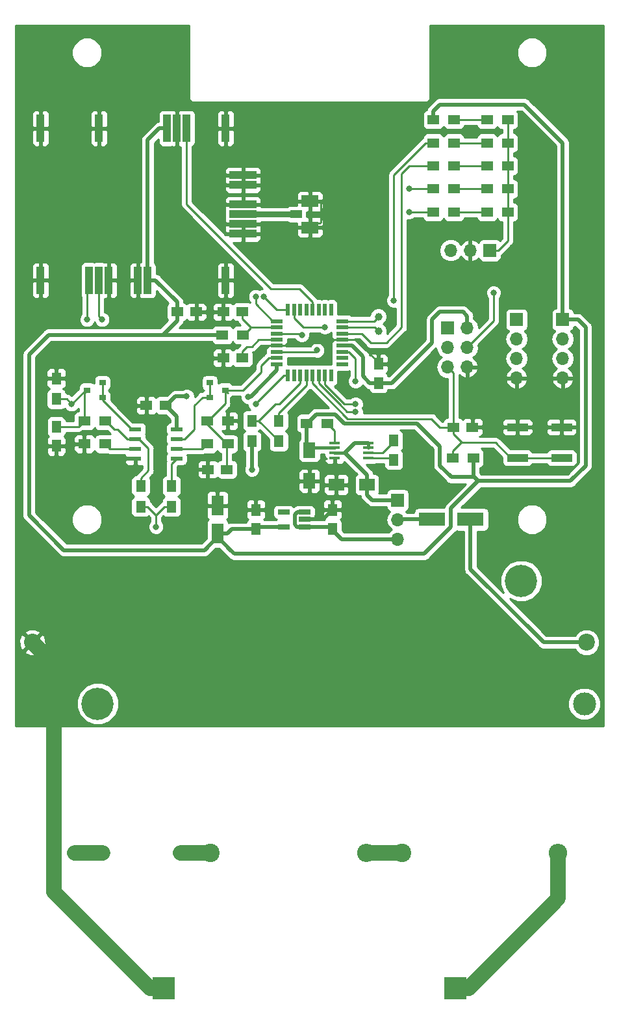
<source format=gtl>
G04 #@! TF.GenerationSoftware,KiCad,Pcbnew,(5.0.0)*
G04 #@! TF.CreationDate,2019-07-08T16:39:32+02:00*
G04 #@! TF.ProjectId,lofence,6C6F66656E63652E6B696361645F7063,rev?*
G04 #@! TF.SameCoordinates,Original*
G04 #@! TF.FileFunction,Copper,L1,Top,Signal*
G04 #@! TF.FilePolarity,Positive*
%FSLAX46Y46*%
G04 Gerber Fmt 4.6, Leading zero omitted, Abs format (unit mm)*
G04 Created by KiCad (PCBNEW (5.0.0)) date 07/08/19 16:39:32*
%MOMM*%
%LPD*%
G01*
G04 APERTURE LIST*
G04 #@! TA.AperFunction,WasherPad*
%ADD10C,3.000000*%
G04 #@! TD*
G04 #@! TA.AperFunction,WasherPad*
%ADD11C,4.200000*%
G04 #@! TD*
G04 #@! TA.AperFunction,ComponentPad*
%ADD12C,2.200000*%
G04 #@! TD*
G04 #@! TA.AperFunction,SMDPad,CuDef*
%ADD13R,2.750000X1.000000*%
G04 #@! TD*
G04 #@! TA.AperFunction,SMDPad,CuDef*
%ADD14R,1.500000X1.250000*%
G04 #@! TD*
G04 #@! TA.AperFunction,SMDPad,CuDef*
%ADD15R,1.500000X1.300000*%
G04 #@! TD*
G04 #@! TA.AperFunction,SMDPad,CuDef*
%ADD16R,1.300000X1.500000*%
G04 #@! TD*
G04 #@! TA.AperFunction,SMDPad,CuDef*
%ADD17R,1.560000X0.650000*%
G04 #@! TD*
G04 #@! TA.AperFunction,SMDPad,CuDef*
%ADD18R,1.250000X1.500000*%
G04 #@! TD*
G04 #@! TA.AperFunction,ComponentPad*
%ADD19C,1.000000*%
G04 #@! TD*
G04 #@! TA.AperFunction,SMDPad,CuDef*
%ADD20R,0.900000X0.800000*%
G04 #@! TD*
G04 #@! TA.AperFunction,SMDPad,CuDef*
%ADD21R,1.016000X3.524000*%
G04 #@! TD*
G04 #@! TA.AperFunction,SMDPad,CuDef*
%ADD22R,3.524000X1.016000*%
G04 #@! TD*
G04 #@! TA.AperFunction,SMDPad,CuDef*
%ADD23R,1.600000X2.600000*%
G04 #@! TD*
G04 #@! TA.AperFunction,ComponentPad*
%ADD24O,1.700000X1.700000*%
G04 #@! TD*
G04 #@! TA.AperFunction,ComponentPad*
%ADD25R,1.700000X1.700000*%
G04 #@! TD*
G04 #@! TA.AperFunction,ComponentPad*
%ADD26O,2.400000X2.400000*%
G04 #@! TD*
G04 #@! TA.AperFunction,ComponentPad*
%ADD27C,2.400000*%
G04 #@! TD*
G04 #@! TA.AperFunction,ComponentPad*
%ADD28O,1.600000X1.600000*%
G04 #@! TD*
G04 #@! TA.AperFunction,ComponentPad*
%ADD29C,1.600000*%
G04 #@! TD*
G04 #@! TA.AperFunction,SMDPad,CuDef*
%ADD30R,1.550000X0.600000*%
G04 #@! TD*
G04 #@! TA.AperFunction,SMDPad,CuDef*
%ADD31R,0.550000X1.600000*%
G04 #@! TD*
G04 #@! TA.AperFunction,SMDPad,CuDef*
%ADD32R,1.600000X0.550000*%
G04 #@! TD*
G04 #@! TA.AperFunction,SMDPad,CuDef*
%ADD33R,3.500000X1.800000*%
G04 #@! TD*
G04 #@! TA.AperFunction,SMDPad,CuDef*
%ADD34R,3.000000X3.000000*%
G04 #@! TD*
G04 #@! TA.AperFunction,SMDPad,CuDef*
%ADD35R,1.500000X1.000000*%
G04 #@! TD*
G04 #@! TA.AperFunction,SMDPad,CuDef*
%ADD36R,2.200000X1.500000*%
G04 #@! TD*
G04 #@! TA.AperFunction,SMDPad,CuDef*
%ADD37R,1.600000X2.000000*%
G04 #@! TD*
G04 #@! TA.AperFunction,SMDPad,CuDef*
%ADD38R,2.000000X1.600000*%
G04 #@! TD*
G04 #@! TA.AperFunction,SMDPad,CuDef*
%ADD39R,1.450000X0.450000*%
G04 #@! TD*
G04 #@! TA.AperFunction,ViaPad*
%ADD40C,0.800000*%
G04 #@! TD*
G04 #@! TA.AperFunction,Conductor*
%ADD41C,2.000000*%
G04 #@! TD*
G04 #@! TA.AperFunction,Conductor*
%ADD42C,0.250000*%
G04 #@! TD*
G04 #@! TA.AperFunction,Conductor*
%ADD43C,0.500000*%
G04 #@! TD*
G04 #@! TA.AperFunction,Conductor*
%ADD44C,0.400000*%
G04 #@! TD*
G04 #@! TA.AperFunction,Conductor*
%ADD45C,0.750000*%
G04 #@! TD*
G04 #@! TA.AperFunction,Conductor*
%ADD46C,0.254000*%
G04 #@! TD*
G04 APERTURE END LIST*
D10*
G04 #@! TO.P,BT1,*
G04 #@! TO.N,*
X109820000Y-126000000D03*
D11*
X101600000Y-110000000D03*
X46400000Y-126000000D03*
D12*
G04 #@! TO.P,BT1,2*
G04 #@! TO.N,GND*
X37890000Y-118000000D03*
G04 #@! TO.P,BT1,1*
G04 #@! TO.N,Net-(BT1-Pad1)*
X110110000Y-118000000D03*
G04 #@! TD*
D13*
G04 #@! TO.P,SW1,2*
G04 #@! TO.N,GND*
X106875000Y-90000000D03*
X101125000Y-90000000D03*
G04 #@! TO.P,SW1,1*
G04 #@! TO.N,MCU_RESET*
X101125000Y-94000000D03*
X106875000Y-94000000D03*
G04 #@! TD*
D14*
G04 #@! TO.P,C9,1*
G04 #@! TO.N,Net-(C9-Pad1)*
X65250000Y-81000000D03*
G04 #@! TO.P,C9,2*
G04 #@! TO.N,GND*
X62750000Y-81000000D03*
G04 #@! TD*
G04 #@! TO.P,C1,1*
G04 #@! TO.N,ADC_POWER*
X55250000Y-87180000D03*
G04 #@! TO.P,C1,2*
G04 #@! TO.N,GND*
X52750000Y-87180000D03*
G04 #@! TD*
G04 #@! TO.P,C6,1*
G04 #@! TO.N,MCU_RESET*
X92750000Y-90000000D03*
G04 #@! TO.P,C6,2*
G04 #@! TO.N,GND*
X95250000Y-90000000D03*
G04 #@! TD*
G04 #@! TO.P,C11,1*
G04 #@! TO.N,GND*
X62750000Y-75000000D03*
G04 #@! TO.P,C11,2*
G04 #@! TO.N,AVCC*
X65250000Y-75000000D03*
G04 #@! TD*
D15*
G04 #@! TO.P,R4,1*
G04 #@! TO.N,GND*
X40713823Y-145441599D03*
G04 #@! TO.P,R4,2*
G04 #@! TO.N,PROBE*
X43413823Y-145441599D03*
G04 #@! TD*
D16*
G04 #@! TO.P,R6,1*
G04 #@! TO.N,BAT_GND*
X70000000Y-89150000D03*
G04 #@! TO.P,R6,2*
G04 #@! TO.N,BAT_ADC*
X70000000Y-91850000D03*
G04 #@! TD*
G04 #@! TO.P,R7,1*
G04 #@! TO.N,Net-(R7-Pad1)*
X56000000Y-97650000D03*
G04 #@! TO.P,R7,2*
G04 #@! TO.N,PROBE*
X56000000Y-100350000D03*
G04 #@! TD*
D15*
G04 #@! TO.P,R9,1*
G04 #@! TO.N,+3V3*
X95350000Y-94000000D03*
G04 #@! TO.P,R9,2*
G04 #@! TO.N,MCU_RESET*
X92650000Y-94000000D03*
G04 #@! TD*
G04 #@! TO.P,R10,1*
G04 #@! TO.N,ADC+*
X63350000Y-92180000D03*
G04 #@! TO.P,R10,2*
G04 #@! TO.N,Net-(R10-Pad2)*
X60650000Y-92180000D03*
G04 #@! TD*
G04 #@! TO.P,R13,1*
G04 #@! TO.N,Net-(D5-Pad2)*
X92850000Y-56000000D03*
G04 #@! TO.P,R13,2*
G04 #@! TO.N,LED_IDLE*
X90150000Y-56000000D03*
G04 #@! TD*
G04 #@! TO.P,R14,1*
G04 #@! TO.N,Net-(D6-Pad2)*
X92850000Y-59000000D03*
G04 #@! TO.P,R14,2*
G04 #@! TO.N,LED_MSR*
X90150000Y-59000000D03*
G04 #@! TD*
G04 #@! TO.P,R15,1*
G04 #@! TO.N,Net-(D7-Pad2)*
X92850000Y-62000000D03*
G04 #@! TO.P,R15,2*
G04 #@! TO.N,LED_TX*
X90150000Y-62000000D03*
G04 #@! TD*
D17*
G04 #@! TO.P,U2,1*
G04 #@! TO.N,VCC_LDO*
X73350000Y-102950000D03*
G04 #@! TO.P,U2,2*
G04 #@! TO.N,GND*
X73350000Y-102000000D03*
G04 #@! TO.P,U2,3*
G04 #@! TO.N,VCC_LDO*
X73350000Y-101050000D03*
G04 #@! TO.P,U2,4*
G04 #@! TO.N,N/C*
X70650000Y-101050000D03*
G04 #@! TO.P,U2,5*
G04 #@! TO.N,+3V3*
X70650000Y-102950000D03*
G04 #@! TD*
D18*
G04 #@! TO.P,C2,1*
G04 #@! TO.N,VCC_LDO*
X77000000Y-103250000D03*
G04 #@! TO.P,C2,2*
G04 #@! TO.N,GND*
X77000000Y-100750000D03*
G04 #@! TD*
G04 #@! TO.P,C3,1*
G04 #@! TO.N,+3V3*
X67000000Y-103250000D03*
G04 #@! TO.P,C3,2*
G04 #@! TO.N,GND*
X67000000Y-100750000D03*
G04 #@! TD*
D15*
G04 #@! TO.P,D4,2*
G04 #@! TO.N,Net-(D4-Pad2)*
X97150000Y-53000000D03*
G04 #@! TO.P,D4,1*
G04 #@! TO.N,Net-(D3-Pad1)*
X99850000Y-53000000D03*
G04 #@! TD*
G04 #@! TO.P,D5,1*
G04 #@! TO.N,Net-(D3-Pad1)*
X99850000Y-56000000D03*
G04 #@! TO.P,D5,2*
G04 #@! TO.N,Net-(D5-Pad2)*
X97150000Y-56000000D03*
G04 #@! TD*
G04 #@! TO.P,D6,2*
G04 #@! TO.N,Net-(D6-Pad2)*
X97150000Y-59000000D03*
G04 #@! TO.P,D6,1*
G04 #@! TO.N,Net-(D3-Pad1)*
X99850000Y-59000000D03*
G04 #@! TD*
G04 #@! TO.P,R18,2*
G04 #@! TO.N,Net-(R18-Pad2)*
X47350000Y-92180000D03*
G04 #@! TO.P,R18,1*
G04 #@! TO.N,GND*
X44650000Y-92180000D03*
G04 #@! TD*
D16*
G04 #@! TO.P,R19,2*
G04 #@! TO.N,ADC-*
X41000000Y-86350000D03*
G04 #@! TO.P,R19,1*
G04 #@! TO.N,GND*
X41000000Y-83650000D03*
G04 #@! TD*
D15*
G04 #@! TO.P,R20,1*
G04 #@! TO.N,+3V3*
X62650000Y-78000000D03*
G04 #@! TO.P,R20,2*
G04 #@! TO.N,AVCC*
X65350000Y-78000000D03*
G04 #@! TD*
D19*
G04 #@! TO.P,Y1,2*
G04 #@! TO.N,Net-(U3-Pad8)*
X83000000Y-75600000D03*
G04 #@! TO.P,Y1,1*
G04 #@! TO.N,Net-(U3-Pad7)*
X83000000Y-77500000D03*
G04 #@! TD*
D18*
G04 #@! TO.P,C7,1*
G04 #@! TO.N,ADC-*
X41000000Y-89930000D03*
G04 #@! TO.P,C7,2*
G04 #@! TO.N,GND*
X41000000Y-92430000D03*
G04 #@! TD*
D14*
G04 #@! TO.P,C8,2*
G04 #@! TO.N,+3V3*
X56750000Y-75000000D03*
G04 #@! TO.P,C8,1*
G04 #@! TO.N,GND*
X59250000Y-75000000D03*
G04 #@! TD*
D18*
G04 #@! TO.P,C10,2*
G04 #@! TO.N,+3V3*
X83000000Y-84250000D03*
G04 #@! TO.P,C10,1*
G04 #@! TO.N,GND*
X83000000Y-81750000D03*
G04 #@! TD*
D15*
G04 #@! TO.P,D3,1*
G04 #@! TO.N,Net-(D3-Pad1)*
X99850000Y-50000000D03*
G04 #@! TO.P,D3,2*
G04 #@! TO.N,Net-(D3-Pad2)*
X97150000Y-50000000D03*
G04 #@! TD*
D20*
G04 #@! TO.P,D8,3*
G04 #@! TO.N,ADC-*
X45000000Y-85180000D03*
G04 #@! TO.P,D8,2*
G04 #@! TO.N,Net-(D8-Pad1)*
X47000000Y-84230000D03*
G04 #@! TO.P,D8,1*
X47000000Y-86130000D03*
G04 #@! TD*
D15*
G04 #@! TO.P,R8,2*
G04 #@! TO.N,+3V3*
X90150000Y-50000000D03*
G04 #@! TO.P,R8,1*
G04 #@! TO.N,Net-(D3-Pad2)*
X92850000Y-50000000D03*
G04 #@! TD*
G04 #@! TO.P,R11,1*
G04 #@! TO.N,Net-(D4-Pad2)*
X92850000Y-53000000D03*
G04 #@! TO.P,R11,2*
G04 #@! TO.N,LED_CLK*
X90150000Y-53000000D03*
G04 #@! TD*
D21*
G04 #@! TO.P,U4,1*
G04 #@! TO.N,GND*
X38935000Y-70890000D03*
G04 #@! TO.P,U4,6*
G04 #@! TO.N,RN_TX*
X45285000Y-70890000D03*
G04 #@! TO.P,U4,7*
G04 #@! TO.N,RN_RX*
X46555000Y-70890000D03*
G04 #@! TO.P,U4,8*
G04 #@! TO.N,GND*
X47825000Y-70890000D03*
G04 #@! TO.P,U4,11*
X51635000Y-70890000D03*
G04 #@! TO.P,U4,12*
G04 #@! TO.N,+3V3*
X52905000Y-70890000D03*
G04 #@! TO.P,U4,20*
G04 #@! TO.N,GND*
X63065000Y-70890000D03*
D22*
G04 #@! TO.P,U4,21*
X65335000Y-64810000D03*
G04 #@! TO.P,U4,22*
X65335000Y-63540000D03*
G04 #@! TO.P,U4,23*
G04 #@! TO.N,Net-(J7-Pad1)*
X65335000Y-62270000D03*
G04 #@! TO.P,U4,24*
G04 #@! TO.N,GND*
X65335000Y-61000000D03*
G04 #@! TO.P,U4,26*
X65335000Y-58460000D03*
G04 #@! TO.P,U4,27*
X65335000Y-57190000D03*
D21*
G04 #@! TO.P,U4,28*
X63065000Y-51110000D03*
G04 #@! TO.P,U4,32*
G04 #@! TO.N,RN_RESET*
X57985000Y-51110000D03*
G04 #@! TO.P,U4,33*
G04 #@! TO.N,GND*
X56715000Y-51110000D03*
G04 #@! TO.P,U4,34*
G04 #@! TO.N,+3V3*
X55445000Y-51110000D03*
G04 #@! TO.P,U4,41*
G04 #@! TO.N,GND*
X46555000Y-51110000D03*
G04 #@! TO.P,U4,47*
X38935000Y-51110000D03*
G04 #@! TD*
D23*
G04 #@! TO.P,C4,2*
G04 #@! TO.N,GND*
X62000000Y-100200000D03*
G04 #@! TO.P,C4,1*
G04 #@! TO.N,+3V3*
X62000000Y-103800000D03*
G04 #@! TD*
D14*
G04 #@! TO.P,C5,2*
G04 #@! TO.N,GND*
X60750000Y-95500000D03*
G04 #@! TO.P,C5,1*
G04 #@! TO.N,ADC+*
X63250000Y-95500000D03*
G04 #@! TD*
D20*
G04 #@! TO.P,D2,3*
G04 #@! TO.N,ADC+*
X63000000Y-85180000D03*
G04 #@! TO.P,D2,2*
G04 #@! TO.N,Net-(D2-Pad1)*
X61000000Y-86130000D03*
G04 #@! TO.P,D2,1*
X61000000Y-84230000D03*
G04 #@! TD*
D15*
G04 #@! TO.P,D7,2*
G04 #@! TO.N,Net-(D7-Pad2)*
X97150000Y-62000000D03*
G04 #@! TO.P,D7,1*
G04 #@! TO.N,Net-(D3-Pad1)*
X99850000Y-62000000D03*
G04 #@! TD*
D24*
G04 #@! TO.P,J3,6*
G04 #@! TO.N,GND*
X94540000Y-82180000D03*
G04 #@! TO.P,J3,5*
G04 #@! TO.N,MCU_RESET*
X92000000Y-82180000D03*
G04 #@! TO.P,J3,4*
G04 #@! TO.N,MCU_MOSI*
X94540000Y-79640000D03*
G04 #@! TO.P,J3,3*
G04 #@! TO.N,MCU_SCK*
X92000000Y-79640000D03*
G04 #@! TO.P,J3,2*
G04 #@! TO.N,+3V3*
X94540000Y-77100000D03*
D25*
G04 #@! TO.P,J3,1*
G04 #@! TO.N,MCU_MISO*
X92000000Y-77100000D03*
G04 #@! TD*
G04 #@! TO.P,J4,1*
G04 #@! TO.N,+3V3*
X107000000Y-76000000D03*
D24*
G04 #@! TO.P,J4,2*
G04 #@! TO.N,RN_RX*
X107000000Y-78540000D03*
G04 #@! TO.P,J4,3*
G04 #@! TO.N,RN_TX*
X107000000Y-81080000D03*
G04 #@! TO.P,J4,4*
G04 #@! TO.N,GND*
X107000000Y-83620000D03*
G04 #@! TD*
G04 #@! TO.P,J5,3*
G04 #@! TO.N,N/C*
X92420000Y-67000000D03*
G04 #@! TO.P,J5,2*
G04 #@! TO.N,GND*
X94960000Y-67000000D03*
D25*
G04 #@! TO.P,J5,1*
G04 #@! TO.N,Net-(D3-Pad1)*
X97500000Y-67000000D03*
G04 #@! TD*
D24*
G04 #@! TO.P,J6,4*
G04 #@! TO.N,GND*
X101000000Y-83620000D03*
G04 #@! TO.P,J6,3*
G04 #@! TO.N,MCU_MOSI*
X101000000Y-81080000D03*
G04 #@! TO.P,J6,2*
G04 #@! TO.N,MCU_MISO*
X101000000Y-78540000D03*
D25*
G04 #@! TO.P,J6,1*
G04 #@! TO.N,+3V3*
X101000000Y-76000000D03*
G04 #@! TD*
D26*
G04 #@! TO.P,R1,2*
G04 #@! TO.N,Net-(J1-Pad1)*
X106383823Y-145441599D03*
D27*
G04 #@! TO.P,R1,1*
G04 #@! TO.N,Net-(R1-Pad1)*
X86063823Y-145441599D03*
G04 #@! TD*
G04 #@! TO.P,R2,1*
G04 #@! TO.N,Net-(R2-Pad1)*
X61063823Y-145441599D03*
D26*
G04 #@! TO.P,R2,2*
G04 #@! TO.N,Net-(R1-Pad1)*
X81383823Y-145441599D03*
G04 #@! TD*
D28*
G04 #@! TO.P,R3,2*
G04 #@! TO.N,Net-(R2-Pad1)*
X57223823Y-145441599D03*
D29*
G04 #@! TO.P,R3,1*
G04 #@! TO.N,PROBE*
X47063823Y-145441599D03*
G04 #@! TD*
D15*
G04 #@! TO.P,R12,2*
G04 #@! TO.N,ADC+*
X60650000Y-89180000D03*
G04 #@! TO.P,R12,1*
G04 #@! TO.N,GND*
X63350000Y-89180000D03*
G04 #@! TD*
G04 #@! TO.P,R16,1*
G04 #@! TO.N,ADC-*
X44650000Y-89180000D03*
G04 #@! TO.P,R16,2*
G04 #@! TO.N,Net-(R16-Pad2)*
X47350000Y-89180000D03*
G04 #@! TD*
D16*
G04 #@! TO.P,R17,2*
G04 #@! TO.N,PROBE*
X52000000Y-100350000D03*
G04 #@! TO.P,R17,1*
G04 #@! TO.N,Net-(R16-Pad2)*
X52000000Y-97650000D03*
G04 #@! TD*
D30*
G04 #@! TO.P,U1,8*
G04 #@! TO.N,ADC_POWER*
X56700000Y-90275000D03*
G04 #@! TO.P,U1,7*
G04 #@! TO.N,Net-(D2-Pad1)*
X56700000Y-91545000D03*
G04 #@! TO.P,U1,6*
G04 #@! TO.N,Net-(R10-Pad2)*
X56700000Y-92815000D03*
G04 #@! TO.P,U1,5*
G04 #@! TO.N,Net-(R7-Pad1)*
X56700000Y-94085000D03*
G04 #@! TO.P,U1,4*
G04 #@! TO.N,GND*
X51300000Y-94085000D03*
G04 #@! TO.P,U1,3*
G04 #@! TO.N,Net-(R18-Pad2)*
X51300000Y-92815000D03*
G04 #@! TO.P,U1,2*
G04 #@! TO.N,Net-(R16-Pad2)*
X51300000Y-91545000D03*
G04 #@! TO.P,U1,1*
G04 #@! TO.N,Net-(D8-Pad1)*
X51300000Y-90275000D03*
G04 #@! TD*
D31*
G04 #@! TO.P,U3,32*
G04 #@! TO.N,N/C*
X76800000Y-83250000D03*
G04 #@! TO.P,U3,31*
G04 #@! TO.N,RN_RX*
X76000000Y-83250000D03*
G04 #@! TO.P,U3,30*
G04 #@! TO.N,RN_TX*
X75200000Y-83250000D03*
G04 #@! TO.P,U3,29*
G04 #@! TO.N,MCU_RESET*
X74400000Y-83250000D03*
G04 #@! TO.P,U3,28*
G04 #@! TO.N,BAT_GND*
X73600000Y-83250000D03*
G04 #@! TO.P,U3,27*
G04 #@! TO.N,BAT_ADC*
X72800000Y-83250000D03*
G04 #@! TO.P,U3,26*
G04 #@! TO.N,N/C*
X72000000Y-83250000D03*
G04 #@! TO.P,U3,25*
G04 #@! TO.N,ADC-*
X71200000Y-83250000D03*
D32*
G04 #@! TO.P,U3,24*
G04 #@! TO.N,ADC_POWER*
X69750000Y-81800000D03*
G04 #@! TO.P,U3,23*
G04 #@! TO.N,ADC+*
X69750000Y-81000000D03*
G04 #@! TO.P,U3,22*
G04 #@! TO.N,LED_TX*
X69750000Y-80200000D03*
G04 #@! TO.P,U3,21*
G04 #@! TO.N,GND*
X69750000Y-79400000D03*
G04 #@! TO.P,U3,20*
G04 #@! TO.N,Net-(C9-Pad1)*
X69750000Y-78600000D03*
G04 #@! TO.P,U3,19*
G04 #@! TO.N,LED_MSR*
X69750000Y-77800000D03*
G04 #@! TO.P,U3,18*
G04 #@! TO.N,AVCC*
X69750000Y-77000000D03*
G04 #@! TO.P,U3,17*
G04 #@! TO.N,MCU_SCK*
X69750000Y-76200000D03*
D31*
G04 #@! TO.P,U3,16*
G04 #@! TO.N,MCU_MISO*
X71200000Y-74750000D03*
G04 #@! TO.P,U3,15*
G04 #@! TO.N,MCU_MOSI*
X72000000Y-74750000D03*
G04 #@! TO.P,U3,14*
G04 #@! TO.N,N/C*
X72800000Y-74750000D03*
G04 #@! TO.P,U3,13*
X73600000Y-74750000D03*
G04 #@! TO.P,U3,12*
G04 #@! TO.N,RN_RESET*
X74400000Y-74750000D03*
G04 #@! TO.P,U3,11*
G04 #@! TO.N,N/C*
X75200000Y-74750000D03*
G04 #@! TO.P,U3,10*
X76000000Y-74750000D03*
G04 #@! TO.P,U3,9*
X76800000Y-74750000D03*
D32*
G04 #@! TO.P,U3,8*
G04 #@! TO.N,Net-(U3-Pad8)*
X78250000Y-76200000D03*
G04 #@! TO.P,U3,7*
G04 #@! TO.N,Net-(U3-Pad7)*
X78250000Y-77000000D03*
G04 #@! TO.P,U3,6*
G04 #@! TO.N,LED_IDLE*
X78250000Y-77800000D03*
G04 #@! TO.P,U3,5*
G04 #@! TO.N,GND*
X78250000Y-78600000D03*
G04 #@! TO.P,U3,4*
G04 #@! TO.N,+3V3*
X78250000Y-79400000D03*
G04 #@! TO.P,U3,3*
G04 #@! TO.N,LED_CLK*
X78250000Y-80200000D03*
G04 #@! TO.P,U3,2*
G04 #@! TO.N,N/C*
X78250000Y-81000000D03*
G04 #@! TO.P,U3,1*
X78250000Y-81800000D03*
G04 #@! TD*
D33*
G04 #@! TO.P,D1,2*
G04 #@! TO.N,Net-(BT1-Pad1)*
X95000000Y-102000000D03*
G04 #@! TO.P,D1,1*
G04 #@! TO.N,BAT_VCC*
X90000000Y-102000000D03*
G04 #@! TD*
D34*
G04 #@! TO.P,J1,1*
G04 #@! TO.N,Net-(J1-Pad1)*
X93000000Y-163000000D03*
G04 #@! TD*
G04 #@! TO.P,J2,1*
G04 #@! TO.N,GND*
X55000000Y-163000000D03*
G04 #@! TD*
D16*
G04 #@! TO.P,R5,2*
G04 #@! TO.N,BAT_VCC*
X66500000Y-91850000D03*
G04 #@! TO.P,R5,1*
G04 #@! TO.N,BAT_ADC*
X66500000Y-89150000D03*
G04 #@! TD*
D35*
G04 #@! TO.P,J7,1*
G04 #@! TO.N,Net-(J7-Pad1)*
X72250000Y-62300000D03*
D36*
G04 #@! TO.P,J7,2*
G04 #@! TO.N,GND*
X74050000Y-64000000D03*
X74050000Y-60600000D03*
G04 #@! TD*
D18*
G04 #@! TO.P,C12,2*
G04 #@! TO.N,Net-(C12-Pad2)*
X85000000Y-94250000D03*
G04 #@! TO.P,C12,1*
G04 #@! TO.N,Net-(C12-Pad1)*
X85000000Y-91750000D03*
G04 #@! TD*
D37*
G04 #@! TO.P,C13,1*
G04 #@! TO.N,+3V3*
X74000000Y-93000000D03*
G04 #@! TO.P,C13,2*
G04 #@! TO.N,GND*
X74000000Y-97000000D03*
G04 #@! TD*
D38*
G04 #@! TO.P,C14,2*
G04 #@! TO.N,GND*
X77500000Y-97500000D03*
G04 #@! TO.P,C14,1*
G04 #@! TO.N,VCC_BBC*
X81500000Y-97500000D03*
G04 #@! TD*
D24*
G04 #@! TO.P,J8,3*
G04 #@! TO.N,VCC_LDO*
X85500000Y-104580000D03*
G04 #@! TO.P,J8,2*
G04 #@! TO.N,BAT_VCC*
X85500000Y-102040000D03*
D25*
G04 #@! TO.P,J8,1*
G04 #@! TO.N,VCC_BBC*
X85500000Y-99500000D03*
G04 #@! TD*
D15*
G04 #@! TO.P,R21,2*
G04 #@! TO.N,+3V3*
X73650000Y-89500000D03*
G04 #@! TO.P,R21,1*
G04 #@! TO.N,Net-(R21-Pad1)*
X76350000Y-89500000D03*
G04 #@! TD*
D39*
G04 #@! TO.P,U5,8*
G04 #@! TO.N,VCC_BBC*
X81700000Y-92025000D03*
G04 #@! TO.P,U5,7*
X81700000Y-92675000D03*
G04 #@! TO.P,U5,6*
G04 #@! TO.N,Net-(C12-Pad1)*
X81700000Y-93325000D03*
G04 #@! TO.P,U5,5*
G04 #@! TO.N,Net-(C12-Pad2)*
X81700000Y-93975000D03*
G04 #@! TO.P,U5,4*
G04 #@! TO.N,GND*
X77300000Y-93975000D03*
G04 #@! TO.P,U5,3*
G04 #@! TO.N,VCC_BBC*
X77300000Y-93325000D03*
G04 #@! TO.P,U5,2*
G04 #@! TO.N,+3V3*
X77300000Y-92675000D03*
G04 #@! TO.P,U5,1*
G04 #@! TO.N,Net-(R21-Pad1)*
X77300000Y-92025000D03*
G04 #@! TD*
D40*
G04 #@! TO.N,GND*
X74000000Y-79000000D03*
X70000000Y-97000000D03*
X77000000Y-59500000D03*
X77000000Y-61250000D03*
X77000000Y-63250000D03*
X75000000Y-66000000D03*
X73000000Y-66000000D03*
X77000000Y-65000000D03*
X63000000Y-48000000D03*
X61000000Y-73000000D03*
X104000000Y-92000000D03*
X69000000Y-60000000D03*
X71000000Y-60000000D03*
X71000000Y-65000000D03*
X69000000Y-65000000D03*
X75000000Y-58500000D03*
X73000000Y-58500000D03*
X45000000Y-95500000D03*
X46000000Y-81000000D03*
X39000000Y-75000000D03*
X51500000Y-75500000D03*
X46500000Y-47000000D03*
X39000000Y-47000000D03*
X57000000Y-47000000D03*
X80000000Y-100500000D03*
X89000000Y-85500000D03*
X88898952Y-93101048D03*
X80000000Y-109500000D03*
X70000000Y-109500000D03*
G04 #@! TO.N,ADC_POWER*
X58000000Y-86000000D03*
X65987340Y-86012660D03*
G04 #@! TO.N,ADC-*
X43000000Y-87000000D03*
X66987340Y-87012660D03*
G04 #@! TO.N,MCU_SCK*
X67000000Y-73000000D03*
G04 #@! TO.N,RN_TX*
X45000000Y-76000000D03*
X80000000Y-88000000D03*
G04 #@! TO.N,RN_RX*
X46974975Y-76000000D03*
X80000000Y-87000000D03*
G04 #@! TO.N,PROBE*
X54000000Y-102949990D03*
G04 #@! TO.N,BAT_VCC*
X66500000Y-95500000D03*
G04 #@! TO.N,MCU_MISO*
X68000000Y-73000000D03*
G04 #@! TO.N,MCU_MOSI*
X76000000Y-77000000D03*
X98000000Y-72500000D03*
G04 #@! TO.N,LED_CLK*
X80000000Y-84000000D03*
X84987340Y-73500000D03*
G04 #@! TO.N,LED_MSR*
X87000000Y-59000000D03*
X73000000Y-78000000D03*
G04 #@! TO.N,LED_TX*
X75000000Y-80000000D03*
X87000000Y-62000000D03*
G04 #@! TD*
D41*
G04 #@! TO.N,GND*
X53250000Y-163000000D02*
X55000000Y-163000000D01*
X40713823Y-150463823D02*
X53250000Y-163000000D01*
X40713823Y-145441599D02*
X40713823Y-150463823D01*
X40713823Y-120823823D02*
X37890000Y-118000000D01*
X40713823Y-145441599D02*
X40713823Y-120823823D01*
D42*
X70800000Y-79400000D02*
X69750000Y-79400000D01*
X71200000Y-79000000D02*
X70800000Y-79400000D01*
X76800000Y-79000000D02*
X74000000Y-79000000D01*
X78250000Y-78600000D02*
X77200000Y-78600000D01*
X77200000Y-78600000D02*
X76800000Y-79000000D01*
X74000000Y-79000000D02*
X71200000Y-79000000D01*
X62750000Y-82000000D02*
X62750000Y-81000000D01*
X69750000Y-79400000D02*
X68700000Y-79400000D01*
X68700000Y-79400000D02*
X67500000Y-80600000D01*
X67500000Y-80600000D02*
X67500000Y-81000000D01*
X67500000Y-81000000D02*
X65500000Y-83000000D01*
X65500000Y-83000000D02*
X63750000Y-83000000D01*
X63750000Y-83000000D02*
X62750000Y-82000000D01*
X75350000Y-60525000D02*
X74000000Y-60525000D01*
X75500000Y-60675000D02*
X75350000Y-60525000D01*
X75500000Y-62000000D02*
X75500000Y-60675000D01*
X75350000Y-63475000D02*
X74000000Y-63475000D01*
X75500000Y-63325000D02*
X75350000Y-63475000D01*
X75500000Y-62000000D02*
X75500000Y-63325000D01*
X94960000Y-69540000D02*
X94960000Y-67000000D01*
X84500000Y-80000000D02*
X94960000Y-69540000D01*
X83000000Y-81625000D02*
X83000000Y-81750000D01*
X84500000Y-80000000D02*
X81375000Y-80000000D01*
X80600000Y-79225000D02*
X81375000Y-80000000D01*
X81375000Y-80000000D02*
X83000000Y-81625000D01*
X80000000Y-78625000D02*
X80600000Y-79225000D01*
X80000000Y-78600000D02*
X80000000Y-78625000D01*
X78250000Y-78600000D02*
X80000000Y-78600000D01*
X76800000Y-93975000D02*
X77300000Y-93975000D01*
X74000000Y-97000000D02*
X74000000Y-96775000D01*
D43*
X75750000Y-102000000D02*
X77000000Y-100750000D01*
X73350000Y-102000000D02*
X75750000Y-102000000D01*
G04 #@! TO.N,+3V3*
X67300000Y-102950000D02*
X67000000Y-103250000D01*
X70650000Y-102950000D02*
X67300000Y-102950000D01*
X62550000Y-103250000D02*
X62000000Y-103800000D01*
X90150000Y-50000000D02*
X90250000Y-50000000D01*
X62650000Y-78000000D02*
X58625000Y-78000000D01*
X90150000Y-50000000D02*
X90150000Y-48850000D01*
X90150000Y-48850000D02*
X91000000Y-48000000D01*
X91000000Y-48000000D02*
X102000000Y-48000000D01*
X107000000Y-53000000D02*
X107000000Y-76000000D01*
X102000000Y-48000000D02*
X107000000Y-53000000D01*
X62000000Y-103800000D02*
X62000000Y-104000000D01*
X37449999Y-80550001D02*
X40000000Y-78000000D01*
X62000000Y-104300000D02*
X62000000Y-103800000D01*
X37449999Y-99449999D02*
X37449999Y-80550001D01*
X37449999Y-101449999D02*
X37449999Y-99449999D01*
X42000000Y-106000000D02*
X37449999Y-101449999D01*
X62000000Y-104300000D02*
X60300000Y-106000000D01*
X60300000Y-106000000D02*
X42000000Y-106000000D01*
X109000000Y-76000000D02*
X107000000Y-76000000D01*
X97000000Y-97000000D02*
X108000000Y-97000000D01*
X108000000Y-97000000D02*
X110000000Y-95000000D01*
X110000000Y-95000000D02*
X110000000Y-77000000D01*
X110000000Y-77000000D02*
X109000000Y-76000000D01*
X78250000Y-79400000D02*
X79550000Y-79400000D01*
X54437000Y-51110000D02*
X55445000Y-51110000D01*
X52905000Y-52642000D02*
X54437000Y-51110000D01*
X52905000Y-70890000D02*
X52905000Y-52642000D01*
X40000000Y-78000000D02*
X52500000Y-78000000D01*
X81875000Y-84250000D02*
X81000000Y-83375000D01*
X83000000Y-84250000D02*
X81875000Y-84250000D01*
X81000000Y-80850000D02*
X80650000Y-80500000D01*
X81000000Y-83375000D02*
X81000000Y-80850000D01*
X79550000Y-79400000D02*
X80650000Y-80500000D01*
X80650000Y-80500000D02*
X80900000Y-80750000D01*
X56750000Y-73875000D02*
X56750000Y-75000000D01*
X56750000Y-73727000D02*
X56750000Y-73875000D01*
X53913000Y-70890000D02*
X56750000Y-73727000D01*
X52905000Y-70890000D02*
X53913000Y-70890000D01*
X55000000Y-78000000D02*
X56500000Y-78000000D01*
X56500000Y-78000000D02*
X58625000Y-78000000D01*
X54875000Y-78000000D02*
X54500000Y-78000000D01*
X56750000Y-76125000D02*
X54875000Y-78000000D01*
X56750000Y-75000000D02*
X56750000Y-76125000D01*
X52500000Y-78000000D02*
X54500000Y-78000000D01*
X54500000Y-78000000D02*
X55000000Y-78000000D01*
X96000000Y-97000000D02*
X97000000Y-97000000D01*
X95350000Y-94000000D02*
X95350000Y-96350000D01*
X63700000Y-106000000D02*
X62000000Y-104300000D01*
X64200000Y-106500000D02*
X63700000Y-106000000D01*
X88960002Y-106500000D02*
X64200000Y-106500000D01*
X92460002Y-103000000D02*
X88960002Y-106500000D01*
X96000000Y-97000000D02*
X92460002Y-100539998D01*
X92460002Y-100539998D02*
X92460002Y-103000000D01*
X94540000Y-75540000D02*
X94540000Y-77100000D01*
X84750000Y-84250000D02*
X90000000Y-79000000D01*
X83000000Y-84250000D02*
X84750000Y-84250000D01*
X90000000Y-79000000D02*
X90000000Y-76000000D01*
X90000000Y-76000000D02*
X91000000Y-75000000D01*
X91000000Y-75000000D02*
X94000000Y-75000000D01*
X94000000Y-75000000D02*
X94540000Y-75540000D01*
X73650000Y-92650000D02*
X74000000Y-93000000D01*
X73650000Y-89500000D02*
X73650000Y-92650000D01*
D44*
X74325000Y-92675000D02*
X74000000Y-93000000D01*
X77300000Y-92675000D02*
X74325000Y-92675000D01*
D43*
X74000000Y-93000000D02*
X74000000Y-93200000D01*
X62000000Y-103800000D02*
X63300000Y-103800000D01*
X63850000Y-103250000D02*
X63600000Y-103500000D01*
X67000000Y-103250000D02*
X63850000Y-103250000D01*
X63300000Y-103800000D02*
X63600000Y-103500000D01*
X74900000Y-88350000D02*
X77350000Y-88350000D01*
X73650000Y-89500000D02*
X73750000Y-89500000D01*
X73750000Y-89500000D02*
X74900000Y-88350000D01*
X78500000Y-89500000D02*
X88000000Y-89500000D01*
X77350000Y-88350000D02*
X78500000Y-89500000D01*
X92939998Y-96500000D02*
X95500000Y-96500000D01*
X95350000Y-96350000D02*
X95500000Y-96500000D01*
X95500000Y-96500000D02*
X96000000Y-97000000D01*
X91000000Y-92500000D02*
X91000000Y-95000000D01*
X88000000Y-89500000D02*
X91000000Y-92500000D01*
X92500000Y-96500000D02*
X92939998Y-96500000D01*
X91000000Y-95000000D02*
X92500000Y-96500000D01*
D42*
G04 #@! TO.N,MCU_RESET*
X92650000Y-93100000D02*
X93750000Y-92000000D01*
X92650000Y-94000000D02*
X92650000Y-93100000D01*
X93875000Y-92000000D02*
X98250000Y-92000000D01*
X92750000Y-90000000D02*
X92750000Y-90875000D01*
X92750000Y-90875000D02*
X93875000Y-92000000D01*
X100250000Y-94000000D02*
X101125000Y-94000000D01*
X98250000Y-92000000D02*
X100250000Y-94000000D01*
X101125000Y-94000000D02*
X106875000Y-94000000D01*
X92750000Y-82930000D02*
X92000000Y-82180000D01*
X92750000Y-90000000D02*
X92750000Y-82930000D01*
X91000000Y-90000000D02*
X92750000Y-90000000D01*
X89900000Y-88900000D02*
X91000000Y-90000000D01*
X79000000Y-88900000D02*
X89900000Y-88900000D01*
X74400000Y-84300000D02*
X79000000Y-88900000D01*
X74400000Y-83250000D02*
X74400000Y-84300000D01*
D43*
G04 #@! TO.N,ADC_POWER*
X56700000Y-88630000D02*
X55250000Y-87180000D01*
X56700000Y-90275000D02*
X56700000Y-88630000D01*
X69750000Y-81800000D02*
X69750000Y-82575000D01*
X69750000Y-82575000D02*
X66312340Y-86012660D01*
X66312340Y-86012660D02*
X65987340Y-86012660D01*
X55375000Y-87180000D02*
X56555000Y-86000000D01*
X55250000Y-87180000D02*
X55375000Y-87180000D01*
X56555000Y-86000000D02*
X58000000Y-86000000D01*
D42*
G04 #@! TO.N,ADC+*
X63350000Y-85530000D02*
X63000000Y-85180000D01*
X64520000Y-85180000D02*
X63000000Y-85180000D01*
X69750000Y-81000000D02*
X68700000Y-81000000D01*
X60650000Y-89580000D02*
X60650000Y-89180000D01*
X63250000Y-92180000D02*
X60650000Y-89580000D01*
X63350000Y-92180000D02*
X63250000Y-92180000D01*
X63000000Y-85830000D02*
X63000000Y-85180000D01*
X63000000Y-86930000D02*
X63000000Y-85830000D01*
X60750000Y-89180000D02*
X63000000Y-86930000D01*
X60650000Y-89180000D02*
X60750000Y-89180000D01*
X63250000Y-92280000D02*
X63350000Y-92180000D01*
X63250000Y-95500000D02*
X63250000Y-92280000D01*
X67700000Y-82000000D02*
X67700000Y-82800000D01*
X68700000Y-81000000D02*
X67700000Y-82000000D01*
X65320000Y-85180000D02*
X64520000Y-85180000D01*
X67700000Y-82800000D02*
X65320000Y-85180000D01*
G04 #@! TO.N,ADC-*
X43900000Y-89930000D02*
X44650000Y-89180000D01*
X41000000Y-89930000D02*
X43900000Y-89930000D01*
X44650000Y-85530000D02*
X45000000Y-85180000D01*
X44650000Y-89180000D02*
X44650000Y-85530000D01*
X44820000Y-85180000D02*
X45000000Y-85180000D01*
X43000000Y-87000000D02*
X44820000Y-85180000D01*
X66987340Y-86937660D02*
X66987340Y-87012660D01*
X70675000Y-83250000D02*
X66987340Y-86937660D01*
X71200000Y-83250000D02*
X70675000Y-83250000D01*
X42350000Y-86350000D02*
X43000000Y-87000000D01*
X41000000Y-86350000D02*
X42350000Y-86350000D01*
G04 #@! TO.N,Net-(D2-Pad1)*
X61000000Y-84230000D02*
X61000000Y-86130000D01*
X57725000Y-91545000D02*
X59000000Y-90270000D01*
X56700000Y-91545000D02*
X57725000Y-91545000D01*
X59000000Y-90270000D02*
X59000000Y-87180000D01*
X60050000Y-86130000D02*
X61000000Y-86130000D01*
X59000000Y-87180000D02*
X60050000Y-86130000D01*
G04 #@! TO.N,MCU_SCK*
X67000000Y-73565685D02*
X67000000Y-73000000D01*
X67000000Y-73975000D02*
X67000000Y-73565685D01*
X69225000Y-76200000D02*
X67000000Y-73975000D01*
X69750000Y-76200000D02*
X69225000Y-76200000D01*
G04 #@! TO.N,RN_RESET*
X74400000Y-73700000D02*
X74400000Y-74750000D01*
X72700000Y-72000000D02*
X74400000Y-73700000D01*
X57985000Y-51110000D02*
X57985000Y-60985000D01*
X69000000Y-72000000D02*
X72700000Y-72000000D01*
X57985000Y-60985000D02*
X69000000Y-72000000D01*
G04 #@! TO.N,RN_TX*
X45000000Y-71175000D02*
X45285000Y-70890000D01*
X45000000Y-76000000D02*
X45000000Y-71175000D01*
X75200000Y-83250000D02*
X75200000Y-84300000D01*
X77900000Y-87000000D02*
X76900000Y-86000000D01*
X75200000Y-84300000D02*
X76900000Y-86000000D01*
X76900000Y-86000000D02*
X76925320Y-86025320D01*
X78900000Y-88000000D02*
X77900000Y-87000000D01*
X80000000Y-88000000D02*
X78900000Y-88000000D01*
G04 #@! TO.N,RN_RX*
X46555000Y-75580025D02*
X46974975Y-76000000D01*
X46555000Y-70890000D02*
X46555000Y-75580025D01*
X76000000Y-84463590D02*
X76000000Y-83250000D01*
X80000000Y-87000000D02*
X78536410Y-87000000D01*
X78536410Y-87000000D02*
X76000000Y-84463590D01*
D41*
G04 #@! TO.N,PROBE*
X47063823Y-145441599D02*
X43413823Y-145441599D01*
D42*
X52900000Y-100350000D02*
X52000000Y-100350000D01*
X54000000Y-101450000D02*
X52900000Y-100350000D01*
X55100000Y-100350000D02*
X56000000Y-100350000D01*
X54000000Y-101450000D02*
X55100000Y-100350000D01*
X54000000Y-101450000D02*
X54000000Y-102949990D01*
G04 #@! TO.N,BAT_ADC*
X67400000Y-89150000D02*
X66500000Y-89150000D01*
X69550000Y-87000000D02*
X67400000Y-89150000D01*
X72800000Y-84300000D02*
X72800000Y-83250000D01*
X70100000Y-87000000D02*
X72800000Y-84300000D01*
X69550000Y-87000000D02*
X70100000Y-87000000D01*
X70000000Y-91750000D02*
X70000000Y-91850000D01*
X67400000Y-89150000D02*
X70000000Y-91750000D01*
D43*
G04 #@! TO.N,BAT_VCC*
X85540000Y-102000000D02*
X85500000Y-102040000D01*
X90000000Y-102000000D02*
X85540000Y-102000000D01*
X66500000Y-95500000D02*
X66500000Y-91850000D01*
D42*
G04 #@! TO.N,BAT_GND*
X73600000Y-84550000D02*
X73600000Y-84500000D01*
X70000000Y-88150000D02*
X73600000Y-84550000D01*
X70000000Y-89150000D02*
X70000000Y-88150000D01*
X73600000Y-83250000D02*
X73600000Y-84500000D01*
G04 #@! TO.N,Net-(R10-Pad2)*
X60015000Y-92815000D02*
X60650000Y-92180000D01*
X56700000Y-92815000D02*
X60015000Y-92815000D01*
G04 #@! TO.N,AVCC*
X65250000Y-75875000D02*
X65250000Y-75000000D01*
X66375000Y-77000000D02*
X65250000Y-75875000D01*
X69750000Y-77000000D02*
X66375000Y-77000000D01*
X65450000Y-78000000D02*
X65350000Y-78000000D01*
X66375000Y-77075000D02*
X65450000Y-78000000D01*
X66375000Y-77000000D02*
X66375000Y-77075000D01*
D43*
G04 #@! TO.N,Net-(BT1-Pad1)*
X108554366Y-118000000D02*
X110110000Y-118000000D01*
X104500000Y-118000000D02*
X108554366Y-118000000D01*
X95000000Y-108500000D02*
X104500000Y-118000000D01*
X95000000Y-102000000D02*
X95000000Y-108500000D01*
D42*
G04 #@! TO.N,Net-(D4-Pad2)*
X92850000Y-53000000D02*
X97150000Y-53000000D01*
G04 #@! TO.N,Net-(D5-Pad2)*
X92850000Y-56000000D02*
X97150000Y-56000000D01*
G04 #@! TO.N,Net-(D6-Pad2)*
X92850000Y-59000000D02*
X97150000Y-59000000D01*
G04 #@! TO.N,Net-(D7-Pad2)*
X92850000Y-62000000D02*
X97150000Y-62000000D01*
G04 #@! TO.N,MCU_MISO*
X92264999Y-77364999D02*
X92000000Y-77100000D01*
X69750000Y-74750000D02*
X68000000Y-73000000D01*
X71200000Y-74750000D02*
X69750000Y-74750000D01*
G04 #@! TO.N,MCU_MOSI*
X75434315Y-77000000D02*
X76000000Y-77000000D01*
X73200000Y-77000000D02*
X75434315Y-77000000D01*
X72000000Y-75800000D02*
X73200000Y-77000000D01*
X72000000Y-74750000D02*
X72000000Y-75800000D01*
X98000000Y-76180000D02*
X94540000Y-79640000D01*
X98000000Y-72500000D02*
X98000000Y-76180000D01*
G04 #@! TO.N,Net-(J7-Pad1)*
X72230000Y-62270000D02*
X72500000Y-62000000D01*
X65605000Y-62000000D02*
X65335000Y-62270000D01*
X65365000Y-62300000D02*
X65335000Y-62270000D01*
D45*
X72250000Y-62300000D02*
X65365000Y-62300000D01*
D42*
G04 #@! TO.N,LED_CLK*
X78250000Y-80200000D02*
X79110002Y-80200000D01*
X79110002Y-80200000D02*
X80000000Y-81089998D01*
X80000000Y-81089998D02*
X80000000Y-84000000D01*
X89150000Y-53000000D02*
X90150000Y-53000000D01*
X84987340Y-57162660D02*
X89150000Y-53000000D01*
X84987340Y-73500000D02*
X84987340Y-57162660D01*
G04 #@! TO.N,LED_IDLE*
X87000000Y-56000000D02*
X90150000Y-56000000D01*
X78250000Y-77800000D02*
X80800000Y-77800000D01*
X86000000Y-77000000D02*
X86000000Y-57000000D01*
X86000000Y-57000000D02*
X87000000Y-56000000D01*
X80800000Y-77800000D02*
X82000000Y-79000000D01*
X82000000Y-79000000D02*
X84000000Y-79000000D01*
X84000000Y-79000000D02*
X86000000Y-77000000D01*
G04 #@! TO.N,LED_MSR*
X90150000Y-59000000D02*
X87000000Y-59000000D01*
X72800000Y-77800000D02*
X73000000Y-78000000D01*
X69750000Y-77800000D02*
X72800000Y-77800000D01*
G04 #@! TO.N,LED_TX*
X87000000Y-62000000D02*
X90150000Y-62000000D01*
X74800000Y-80200000D02*
X75000000Y-80000000D01*
X69750000Y-80200000D02*
X74800000Y-80200000D01*
G04 #@! TO.N,Net-(D3-Pad2)*
X92850000Y-50000000D02*
X97150000Y-50000000D01*
G04 #@! TO.N,Net-(D8-Pad1)*
X47000000Y-86450000D02*
X47000000Y-86130000D01*
X50825000Y-90275000D02*
X47000000Y-86450000D01*
X51300000Y-90275000D02*
X50825000Y-90275000D01*
X47000000Y-86130000D02*
X47000000Y-84230000D01*
G04 #@! TO.N,Net-(U3-Pad8)*
X82400000Y-76200000D02*
X83000000Y-75600000D01*
X78250000Y-76200000D02*
X82400000Y-76200000D01*
G04 #@! TO.N,Net-(C9-Pad1)*
X65250000Y-80125000D02*
X65875000Y-79500000D01*
X65250000Y-81000000D02*
X65250000Y-80125000D01*
X65875000Y-79500000D02*
X66500000Y-79500000D01*
X66500000Y-79500000D02*
X67400000Y-78600000D01*
X67400000Y-78600000D02*
X69750000Y-78600000D01*
G04 #@! TO.N,Net-(D3-Pad1)*
X99850000Y-50900000D02*
X99850000Y-53000000D01*
X99850000Y-50000000D02*
X99850000Y-50900000D01*
X99850000Y-53900000D02*
X99850000Y-56000000D01*
X99850000Y-53000000D02*
X99850000Y-53900000D01*
X99850000Y-56900000D02*
X99850000Y-59000000D01*
X99850000Y-56000000D02*
X99850000Y-56900000D01*
X99850000Y-59900000D02*
X99850000Y-62000000D01*
X99850000Y-59000000D02*
X99850000Y-59900000D01*
X99850000Y-62900000D02*
X99850000Y-62000000D01*
X99850000Y-65750000D02*
X99850000Y-62900000D01*
X98600000Y-67000000D02*
X99850000Y-65750000D01*
X97500000Y-67000000D02*
X98600000Y-67000000D01*
D41*
G04 #@! TO.N,Net-(J1-Pad1)*
X94750000Y-163000000D02*
X93000000Y-163000000D01*
X106383823Y-151366177D02*
X94750000Y-163000000D01*
X106383823Y-145441599D02*
X106383823Y-151366177D01*
G04 #@! TO.N,Net-(R1-Pad1)*
X84366767Y-145441599D02*
X81383823Y-145441599D01*
X86063823Y-145441599D02*
X84366767Y-145441599D01*
G04 #@! TO.N,Net-(R2-Pad1)*
X59366767Y-145441599D02*
X57223823Y-145441599D01*
X61063823Y-145441599D02*
X59366767Y-145441599D01*
D42*
G04 #@! TO.N,Net-(U3-Pad7)*
X82500001Y-77000001D02*
X83000000Y-77500000D01*
X78250000Y-77000000D02*
X82500001Y-77000001D01*
G04 #@! TO.N,Net-(R7-Pad1)*
X56000000Y-94785000D02*
X56700000Y-94085000D01*
X56000000Y-97650000D02*
X56000000Y-94785000D01*
G04 #@! TO.N,Net-(R16-Pad2)*
X50275000Y-91545000D02*
X49000000Y-90270000D01*
X51300000Y-91545000D02*
X50275000Y-91545000D01*
X47450000Y-89180000D02*
X47350000Y-89180000D01*
X48540000Y-90270000D02*
X47450000Y-89180000D01*
X49000000Y-90270000D02*
X48540000Y-90270000D01*
X51775000Y-91545000D02*
X53000000Y-92770000D01*
X51300000Y-91545000D02*
X51775000Y-91545000D01*
X52000000Y-96650000D02*
X52000000Y-97650000D01*
X53000000Y-95650000D02*
X52000000Y-96650000D01*
X53000000Y-92770000D02*
X53000000Y-95650000D01*
G04 #@! TO.N,Net-(R18-Pad2)*
X47985000Y-92815000D02*
X47350000Y-92180000D01*
X51300000Y-92815000D02*
X47985000Y-92815000D01*
D43*
G04 #@! TO.N,VCC_LDO*
X77000000Y-103375000D02*
X77000000Y-103250000D01*
X78205000Y-104580000D02*
X77000000Y-103375000D01*
X85500000Y-104580000D02*
X78205000Y-104580000D01*
X76700000Y-102950000D02*
X77000000Y-103250000D01*
X73350000Y-102950000D02*
X76700000Y-102950000D01*
X72119999Y-102685001D02*
X72119999Y-101380001D01*
X73350000Y-102950000D02*
X72384998Y-102950000D01*
X72384998Y-102950000D02*
X72119999Y-102685001D01*
X72450000Y-101050000D02*
X73350000Y-101050000D01*
X72119999Y-101380001D02*
X72450000Y-101050000D01*
D42*
G04 #@! TO.N,Net-(C12-Pad2)*
X84725000Y-93975000D02*
X85000000Y-94250000D01*
X81700000Y-93975000D02*
X84725000Y-93975000D01*
G04 #@! TO.N,Net-(C12-Pad1)*
X85000000Y-91875000D02*
X85000000Y-91750000D01*
X83550000Y-93325000D02*
X85000000Y-91875000D01*
X81700000Y-93325000D02*
X83550000Y-93325000D01*
D43*
G04 #@! TO.N,VCC_BBC*
X81500000Y-98800000D02*
X81500000Y-97500000D01*
X82200000Y-99500000D02*
X81500000Y-98800000D01*
X85500000Y-99500000D02*
X82200000Y-99500000D01*
X81500000Y-97500000D02*
X81300000Y-97500000D01*
D44*
X77300000Y-93325000D02*
X78525000Y-93325000D01*
D43*
X78625000Y-93325000D02*
X78525000Y-93325000D01*
X81500000Y-96200000D02*
X78625000Y-93325000D01*
X81500000Y-97500000D02*
X81500000Y-96200000D01*
X79925000Y-92025000D02*
X78625000Y-93325000D01*
X81700000Y-92025000D02*
X79925000Y-92025000D01*
D44*
X81700000Y-92675000D02*
X81700000Y-92025000D01*
D42*
G04 #@! TO.N,Net-(R21-Pad1)*
X77300000Y-90450000D02*
X76350000Y-89500000D01*
X77300000Y-92025000D02*
X77300000Y-90450000D01*
G04 #@! TD*
D46*
G04 #@! TO.N,GND*
G36*
X58290001Y-46930069D02*
X58276091Y-47000000D01*
X58331195Y-47277028D01*
X58488119Y-47511881D01*
X58722972Y-47668805D01*
X58930074Y-47710000D01*
X58930075Y-47710000D01*
X59000000Y-47723909D01*
X59069926Y-47710000D01*
X88930074Y-47710000D01*
X89000000Y-47723909D01*
X89069925Y-47710000D01*
X89069926Y-47710000D01*
X89277028Y-47668805D01*
X89511881Y-47511881D01*
X89668805Y-47277028D01*
X89723909Y-47000000D01*
X89710000Y-46930074D01*
X89710000Y-40855159D01*
X101015000Y-40855159D01*
X101015000Y-41644841D01*
X101317199Y-42374412D01*
X101875588Y-42932801D01*
X102605159Y-43235000D01*
X103394841Y-43235000D01*
X104124412Y-42932801D01*
X104682801Y-42374412D01*
X104985000Y-41644841D01*
X104985000Y-40855159D01*
X104682801Y-40125588D01*
X104124412Y-39567199D01*
X103394841Y-39265000D01*
X102605159Y-39265000D01*
X101875588Y-39567199D01*
X101317199Y-40125588D01*
X101015000Y-40855159D01*
X89710000Y-40855159D01*
X89710000Y-37710000D01*
X112290001Y-37710000D01*
X112290000Y-128873000D01*
X35710000Y-128873000D01*
X35710000Y-125455975D01*
X43665000Y-125455975D01*
X43665000Y-126544025D01*
X44081379Y-127549253D01*
X44850747Y-128318621D01*
X45855975Y-128735000D01*
X46944025Y-128735000D01*
X47949253Y-128318621D01*
X48718621Y-127549253D01*
X49135000Y-126544025D01*
X49135000Y-125575322D01*
X107685000Y-125575322D01*
X107685000Y-126424678D01*
X108010034Y-127209380D01*
X108610620Y-127809966D01*
X109395322Y-128135000D01*
X110244678Y-128135000D01*
X111029380Y-127809966D01*
X111629966Y-127209380D01*
X111955000Y-126424678D01*
X111955000Y-125575322D01*
X111629966Y-124790620D01*
X111029380Y-124190034D01*
X110244678Y-123865000D01*
X109395322Y-123865000D01*
X108610620Y-124190034D01*
X108010034Y-124790620D01*
X107685000Y-125575322D01*
X49135000Y-125575322D01*
X49135000Y-125455975D01*
X48718621Y-124450747D01*
X47949253Y-123681379D01*
X46944025Y-123265000D01*
X45855975Y-123265000D01*
X44850747Y-123681379D01*
X44081379Y-124450747D01*
X43665000Y-125455975D01*
X35710000Y-125455975D01*
X35710000Y-119224868D01*
X36844737Y-119224868D01*
X36955641Y-119502099D01*
X37601593Y-119745323D01*
X38291453Y-119722836D01*
X38824359Y-119502099D01*
X38935263Y-119224868D01*
X37890000Y-118179605D01*
X36844737Y-119224868D01*
X35710000Y-119224868D01*
X35710000Y-117711593D01*
X36144677Y-117711593D01*
X36167164Y-118401453D01*
X36387901Y-118934359D01*
X36665132Y-119045263D01*
X37710395Y-118000000D01*
X38069605Y-118000000D01*
X39114868Y-119045263D01*
X39392099Y-118934359D01*
X39635323Y-118288407D01*
X39612836Y-117598547D01*
X39392099Y-117065641D01*
X39114868Y-116954737D01*
X38069605Y-118000000D01*
X37710395Y-118000000D01*
X36665132Y-116954737D01*
X36387901Y-117065641D01*
X36144677Y-117711593D01*
X35710000Y-117711593D01*
X35710000Y-116775132D01*
X36844737Y-116775132D01*
X37890000Y-117820395D01*
X38935263Y-116775132D01*
X38824359Y-116497901D01*
X38178407Y-116254677D01*
X37488547Y-116277164D01*
X36955641Y-116497901D01*
X36844737Y-116775132D01*
X35710000Y-116775132D01*
X35710000Y-80550001D01*
X36547662Y-80550001D01*
X36565000Y-80637167D01*
X36564999Y-99537163D01*
X36565000Y-99537168D01*
X36564999Y-101362838D01*
X36547662Y-101449999D01*
X36564999Y-101537160D01*
X36564999Y-101537163D01*
X36616347Y-101795308D01*
X36811950Y-102088048D01*
X36885846Y-102137424D01*
X41312577Y-106564156D01*
X41361951Y-106638049D01*
X41435844Y-106687423D01*
X41435845Y-106687424D01*
X41546880Y-106761615D01*
X41654690Y-106833652D01*
X41912835Y-106885000D01*
X41912839Y-106885000D01*
X41999999Y-106902337D01*
X42087159Y-106885000D01*
X60212839Y-106885000D01*
X60300000Y-106902337D01*
X60387161Y-106885000D01*
X60387165Y-106885000D01*
X60645310Y-106833652D01*
X60938049Y-106638049D01*
X60987425Y-106564153D01*
X61804139Y-105747440D01*
X62195862Y-105747440D01*
X63135845Y-106687424D01*
X63135848Y-106687426D01*
X63512575Y-107064153D01*
X63561951Y-107138049D01*
X63854690Y-107333652D01*
X64112835Y-107385000D01*
X64112839Y-107385000D01*
X64200000Y-107402337D01*
X64287161Y-107385000D01*
X88872841Y-107385000D01*
X88960002Y-107402337D01*
X89047163Y-107385000D01*
X89047167Y-107385000D01*
X89305312Y-107333652D01*
X89598051Y-107138049D01*
X89647427Y-107064153D01*
X93024158Y-103687423D01*
X93098051Y-103638049D01*
X93158595Y-103547440D01*
X93169318Y-103531392D01*
X93250000Y-103547440D01*
X94115000Y-103547440D01*
X94115001Y-108412835D01*
X94097663Y-108500000D01*
X94166348Y-108845309D01*
X94312576Y-109064154D01*
X94312578Y-109064156D01*
X94361952Y-109138049D01*
X94435845Y-109187423D01*
X103812577Y-118564156D01*
X103861951Y-118638049D01*
X103935844Y-118687423D01*
X103935845Y-118687424D01*
X104154690Y-118833652D01*
X104412835Y-118885000D01*
X104412839Y-118885000D01*
X104500000Y-118902337D01*
X104587161Y-118885000D01*
X108598628Y-118885000D01*
X108639138Y-118982799D01*
X109127201Y-119470862D01*
X109764887Y-119735000D01*
X110455113Y-119735000D01*
X111092799Y-119470862D01*
X111580862Y-118982799D01*
X111845000Y-118345113D01*
X111845000Y-117654887D01*
X111580862Y-117017201D01*
X111092799Y-116529138D01*
X110455113Y-116265000D01*
X109764887Y-116265000D01*
X109127201Y-116529138D01*
X108639138Y-117017201D01*
X108598628Y-117115000D01*
X104866579Y-117115000D01*
X100083954Y-112332376D01*
X101055975Y-112735000D01*
X102144025Y-112735000D01*
X103149253Y-112318621D01*
X103918621Y-111549253D01*
X104335000Y-110544025D01*
X104335000Y-109455975D01*
X103918621Y-108450747D01*
X103149253Y-107681379D01*
X102144025Y-107265000D01*
X101055975Y-107265000D01*
X100050747Y-107681379D01*
X99281379Y-108450747D01*
X98865000Y-109455975D01*
X98865000Y-110544025D01*
X99267624Y-111516046D01*
X95885000Y-108133422D01*
X95885000Y-103547440D01*
X96750000Y-103547440D01*
X96997765Y-103498157D01*
X97207809Y-103357809D01*
X97348157Y-103147765D01*
X97397440Y-102900000D01*
X97397440Y-101605159D01*
X101015000Y-101605159D01*
X101015000Y-102394841D01*
X101317199Y-103124412D01*
X101875588Y-103682801D01*
X102605159Y-103985000D01*
X103394841Y-103985000D01*
X104124412Y-103682801D01*
X104682801Y-103124412D01*
X104985000Y-102394841D01*
X104985000Y-101605159D01*
X104682801Y-100875588D01*
X104124412Y-100317199D01*
X103394841Y-100015000D01*
X102605159Y-100015000D01*
X101875588Y-100317199D01*
X101317199Y-100875588D01*
X101015000Y-101605159D01*
X97397440Y-101605159D01*
X97397440Y-101100000D01*
X97348157Y-100852235D01*
X97207809Y-100642191D01*
X96997765Y-100501843D01*
X96750000Y-100452560D01*
X93799018Y-100452560D01*
X96366579Y-97885000D01*
X107912839Y-97885000D01*
X108000000Y-97902337D01*
X108087161Y-97885000D01*
X108087165Y-97885000D01*
X108345310Y-97833652D01*
X108638049Y-97638049D01*
X108687425Y-97564153D01*
X110564156Y-95687423D01*
X110638049Y-95638049D01*
X110687425Y-95564154D01*
X110833651Y-95345311D01*
X110833652Y-95345310D01*
X110885000Y-95087165D01*
X110885000Y-95087161D01*
X110902337Y-95000001D01*
X110885000Y-94912841D01*
X110885000Y-77087161D01*
X110902337Y-77000000D01*
X110885000Y-76912839D01*
X110885000Y-76912835D01*
X110833652Y-76654690D01*
X110787942Y-76586280D01*
X110687424Y-76435845D01*
X110687423Y-76435844D01*
X110638049Y-76361951D01*
X110564156Y-76312577D01*
X109687424Y-75435846D01*
X109638049Y-75361951D01*
X109345310Y-75166348D01*
X109087165Y-75115000D01*
X109087161Y-75115000D01*
X109000000Y-75097663D01*
X108912839Y-75115000D01*
X108490478Y-75115000D01*
X108448157Y-74902235D01*
X108307809Y-74692191D01*
X108097765Y-74551843D01*
X107885000Y-74509522D01*
X107885000Y-53087161D01*
X107902337Y-53000000D01*
X107885000Y-52912839D01*
X107885000Y-52912835D01*
X107833652Y-52654690D01*
X107638049Y-52361951D01*
X107564156Y-52312577D01*
X102687425Y-47435847D01*
X102638049Y-47361951D01*
X102345310Y-47166348D01*
X102087165Y-47115000D01*
X102087161Y-47115000D01*
X102000000Y-47097663D01*
X101912839Y-47115000D01*
X91087161Y-47115000D01*
X91000000Y-47097663D01*
X90912839Y-47115000D01*
X90912835Y-47115000D01*
X90654690Y-47166348D01*
X90435845Y-47312576D01*
X90435844Y-47312577D01*
X90361951Y-47361951D01*
X90312577Y-47435844D01*
X89585845Y-48162577D01*
X89511952Y-48211951D01*
X89462578Y-48285844D01*
X89462576Y-48285846D01*
X89316348Y-48504691D01*
X89271923Y-48728036D01*
X89152235Y-48751843D01*
X88942191Y-48892191D01*
X88801843Y-49102235D01*
X88752560Y-49350000D01*
X88752560Y-50650000D01*
X88801843Y-50897765D01*
X88942191Y-51107809D01*
X89152235Y-51248157D01*
X89400000Y-51297440D01*
X90900000Y-51297440D01*
X91147765Y-51248157D01*
X91357809Y-51107809D01*
X91498157Y-50897765D01*
X91500000Y-50888500D01*
X91501843Y-50897765D01*
X91642191Y-51107809D01*
X91852235Y-51248157D01*
X92100000Y-51297440D01*
X93600000Y-51297440D01*
X93847765Y-51248157D01*
X94057809Y-51107809D01*
X94198157Y-50897765D01*
X94225560Y-50760000D01*
X95774440Y-50760000D01*
X95801843Y-50897765D01*
X95942191Y-51107809D01*
X96152235Y-51248157D01*
X96400000Y-51297440D01*
X97900000Y-51297440D01*
X98147765Y-51248157D01*
X98357809Y-51107809D01*
X98498157Y-50897765D01*
X98500000Y-50888500D01*
X98501843Y-50897765D01*
X98642191Y-51107809D01*
X98852235Y-51248157D01*
X99090000Y-51295451D01*
X99090000Y-51704549D01*
X98852235Y-51751843D01*
X98642191Y-51892191D01*
X98501843Y-52102235D01*
X98500000Y-52111500D01*
X98498157Y-52102235D01*
X98357809Y-51892191D01*
X98147765Y-51751843D01*
X97900000Y-51702560D01*
X96400000Y-51702560D01*
X96152235Y-51751843D01*
X95942191Y-51892191D01*
X95801843Y-52102235D01*
X95774440Y-52240000D01*
X94225560Y-52240000D01*
X94198157Y-52102235D01*
X94057809Y-51892191D01*
X93847765Y-51751843D01*
X93600000Y-51702560D01*
X92100000Y-51702560D01*
X91852235Y-51751843D01*
X91642191Y-51892191D01*
X91501843Y-52102235D01*
X91500000Y-52111500D01*
X91498157Y-52102235D01*
X91357809Y-51892191D01*
X91147765Y-51751843D01*
X90900000Y-51702560D01*
X89400000Y-51702560D01*
X89152235Y-51751843D01*
X88942191Y-51892191D01*
X88801843Y-52102235D01*
X88752560Y-52350000D01*
X88752560Y-52351517D01*
X88602071Y-52452071D01*
X88559671Y-52515527D01*
X84502868Y-56572331D01*
X84439412Y-56614731D01*
X84397012Y-56678187D01*
X84397011Y-56678188D01*
X84271437Y-56866123D01*
X84212452Y-57162660D01*
X84227341Y-57237512D01*
X84227340Y-72796289D01*
X84109909Y-72913720D01*
X83952340Y-73294126D01*
X83952340Y-73705874D01*
X84109909Y-74086280D01*
X84401060Y-74377431D01*
X84781466Y-74535000D01*
X85193214Y-74535000D01*
X85240000Y-74515621D01*
X85240000Y-76685198D01*
X84089439Y-77835759D01*
X84135000Y-77725766D01*
X84135000Y-77274234D01*
X83962207Y-76857074D01*
X83655133Y-76550000D01*
X83962207Y-76242926D01*
X84135000Y-75825766D01*
X84135000Y-75374234D01*
X83962207Y-74957074D01*
X83642926Y-74637793D01*
X83225766Y-74465000D01*
X82774234Y-74465000D01*
X82357074Y-74637793D01*
X82037793Y-74957074D01*
X81865000Y-75374234D01*
X81865000Y-75440000D01*
X79467115Y-75440000D01*
X79297765Y-75326843D01*
X79050000Y-75277560D01*
X77722440Y-75277560D01*
X77722440Y-73950000D01*
X77673157Y-73702235D01*
X77532809Y-73492191D01*
X77322765Y-73351843D01*
X77075000Y-73302560D01*
X76525000Y-73302560D01*
X76400000Y-73327424D01*
X76275000Y-73302560D01*
X75725000Y-73302560D01*
X75600000Y-73327424D01*
X75475000Y-73302560D01*
X75048483Y-73302560D01*
X74947929Y-73152071D01*
X74884473Y-73109671D01*
X73290331Y-71515530D01*
X73247929Y-71452071D01*
X72996537Y-71284096D01*
X72774852Y-71240000D01*
X72774847Y-71240000D01*
X72700000Y-71225112D01*
X72625153Y-71240000D01*
X69314803Y-71240000D01*
X64027802Y-65953000D01*
X65049250Y-65953000D01*
X65208000Y-65794250D01*
X65208000Y-64937000D01*
X65462000Y-64937000D01*
X65462000Y-65794250D01*
X65620750Y-65953000D01*
X67223309Y-65953000D01*
X67456698Y-65856327D01*
X67635327Y-65677699D01*
X67732000Y-65444310D01*
X67732000Y-65095750D01*
X67573250Y-64937000D01*
X65462000Y-64937000D01*
X65208000Y-64937000D01*
X63096750Y-64937000D01*
X63054276Y-64979474D01*
X61900552Y-63825750D01*
X62938000Y-63825750D01*
X62938000Y-64174310D01*
X62938286Y-64175000D01*
X62938000Y-64175690D01*
X62938000Y-64524250D01*
X63096750Y-64683000D01*
X65208000Y-64683000D01*
X65208000Y-63667000D01*
X65462000Y-63667000D01*
X65462000Y-64683000D01*
X67573250Y-64683000D01*
X67732000Y-64524250D01*
X67732000Y-64285750D01*
X72315000Y-64285750D01*
X72315000Y-64876309D01*
X72411673Y-65109698D01*
X72590301Y-65288327D01*
X72823690Y-65385000D01*
X73764250Y-65385000D01*
X73923000Y-65226250D01*
X73923000Y-64127000D01*
X74177000Y-64127000D01*
X74177000Y-65226250D01*
X74335750Y-65385000D01*
X75276310Y-65385000D01*
X75509699Y-65288327D01*
X75688327Y-65109698D01*
X75785000Y-64876309D01*
X75785000Y-64285750D01*
X75626250Y-64127000D01*
X74177000Y-64127000D01*
X73923000Y-64127000D01*
X72473750Y-64127000D01*
X72315000Y-64285750D01*
X67732000Y-64285750D01*
X67732000Y-64175690D01*
X67731714Y-64175000D01*
X67732000Y-64174310D01*
X67732000Y-63825750D01*
X67573250Y-63667000D01*
X65462000Y-63667000D01*
X65208000Y-63667000D01*
X63096750Y-63667000D01*
X62938000Y-63825750D01*
X61900552Y-63825750D01*
X59836802Y-61762000D01*
X62925560Y-61762000D01*
X62925560Y-62778000D01*
X62946755Y-62884554D01*
X62938000Y-62905690D01*
X62938000Y-63254250D01*
X63096750Y-63413000D01*
X63510459Y-63413000D01*
X63573000Y-63425440D01*
X67097000Y-63425440D01*
X67159541Y-63413000D01*
X67573250Y-63413000D01*
X67676250Y-63310000D01*
X71120300Y-63310000D01*
X71252235Y-63398157D01*
X71500000Y-63447440D01*
X72315000Y-63447440D01*
X72315000Y-63714250D01*
X72473750Y-63873000D01*
X73923000Y-63873000D01*
X73923000Y-62773750D01*
X74177000Y-62773750D01*
X74177000Y-63873000D01*
X75626250Y-63873000D01*
X75785000Y-63714250D01*
X75785000Y-63123691D01*
X75688327Y-62890302D01*
X75509699Y-62711673D01*
X75276310Y-62615000D01*
X74335750Y-62615000D01*
X74177000Y-62773750D01*
X73923000Y-62773750D01*
X73764250Y-62615000D01*
X73647440Y-62615000D01*
X73647440Y-61985000D01*
X73764250Y-61985000D01*
X73923000Y-61826250D01*
X73923000Y-60727000D01*
X74177000Y-60727000D01*
X74177000Y-61826250D01*
X74335750Y-61985000D01*
X75276310Y-61985000D01*
X75509699Y-61888327D01*
X75688327Y-61709698D01*
X75785000Y-61476309D01*
X75785000Y-60885750D01*
X75626250Y-60727000D01*
X74177000Y-60727000D01*
X73923000Y-60727000D01*
X72473750Y-60727000D01*
X72315000Y-60885750D01*
X72315000Y-61152560D01*
X71500000Y-61152560D01*
X71252235Y-61201843D01*
X71120300Y-61290000D01*
X67732000Y-61290000D01*
X67732000Y-61285750D01*
X67573250Y-61127000D01*
X67159541Y-61127000D01*
X67097000Y-61114560D01*
X63573000Y-61114560D01*
X63510459Y-61127000D01*
X63096750Y-61127000D01*
X62938000Y-61285750D01*
X62938000Y-61634310D01*
X62946755Y-61655446D01*
X62925560Y-61762000D01*
X59836802Y-61762000D01*
X58745000Y-60670199D01*
X58745000Y-60365690D01*
X62938000Y-60365690D01*
X62938000Y-60714250D01*
X63096750Y-60873000D01*
X65208000Y-60873000D01*
X65208000Y-60015750D01*
X65462000Y-60015750D01*
X65462000Y-60873000D01*
X67573250Y-60873000D01*
X67732000Y-60714250D01*
X67732000Y-60365690D01*
X67635327Y-60132301D01*
X67456698Y-59953673D01*
X67223309Y-59857000D01*
X65620750Y-59857000D01*
X65462000Y-60015750D01*
X65208000Y-60015750D01*
X65049250Y-59857000D01*
X63446691Y-59857000D01*
X63213302Y-59953673D01*
X63034673Y-60132301D01*
X62938000Y-60365690D01*
X58745000Y-60365690D01*
X58745000Y-59723691D01*
X72315000Y-59723691D01*
X72315000Y-60314250D01*
X72473750Y-60473000D01*
X73923000Y-60473000D01*
X73923000Y-59373750D01*
X74177000Y-59373750D01*
X74177000Y-60473000D01*
X75626250Y-60473000D01*
X75785000Y-60314250D01*
X75785000Y-59723691D01*
X75688327Y-59490302D01*
X75509699Y-59311673D01*
X75276310Y-59215000D01*
X74335750Y-59215000D01*
X74177000Y-59373750D01*
X73923000Y-59373750D01*
X73764250Y-59215000D01*
X72823690Y-59215000D01*
X72590301Y-59311673D01*
X72411673Y-59490302D01*
X72315000Y-59723691D01*
X58745000Y-59723691D01*
X58745000Y-58745750D01*
X62938000Y-58745750D01*
X62938000Y-59094310D01*
X63034673Y-59327699D01*
X63213302Y-59506327D01*
X63446691Y-59603000D01*
X65049250Y-59603000D01*
X65208000Y-59444250D01*
X65208000Y-58587000D01*
X65462000Y-58587000D01*
X65462000Y-59444250D01*
X65620750Y-59603000D01*
X67223309Y-59603000D01*
X67456698Y-59506327D01*
X67635327Y-59327699D01*
X67732000Y-59094310D01*
X67732000Y-58745750D01*
X67573250Y-58587000D01*
X65462000Y-58587000D01*
X65208000Y-58587000D01*
X63096750Y-58587000D01*
X62938000Y-58745750D01*
X58745000Y-58745750D01*
X58745000Y-57475750D01*
X62938000Y-57475750D01*
X62938000Y-57824310D01*
X62938286Y-57825000D01*
X62938000Y-57825690D01*
X62938000Y-58174250D01*
X63096750Y-58333000D01*
X65208000Y-58333000D01*
X65208000Y-57317000D01*
X65462000Y-57317000D01*
X65462000Y-58333000D01*
X67573250Y-58333000D01*
X67732000Y-58174250D01*
X67732000Y-57825690D01*
X67731714Y-57825000D01*
X67732000Y-57824310D01*
X67732000Y-57475750D01*
X67573250Y-57317000D01*
X65462000Y-57317000D01*
X65208000Y-57317000D01*
X63096750Y-57317000D01*
X62938000Y-57475750D01*
X58745000Y-57475750D01*
X58745000Y-56555690D01*
X62938000Y-56555690D01*
X62938000Y-56904250D01*
X63096750Y-57063000D01*
X65208000Y-57063000D01*
X65208000Y-56205750D01*
X65462000Y-56205750D01*
X65462000Y-57063000D01*
X67573250Y-57063000D01*
X67732000Y-56904250D01*
X67732000Y-56555690D01*
X67635327Y-56322301D01*
X67456698Y-56143673D01*
X67223309Y-56047000D01*
X65620750Y-56047000D01*
X65462000Y-56205750D01*
X65208000Y-56205750D01*
X65049250Y-56047000D01*
X63446691Y-56047000D01*
X63213302Y-56143673D01*
X63034673Y-56322301D01*
X62938000Y-56555690D01*
X58745000Y-56555690D01*
X58745000Y-53467327D01*
X58950809Y-53329809D01*
X59091157Y-53119765D01*
X59140440Y-52872000D01*
X59140440Y-51395750D01*
X61922000Y-51395750D01*
X61922000Y-52998309D01*
X62018673Y-53231698D01*
X62197301Y-53410327D01*
X62430690Y-53507000D01*
X62779250Y-53507000D01*
X62938000Y-53348250D01*
X62938000Y-51237000D01*
X63192000Y-51237000D01*
X63192000Y-53348250D01*
X63350750Y-53507000D01*
X63699310Y-53507000D01*
X63932699Y-53410327D01*
X64111327Y-53231698D01*
X64208000Y-52998309D01*
X64208000Y-51395750D01*
X64049250Y-51237000D01*
X63192000Y-51237000D01*
X62938000Y-51237000D01*
X62080750Y-51237000D01*
X61922000Y-51395750D01*
X59140440Y-51395750D01*
X59140440Y-49348000D01*
X59115316Y-49221691D01*
X61922000Y-49221691D01*
X61922000Y-50824250D01*
X62080750Y-50983000D01*
X62938000Y-50983000D01*
X62938000Y-48871750D01*
X63192000Y-48871750D01*
X63192000Y-50983000D01*
X64049250Y-50983000D01*
X64208000Y-50824250D01*
X64208000Y-49221691D01*
X64111327Y-48988302D01*
X63932699Y-48809673D01*
X63699310Y-48713000D01*
X63350750Y-48713000D01*
X63192000Y-48871750D01*
X62938000Y-48871750D01*
X62779250Y-48713000D01*
X62430690Y-48713000D01*
X62197301Y-48809673D01*
X62018673Y-48988302D01*
X61922000Y-49221691D01*
X59115316Y-49221691D01*
X59091157Y-49100235D01*
X58950809Y-48890191D01*
X58740765Y-48749843D01*
X58493000Y-48700560D01*
X57477000Y-48700560D01*
X57370446Y-48721755D01*
X57349310Y-48713000D01*
X57000750Y-48713000D01*
X56842000Y-48871750D01*
X56842000Y-49285459D01*
X56829560Y-49348000D01*
X56829560Y-52872000D01*
X56842000Y-52934541D01*
X56842000Y-53348250D01*
X57000750Y-53507000D01*
X57225000Y-53507000D01*
X57225001Y-60910148D01*
X57210112Y-60985000D01*
X57269097Y-61281537D01*
X57354714Y-61409671D01*
X57437072Y-61532929D01*
X57500528Y-61575329D01*
X67890197Y-71965000D01*
X67794126Y-71965000D01*
X67500000Y-72086831D01*
X67205874Y-71965000D01*
X66794126Y-71965000D01*
X66413720Y-72122569D01*
X66122569Y-72413720D01*
X65965000Y-72794126D01*
X65965000Y-73205874D01*
X66122569Y-73586280D01*
X66240000Y-73703711D01*
X66240000Y-73775298D01*
X66000000Y-73727560D01*
X64500000Y-73727560D01*
X64252235Y-73776843D01*
X64042191Y-73917191D01*
X64001346Y-73978320D01*
X63859698Y-73836673D01*
X63626309Y-73740000D01*
X63035750Y-73740000D01*
X62877000Y-73898750D01*
X62877000Y-74873000D01*
X62897000Y-74873000D01*
X62897000Y-75127000D01*
X62877000Y-75127000D01*
X62877000Y-76101250D01*
X63035750Y-76260000D01*
X63626309Y-76260000D01*
X63859698Y-76163327D01*
X64001346Y-76021680D01*
X64042191Y-76082809D01*
X64252235Y-76223157D01*
X64500000Y-76272440D01*
X64601518Y-76272440D01*
X64702071Y-76422929D01*
X64765530Y-76465331D01*
X65002759Y-76702560D01*
X64600000Y-76702560D01*
X64352235Y-76751843D01*
X64142191Y-76892191D01*
X64001843Y-77102235D01*
X64000000Y-77111500D01*
X63998157Y-77102235D01*
X63857809Y-76892191D01*
X63647765Y-76751843D01*
X63400000Y-76702560D01*
X61900000Y-76702560D01*
X61652235Y-76751843D01*
X61442191Y-76892191D01*
X61301843Y-77102235D01*
X61299304Y-77115000D01*
X57011579Y-77115000D01*
X57314156Y-76812423D01*
X57388049Y-76763049D01*
X57438581Y-76687424D01*
X57553439Y-76515527D01*
X57583652Y-76470310D01*
X57628078Y-76246964D01*
X57747765Y-76223157D01*
X57957809Y-76082809D01*
X57998654Y-76021680D01*
X58140302Y-76163327D01*
X58373691Y-76260000D01*
X58964250Y-76260000D01*
X59123000Y-76101250D01*
X59123000Y-75127000D01*
X59377000Y-75127000D01*
X59377000Y-76101250D01*
X59535750Y-76260000D01*
X60126309Y-76260000D01*
X60359698Y-76163327D01*
X60538327Y-75984699D01*
X60635000Y-75751310D01*
X60635000Y-75285750D01*
X61365000Y-75285750D01*
X61365000Y-75751310D01*
X61461673Y-75984699D01*
X61640302Y-76163327D01*
X61873691Y-76260000D01*
X62464250Y-76260000D01*
X62623000Y-76101250D01*
X62623000Y-75127000D01*
X61523750Y-75127000D01*
X61365000Y-75285750D01*
X60635000Y-75285750D01*
X60476250Y-75127000D01*
X59377000Y-75127000D01*
X59123000Y-75127000D01*
X59103000Y-75127000D01*
X59103000Y-74873000D01*
X59123000Y-74873000D01*
X59123000Y-73898750D01*
X59377000Y-73898750D01*
X59377000Y-74873000D01*
X60476250Y-74873000D01*
X60635000Y-74714250D01*
X60635000Y-74248690D01*
X61365000Y-74248690D01*
X61365000Y-74714250D01*
X61523750Y-74873000D01*
X62623000Y-74873000D01*
X62623000Y-73898750D01*
X62464250Y-73740000D01*
X61873691Y-73740000D01*
X61640302Y-73836673D01*
X61461673Y-74015301D01*
X61365000Y-74248690D01*
X60635000Y-74248690D01*
X60538327Y-74015301D01*
X60359698Y-73836673D01*
X60126309Y-73740000D01*
X59535750Y-73740000D01*
X59377000Y-73898750D01*
X59123000Y-73898750D01*
X58964250Y-73740000D01*
X58373691Y-73740000D01*
X58140302Y-73836673D01*
X57998654Y-73978320D01*
X57957809Y-73917191D01*
X57747765Y-73776843D01*
X57646432Y-73756687D01*
X57652337Y-73727000D01*
X57635000Y-73639839D01*
X57635000Y-73639835D01*
X57583652Y-73381690D01*
X57520382Y-73287000D01*
X57437424Y-73162845D01*
X57437423Y-73162844D01*
X57388049Y-73088951D01*
X57314156Y-73039577D01*
X55450329Y-71175750D01*
X61922000Y-71175750D01*
X61922000Y-72778309D01*
X62018673Y-73011698D01*
X62197301Y-73190327D01*
X62430690Y-73287000D01*
X62779250Y-73287000D01*
X62938000Y-73128250D01*
X62938000Y-71017000D01*
X63192000Y-71017000D01*
X63192000Y-73128250D01*
X63350750Y-73287000D01*
X63699310Y-73287000D01*
X63932699Y-73190327D01*
X64111327Y-73011698D01*
X64208000Y-72778309D01*
X64208000Y-71175750D01*
X64049250Y-71017000D01*
X63192000Y-71017000D01*
X62938000Y-71017000D01*
X62080750Y-71017000D01*
X61922000Y-71175750D01*
X55450329Y-71175750D01*
X54600425Y-70325847D01*
X54551049Y-70251951D01*
X54258310Y-70056348D01*
X54060440Y-70016989D01*
X54060440Y-69128000D01*
X54035316Y-69001691D01*
X61922000Y-69001691D01*
X61922000Y-70604250D01*
X62080750Y-70763000D01*
X62938000Y-70763000D01*
X62938000Y-68651750D01*
X63192000Y-68651750D01*
X63192000Y-70763000D01*
X64049250Y-70763000D01*
X64208000Y-70604250D01*
X64208000Y-69001691D01*
X64111327Y-68768302D01*
X63932699Y-68589673D01*
X63699310Y-68493000D01*
X63350750Y-68493000D01*
X63192000Y-68651750D01*
X62938000Y-68651750D01*
X62779250Y-68493000D01*
X62430690Y-68493000D01*
X62197301Y-68589673D01*
X62018673Y-68768302D01*
X61922000Y-69001691D01*
X54035316Y-69001691D01*
X54011157Y-68880235D01*
X53870809Y-68670191D01*
X53790000Y-68616196D01*
X53790000Y-53008578D01*
X54289560Y-52509018D01*
X54289560Y-52872000D01*
X54338843Y-53119765D01*
X54479191Y-53329809D01*
X54689235Y-53470157D01*
X54937000Y-53519440D01*
X55953000Y-53519440D01*
X56059554Y-53498245D01*
X56080690Y-53507000D01*
X56429250Y-53507000D01*
X56588000Y-53348250D01*
X56588000Y-52934541D01*
X56600440Y-52872000D01*
X56600440Y-49348000D01*
X56588000Y-49285459D01*
X56588000Y-48871750D01*
X56429250Y-48713000D01*
X56080690Y-48713000D01*
X56059554Y-48721755D01*
X55953000Y-48700560D01*
X54937000Y-48700560D01*
X54689235Y-48749843D01*
X54479191Y-48890191D01*
X54338843Y-49100235D01*
X54289560Y-49348000D01*
X54289560Y-50236989D01*
X54091690Y-50276348D01*
X53988483Y-50345309D01*
X53872845Y-50422576D01*
X53872844Y-50422577D01*
X53798951Y-50471951D01*
X53749577Y-50545844D01*
X52340845Y-51954577D01*
X52266952Y-52003951D01*
X52217578Y-52077844D01*
X52217576Y-52077846D01*
X52071348Y-52296691D01*
X52002663Y-52642000D01*
X52020001Y-52729166D01*
X52020000Y-68493000D01*
X51920750Y-68493000D01*
X51762000Y-68651750D01*
X51762000Y-69065459D01*
X51749560Y-69128000D01*
X51749560Y-72652000D01*
X51762000Y-72714541D01*
X51762000Y-73128250D01*
X51920750Y-73287000D01*
X52269310Y-73287000D01*
X52290446Y-73278245D01*
X52397000Y-73299440D01*
X53413000Y-73299440D01*
X53660765Y-73250157D01*
X53870809Y-73109809D01*
X54011157Y-72899765D01*
X54060440Y-72652000D01*
X54060440Y-72289018D01*
X55629964Y-73858543D01*
X55542191Y-73917191D01*
X55401843Y-74127235D01*
X55352560Y-74375000D01*
X55352560Y-75625000D01*
X55401843Y-75872765D01*
X55541559Y-76081863D01*
X54508422Y-77115000D01*
X40087161Y-77115000D01*
X40000000Y-77097663D01*
X39912839Y-77115000D01*
X39912835Y-77115000D01*
X39654690Y-77166348D01*
X39435845Y-77312576D01*
X39435844Y-77312577D01*
X39361951Y-77361951D01*
X39312577Y-77435844D01*
X36885844Y-79862578D01*
X36811951Y-79911952D01*
X36762577Y-79985845D01*
X36762575Y-79985847D01*
X36616347Y-80204692D01*
X36547662Y-80550001D01*
X35710000Y-80550001D01*
X35710000Y-75794126D01*
X43965000Y-75794126D01*
X43965000Y-76205874D01*
X44122569Y-76586280D01*
X44413720Y-76877431D01*
X44794126Y-77035000D01*
X45205874Y-77035000D01*
X45586280Y-76877431D01*
X45877431Y-76586280D01*
X45987488Y-76320580D01*
X46097544Y-76586280D01*
X46388695Y-76877431D01*
X46769101Y-77035000D01*
X47180849Y-77035000D01*
X47561255Y-76877431D01*
X47852406Y-76586280D01*
X48009975Y-76205874D01*
X48009975Y-75794126D01*
X47852406Y-75413720D01*
X47561255Y-75122569D01*
X47315000Y-75020567D01*
X47315000Y-73287000D01*
X47539250Y-73287000D01*
X47698000Y-73128250D01*
X47698000Y-72714541D01*
X47710440Y-72652000D01*
X47710440Y-71017000D01*
X47952000Y-71017000D01*
X47952000Y-73128250D01*
X48110750Y-73287000D01*
X48459310Y-73287000D01*
X48692699Y-73190327D01*
X48871327Y-73011698D01*
X48968000Y-72778309D01*
X48968000Y-71175750D01*
X50492000Y-71175750D01*
X50492000Y-72778309D01*
X50588673Y-73011698D01*
X50767301Y-73190327D01*
X51000690Y-73287000D01*
X51349250Y-73287000D01*
X51508000Y-73128250D01*
X51508000Y-71017000D01*
X50650750Y-71017000D01*
X50492000Y-71175750D01*
X48968000Y-71175750D01*
X48809250Y-71017000D01*
X47952000Y-71017000D01*
X47710440Y-71017000D01*
X47710440Y-69128000D01*
X47698000Y-69065459D01*
X47698000Y-68651750D01*
X47952000Y-68651750D01*
X47952000Y-70763000D01*
X48809250Y-70763000D01*
X48968000Y-70604250D01*
X48968000Y-69001691D01*
X50492000Y-69001691D01*
X50492000Y-70604250D01*
X50650750Y-70763000D01*
X51508000Y-70763000D01*
X51508000Y-68651750D01*
X51349250Y-68493000D01*
X51000690Y-68493000D01*
X50767301Y-68589673D01*
X50588673Y-68768302D01*
X50492000Y-69001691D01*
X48968000Y-69001691D01*
X48871327Y-68768302D01*
X48692699Y-68589673D01*
X48459310Y-68493000D01*
X48110750Y-68493000D01*
X47952000Y-68651750D01*
X47698000Y-68651750D01*
X47539250Y-68493000D01*
X47190690Y-68493000D01*
X47169554Y-68501755D01*
X47063000Y-68480560D01*
X46047000Y-68480560D01*
X45920000Y-68505822D01*
X45793000Y-68480560D01*
X44777000Y-68480560D01*
X44529235Y-68529843D01*
X44319191Y-68670191D01*
X44178843Y-68880235D01*
X44129560Y-69128000D01*
X44129560Y-72652000D01*
X44178843Y-72899765D01*
X44240001Y-72991293D01*
X44240000Y-75296289D01*
X44122569Y-75413720D01*
X43965000Y-75794126D01*
X35710000Y-75794126D01*
X35710000Y-71175750D01*
X37792000Y-71175750D01*
X37792000Y-72778309D01*
X37888673Y-73011698D01*
X38067301Y-73190327D01*
X38300690Y-73287000D01*
X38649250Y-73287000D01*
X38808000Y-73128250D01*
X38808000Y-71017000D01*
X39062000Y-71017000D01*
X39062000Y-73128250D01*
X39220750Y-73287000D01*
X39569310Y-73287000D01*
X39802699Y-73190327D01*
X39981327Y-73011698D01*
X40078000Y-72778309D01*
X40078000Y-71175750D01*
X39919250Y-71017000D01*
X39062000Y-71017000D01*
X38808000Y-71017000D01*
X37950750Y-71017000D01*
X37792000Y-71175750D01*
X35710000Y-71175750D01*
X35710000Y-69001691D01*
X37792000Y-69001691D01*
X37792000Y-70604250D01*
X37950750Y-70763000D01*
X38808000Y-70763000D01*
X38808000Y-68651750D01*
X39062000Y-68651750D01*
X39062000Y-70763000D01*
X39919250Y-70763000D01*
X40078000Y-70604250D01*
X40078000Y-69001691D01*
X39981327Y-68768302D01*
X39802699Y-68589673D01*
X39569310Y-68493000D01*
X39220750Y-68493000D01*
X39062000Y-68651750D01*
X38808000Y-68651750D01*
X38649250Y-68493000D01*
X38300690Y-68493000D01*
X38067301Y-68589673D01*
X37888673Y-68768302D01*
X37792000Y-69001691D01*
X35710000Y-69001691D01*
X35710000Y-51395750D01*
X37792000Y-51395750D01*
X37792000Y-52998309D01*
X37888673Y-53231698D01*
X38067301Y-53410327D01*
X38300690Y-53507000D01*
X38649250Y-53507000D01*
X38808000Y-53348250D01*
X38808000Y-51237000D01*
X39062000Y-51237000D01*
X39062000Y-53348250D01*
X39220750Y-53507000D01*
X39569310Y-53507000D01*
X39802699Y-53410327D01*
X39981327Y-53231698D01*
X40078000Y-52998309D01*
X40078000Y-51395750D01*
X45412000Y-51395750D01*
X45412000Y-52998309D01*
X45508673Y-53231698D01*
X45687301Y-53410327D01*
X45920690Y-53507000D01*
X46269250Y-53507000D01*
X46428000Y-53348250D01*
X46428000Y-51237000D01*
X46682000Y-51237000D01*
X46682000Y-53348250D01*
X46840750Y-53507000D01*
X47189310Y-53507000D01*
X47422699Y-53410327D01*
X47601327Y-53231698D01*
X47698000Y-52998309D01*
X47698000Y-51395750D01*
X47539250Y-51237000D01*
X46682000Y-51237000D01*
X46428000Y-51237000D01*
X45570750Y-51237000D01*
X45412000Y-51395750D01*
X40078000Y-51395750D01*
X39919250Y-51237000D01*
X39062000Y-51237000D01*
X38808000Y-51237000D01*
X37950750Y-51237000D01*
X37792000Y-51395750D01*
X35710000Y-51395750D01*
X35710000Y-49221691D01*
X37792000Y-49221691D01*
X37792000Y-50824250D01*
X37950750Y-50983000D01*
X38808000Y-50983000D01*
X38808000Y-48871750D01*
X39062000Y-48871750D01*
X39062000Y-50983000D01*
X39919250Y-50983000D01*
X40078000Y-50824250D01*
X40078000Y-49221691D01*
X45412000Y-49221691D01*
X45412000Y-50824250D01*
X45570750Y-50983000D01*
X46428000Y-50983000D01*
X46428000Y-48871750D01*
X46682000Y-48871750D01*
X46682000Y-50983000D01*
X47539250Y-50983000D01*
X47698000Y-50824250D01*
X47698000Y-49221691D01*
X47601327Y-48988302D01*
X47422699Y-48809673D01*
X47189310Y-48713000D01*
X46840750Y-48713000D01*
X46682000Y-48871750D01*
X46428000Y-48871750D01*
X46269250Y-48713000D01*
X45920690Y-48713000D01*
X45687301Y-48809673D01*
X45508673Y-48988302D01*
X45412000Y-49221691D01*
X40078000Y-49221691D01*
X39981327Y-48988302D01*
X39802699Y-48809673D01*
X39569310Y-48713000D01*
X39220750Y-48713000D01*
X39062000Y-48871750D01*
X38808000Y-48871750D01*
X38649250Y-48713000D01*
X38300690Y-48713000D01*
X38067301Y-48809673D01*
X37888673Y-48988302D01*
X37792000Y-49221691D01*
X35710000Y-49221691D01*
X35710000Y-40855159D01*
X43015000Y-40855159D01*
X43015000Y-41644841D01*
X43317199Y-42374412D01*
X43875588Y-42932801D01*
X44605159Y-43235000D01*
X45394841Y-43235000D01*
X46124412Y-42932801D01*
X46682801Y-42374412D01*
X46985000Y-41644841D01*
X46985000Y-40855159D01*
X46682801Y-40125588D01*
X46124412Y-39567199D01*
X45394841Y-39265000D01*
X44605159Y-39265000D01*
X43875588Y-39567199D01*
X43317199Y-40125588D01*
X43015000Y-40855159D01*
X35710000Y-40855159D01*
X35710000Y-37710000D01*
X58290000Y-37710000D01*
X58290001Y-46930069D01*
X58290001Y-46930069D01*
G37*
X58290001Y-46930069D02*
X58276091Y-47000000D01*
X58331195Y-47277028D01*
X58488119Y-47511881D01*
X58722972Y-47668805D01*
X58930074Y-47710000D01*
X58930075Y-47710000D01*
X59000000Y-47723909D01*
X59069926Y-47710000D01*
X88930074Y-47710000D01*
X89000000Y-47723909D01*
X89069925Y-47710000D01*
X89069926Y-47710000D01*
X89277028Y-47668805D01*
X89511881Y-47511881D01*
X89668805Y-47277028D01*
X89723909Y-47000000D01*
X89710000Y-46930074D01*
X89710000Y-40855159D01*
X101015000Y-40855159D01*
X101015000Y-41644841D01*
X101317199Y-42374412D01*
X101875588Y-42932801D01*
X102605159Y-43235000D01*
X103394841Y-43235000D01*
X104124412Y-42932801D01*
X104682801Y-42374412D01*
X104985000Y-41644841D01*
X104985000Y-40855159D01*
X104682801Y-40125588D01*
X104124412Y-39567199D01*
X103394841Y-39265000D01*
X102605159Y-39265000D01*
X101875588Y-39567199D01*
X101317199Y-40125588D01*
X101015000Y-40855159D01*
X89710000Y-40855159D01*
X89710000Y-37710000D01*
X112290001Y-37710000D01*
X112290000Y-128873000D01*
X35710000Y-128873000D01*
X35710000Y-125455975D01*
X43665000Y-125455975D01*
X43665000Y-126544025D01*
X44081379Y-127549253D01*
X44850747Y-128318621D01*
X45855975Y-128735000D01*
X46944025Y-128735000D01*
X47949253Y-128318621D01*
X48718621Y-127549253D01*
X49135000Y-126544025D01*
X49135000Y-125575322D01*
X107685000Y-125575322D01*
X107685000Y-126424678D01*
X108010034Y-127209380D01*
X108610620Y-127809966D01*
X109395322Y-128135000D01*
X110244678Y-128135000D01*
X111029380Y-127809966D01*
X111629966Y-127209380D01*
X111955000Y-126424678D01*
X111955000Y-125575322D01*
X111629966Y-124790620D01*
X111029380Y-124190034D01*
X110244678Y-123865000D01*
X109395322Y-123865000D01*
X108610620Y-124190034D01*
X108010034Y-124790620D01*
X107685000Y-125575322D01*
X49135000Y-125575322D01*
X49135000Y-125455975D01*
X48718621Y-124450747D01*
X47949253Y-123681379D01*
X46944025Y-123265000D01*
X45855975Y-123265000D01*
X44850747Y-123681379D01*
X44081379Y-124450747D01*
X43665000Y-125455975D01*
X35710000Y-125455975D01*
X35710000Y-119224868D01*
X36844737Y-119224868D01*
X36955641Y-119502099D01*
X37601593Y-119745323D01*
X38291453Y-119722836D01*
X38824359Y-119502099D01*
X38935263Y-119224868D01*
X37890000Y-118179605D01*
X36844737Y-119224868D01*
X35710000Y-119224868D01*
X35710000Y-117711593D01*
X36144677Y-117711593D01*
X36167164Y-118401453D01*
X36387901Y-118934359D01*
X36665132Y-119045263D01*
X37710395Y-118000000D01*
X38069605Y-118000000D01*
X39114868Y-119045263D01*
X39392099Y-118934359D01*
X39635323Y-118288407D01*
X39612836Y-117598547D01*
X39392099Y-117065641D01*
X39114868Y-116954737D01*
X38069605Y-118000000D01*
X37710395Y-118000000D01*
X36665132Y-116954737D01*
X36387901Y-117065641D01*
X36144677Y-117711593D01*
X35710000Y-117711593D01*
X35710000Y-116775132D01*
X36844737Y-116775132D01*
X37890000Y-117820395D01*
X38935263Y-116775132D01*
X38824359Y-116497901D01*
X38178407Y-116254677D01*
X37488547Y-116277164D01*
X36955641Y-116497901D01*
X36844737Y-116775132D01*
X35710000Y-116775132D01*
X35710000Y-80550001D01*
X36547662Y-80550001D01*
X36565000Y-80637167D01*
X36564999Y-99537163D01*
X36565000Y-99537168D01*
X36564999Y-101362838D01*
X36547662Y-101449999D01*
X36564999Y-101537160D01*
X36564999Y-101537163D01*
X36616347Y-101795308D01*
X36811950Y-102088048D01*
X36885846Y-102137424D01*
X41312577Y-106564156D01*
X41361951Y-106638049D01*
X41435844Y-106687423D01*
X41435845Y-106687424D01*
X41546880Y-106761615D01*
X41654690Y-106833652D01*
X41912835Y-106885000D01*
X41912839Y-106885000D01*
X41999999Y-106902337D01*
X42087159Y-106885000D01*
X60212839Y-106885000D01*
X60300000Y-106902337D01*
X60387161Y-106885000D01*
X60387165Y-106885000D01*
X60645310Y-106833652D01*
X60938049Y-106638049D01*
X60987425Y-106564153D01*
X61804139Y-105747440D01*
X62195862Y-105747440D01*
X63135845Y-106687424D01*
X63135848Y-106687426D01*
X63512575Y-107064153D01*
X63561951Y-107138049D01*
X63854690Y-107333652D01*
X64112835Y-107385000D01*
X64112839Y-107385000D01*
X64200000Y-107402337D01*
X64287161Y-107385000D01*
X88872841Y-107385000D01*
X88960002Y-107402337D01*
X89047163Y-107385000D01*
X89047167Y-107385000D01*
X89305312Y-107333652D01*
X89598051Y-107138049D01*
X89647427Y-107064153D01*
X93024158Y-103687423D01*
X93098051Y-103638049D01*
X93158595Y-103547440D01*
X93169318Y-103531392D01*
X93250000Y-103547440D01*
X94115000Y-103547440D01*
X94115001Y-108412835D01*
X94097663Y-108500000D01*
X94166348Y-108845309D01*
X94312576Y-109064154D01*
X94312578Y-109064156D01*
X94361952Y-109138049D01*
X94435845Y-109187423D01*
X103812577Y-118564156D01*
X103861951Y-118638049D01*
X103935844Y-118687423D01*
X103935845Y-118687424D01*
X104154690Y-118833652D01*
X104412835Y-118885000D01*
X104412839Y-118885000D01*
X104500000Y-118902337D01*
X104587161Y-118885000D01*
X108598628Y-118885000D01*
X108639138Y-118982799D01*
X109127201Y-119470862D01*
X109764887Y-119735000D01*
X110455113Y-119735000D01*
X111092799Y-119470862D01*
X111580862Y-118982799D01*
X111845000Y-118345113D01*
X111845000Y-117654887D01*
X111580862Y-117017201D01*
X111092799Y-116529138D01*
X110455113Y-116265000D01*
X109764887Y-116265000D01*
X109127201Y-116529138D01*
X108639138Y-117017201D01*
X108598628Y-117115000D01*
X104866579Y-117115000D01*
X100083954Y-112332376D01*
X101055975Y-112735000D01*
X102144025Y-112735000D01*
X103149253Y-112318621D01*
X103918621Y-111549253D01*
X104335000Y-110544025D01*
X104335000Y-109455975D01*
X103918621Y-108450747D01*
X103149253Y-107681379D01*
X102144025Y-107265000D01*
X101055975Y-107265000D01*
X100050747Y-107681379D01*
X99281379Y-108450747D01*
X98865000Y-109455975D01*
X98865000Y-110544025D01*
X99267624Y-111516046D01*
X95885000Y-108133422D01*
X95885000Y-103547440D01*
X96750000Y-103547440D01*
X96997765Y-103498157D01*
X97207809Y-103357809D01*
X97348157Y-103147765D01*
X97397440Y-102900000D01*
X97397440Y-101605159D01*
X101015000Y-101605159D01*
X101015000Y-102394841D01*
X101317199Y-103124412D01*
X101875588Y-103682801D01*
X102605159Y-103985000D01*
X103394841Y-103985000D01*
X104124412Y-103682801D01*
X104682801Y-103124412D01*
X104985000Y-102394841D01*
X104985000Y-101605159D01*
X104682801Y-100875588D01*
X104124412Y-100317199D01*
X103394841Y-100015000D01*
X102605159Y-100015000D01*
X101875588Y-100317199D01*
X101317199Y-100875588D01*
X101015000Y-101605159D01*
X97397440Y-101605159D01*
X97397440Y-101100000D01*
X97348157Y-100852235D01*
X97207809Y-100642191D01*
X96997765Y-100501843D01*
X96750000Y-100452560D01*
X93799018Y-100452560D01*
X96366579Y-97885000D01*
X107912839Y-97885000D01*
X108000000Y-97902337D01*
X108087161Y-97885000D01*
X108087165Y-97885000D01*
X108345310Y-97833652D01*
X108638049Y-97638049D01*
X108687425Y-97564153D01*
X110564156Y-95687423D01*
X110638049Y-95638049D01*
X110687425Y-95564154D01*
X110833651Y-95345311D01*
X110833652Y-95345310D01*
X110885000Y-95087165D01*
X110885000Y-95087161D01*
X110902337Y-95000001D01*
X110885000Y-94912841D01*
X110885000Y-77087161D01*
X110902337Y-77000000D01*
X110885000Y-76912839D01*
X110885000Y-76912835D01*
X110833652Y-76654690D01*
X110787942Y-76586280D01*
X110687424Y-76435845D01*
X110687423Y-76435844D01*
X110638049Y-76361951D01*
X110564156Y-76312577D01*
X109687424Y-75435846D01*
X109638049Y-75361951D01*
X109345310Y-75166348D01*
X109087165Y-75115000D01*
X109087161Y-75115000D01*
X109000000Y-75097663D01*
X108912839Y-75115000D01*
X108490478Y-75115000D01*
X108448157Y-74902235D01*
X108307809Y-74692191D01*
X108097765Y-74551843D01*
X107885000Y-74509522D01*
X107885000Y-53087161D01*
X107902337Y-53000000D01*
X107885000Y-52912839D01*
X107885000Y-52912835D01*
X107833652Y-52654690D01*
X107638049Y-52361951D01*
X107564156Y-52312577D01*
X102687425Y-47435847D01*
X102638049Y-47361951D01*
X102345310Y-47166348D01*
X102087165Y-47115000D01*
X102087161Y-47115000D01*
X102000000Y-47097663D01*
X101912839Y-47115000D01*
X91087161Y-47115000D01*
X91000000Y-47097663D01*
X90912839Y-47115000D01*
X90912835Y-47115000D01*
X90654690Y-47166348D01*
X90435845Y-47312576D01*
X90435844Y-47312577D01*
X90361951Y-47361951D01*
X90312577Y-47435844D01*
X89585845Y-48162577D01*
X89511952Y-48211951D01*
X89462578Y-48285844D01*
X89462576Y-48285846D01*
X89316348Y-48504691D01*
X89271923Y-48728036D01*
X89152235Y-48751843D01*
X88942191Y-48892191D01*
X88801843Y-49102235D01*
X88752560Y-49350000D01*
X88752560Y-50650000D01*
X88801843Y-50897765D01*
X88942191Y-51107809D01*
X89152235Y-51248157D01*
X89400000Y-51297440D01*
X90900000Y-51297440D01*
X91147765Y-51248157D01*
X91357809Y-51107809D01*
X91498157Y-50897765D01*
X91500000Y-50888500D01*
X91501843Y-50897765D01*
X91642191Y-51107809D01*
X91852235Y-51248157D01*
X92100000Y-51297440D01*
X93600000Y-51297440D01*
X93847765Y-51248157D01*
X94057809Y-51107809D01*
X94198157Y-50897765D01*
X94225560Y-50760000D01*
X95774440Y-50760000D01*
X95801843Y-50897765D01*
X95942191Y-51107809D01*
X96152235Y-51248157D01*
X96400000Y-51297440D01*
X97900000Y-51297440D01*
X98147765Y-51248157D01*
X98357809Y-51107809D01*
X98498157Y-50897765D01*
X98500000Y-50888500D01*
X98501843Y-50897765D01*
X98642191Y-51107809D01*
X98852235Y-51248157D01*
X99090000Y-51295451D01*
X99090000Y-51704549D01*
X98852235Y-51751843D01*
X98642191Y-51892191D01*
X98501843Y-52102235D01*
X98500000Y-52111500D01*
X98498157Y-52102235D01*
X98357809Y-51892191D01*
X98147765Y-51751843D01*
X97900000Y-51702560D01*
X96400000Y-51702560D01*
X96152235Y-51751843D01*
X95942191Y-51892191D01*
X95801843Y-52102235D01*
X95774440Y-52240000D01*
X94225560Y-52240000D01*
X94198157Y-52102235D01*
X94057809Y-51892191D01*
X93847765Y-51751843D01*
X93600000Y-51702560D01*
X92100000Y-51702560D01*
X91852235Y-51751843D01*
X91642191Y-51892191D01*
X91501843Y-52102235D01*
X91500000Y-52111500D01*
X91498157Y-52102235D01*
X91357809Y-51892191D01*
X91147765Y-51751843D01*
X90900000Y-51702560D01*
X89400000Y-51702560D01*
X89152235Y-51751843D01*
X88942191Y-51892191D01*
X88801843Y-52102235D01*
X88752560Y-52350000D01*
X88752560Y-52351517D01*
X88602071Y-52452071D01*
X88559671Y-52515527D01*
X84502868Y-56572331D01*
X84439412Y-56614731D01*
X84397012Y-56678187D01*
X84397011Y-56678188D01*
X84271437Y-56866123D01*
X84212452Y-57162660D01*
X84227341Y-57237512D01*
X84227340Y-72796289D01*
X84109909Y-72913720D01*
X83952340Y-73294126D01*
X83952340Y-73705874D01*
X84109909Y-74086280D01*
X84401060Y-74377431D01*
X84781466Y-74535000D01*
X85193214Y-74535000D01*
X85240000Y-74515621D01*
X85240000Y-76685198D01*
X84089439Y-77835759D01*
X84135000Y-77725766D01*
X84135000Y-77274234D01*
X83962207Y-76857074D01*
X83655133Y-76550000D01*
X83962207Y-76242926D01*
X84135000Y-75825766D01*
X84135000Y-75374234D01*
X83962207Y-74957074D01*
X83642926Y-74637793D01*
X83225766Y-74465000D01*
X82774234Y-74465000D01*
X82357074Y-74637793D01*
X82037793Y-74957074D01*
X81865000Y-75374234D01*
X81865000Y-75440000D01*
X79467115Y-75440000D01*
X79297765Y-75326843D01*
X79050000Y-75277560D01*
X77722440Y-75277560D01*
X77722440Y-73950000D01*
X77673157Y-73702235D01*
X77532809Y-73492191D01*
X77322765Y-73351843D01*
X77075000Y-73302560D01*
X76525000Y-73302560D01*
X76400000Y-73327424D01*
X76275000Y-73302560D01*
X75725000Y-73302560D01*
X75600000Y-73327424D01*
X75475000Y-73302560D01*
X75048483Y-73302560D01*
X74947929Y-73152071D01*
X74884473Y-73109671D01*
X73290331Y-71515530D01*
X73247929Y-71452071D01*
X72996537Y-71284096D01*
X72774852Y-71240000D01*
X72774847Y-71240000D01*
X72700000Y-71225112D01*
X72625153Y-71240000D01*
X69314803Y-71240000D01*
X64027802Y-65953000D01*
X65049250Y-65953000D01*
X65208000Y-65794250D01*
X65208000Y-64937000D01*
X65462000Y-64937000D01*
X65462000Y-65794250D01*
X65620750Y-65953000D01*
X67223309Y-65953000D01*
X67456698Y-65856327D01*
X67635327Y-65677699D01*
X67732000Y-65444310D01*
X67732000Y-65095750D01*
X67573250Y-64937000D01*
X65462000Y-64937000D01*
X65208000Y-64937000D01*
X63096750Y-64937000D01*
X63054276Y-64979474D01*
X61900552Y-63825750D01*
X62938000Y-63825750D01*
X62938000Y-64174310D01*
X62938286Y-64175000D01*
X62938000Y-64175690D01*
X62938000Y-64524250D01*
X63096750Y-64683000D01*
X65208000Y-64683000D01*
X65208000Y-63667000D01*
X65462000Y-63667000D01*
X65462000Y-64683000D01*
X67573250Y-64683000D01*
X67732000Y-64524250D01*
X67732000Y-64285750D01*
X72315000Y-64285750D01*
X72315000Y-64876309D01*
X72411673Y-65109698D01*
X72590301Y-65288327D01*
X72823690Y-65385000D01*
X73764250Y-65385000D01*
X73923000Y-65226250D01*
X73923000Y-64127000D01*
X74177000Y-64127000D01*
X74177000Y-65226250D01*
X74335750Y-65385000D01*
X75276310Y-65385000D01*
X75509699Y-65288327D01*
X75688327Y-65109698D01*
X75785000Y-64876309D01*
X75785000Y-64285750D01*
X75626250Y-64127000D01*
X74177000Y-64127000D01*
X73923000Y-64127000D01*
X72473750Y-64127000D01*
X72315000Y-64285750D01*
X67732000Y-64285750D01*
X67732000Y-64175690D01*
X67731714Y-64175000D01*
X67732000Y-64174310D01*
X67732000Y-63825750D01*
X67573250Y-63667000D01*
X65462000Y-63667000D01*
X65208000Y-63667000D01*
X63096750Y-63667000D01*
X62938000Y-63825750D01*
X61900552Y-63825750D01*
X59836802Y-61762000D01*
X62925560Y-61762000D01*
X62925560Y-62778000D01*
X62946755Y-62884554D01*
X62938000Y-62905690D01*
X62938000Y-63254250D01*
X63096750Y-63413000D01*
X63510459Y-63413000D01*
X63573000Y-63425440D01*
X67097000Y-63425440D01*
X67159541Y-63413000D01*
X67573250Y-63413000D01*
X67676250Y-63310000D01*
X71120300Y-63310000D01*
X71252235Y-63398157D01*
X71500000Y-63447440D01*
X72315000Y-63447440D01*
X72315000Y-63714250D01*
X72473750Y-63873000D01*
X73923000Y-63873000D01*
X73923000Y-62773750D01*
X74177000Y-62773750D01*
X74177000Y-63873000D01*
X75626250Y-63873000D01*
X75785000Y-63714250D01*
X75785000Y-63123691D01*
X75688327Y-62890302D01*
X75509699Y-62711673D01*
X75276310Y-62615000D01*
X74335750Y-62615000D01*
X74177000Y-62773750D01*
X73923000Y-62773750D01*
X73764250Y-62615000D01*
X73647440Y-62615000D01*
X73647440Y-61985000D01*
X73764250Y-61985000D01*
X73923000Y-61826250D01*
X73923000Y-60727000D01*
X74177000Y-60727000D01*
X74177000Y-61826250D01*
X74335750Y-61985000D01*
X75276310Y-61985000D01*
X75509699Y-61888327D01*
X75688327Y-61709698D01*
X75785000Y-61476309D01*
X75785000Y-60885750D01*
X75626250Y-60727000D01*
X74177000Y-60727000D01*
X73923000Y-60727000D01*
X72473750Y-60727000D01*
X72315000Y-60885750D01*
X72315000Y-61152560D01*
X71500000Y-61152560D01*
X71252235Y-61201843D01*
X71120300Y-61290000D01*
X67732000Y-61290000D01*
X67732000Y-61285750D01*
X67573250Y-61127000D01*
X67159541Y-61127000D01*
X67097000Y-61114560D01*
X63573000Y-61114560D01*
X63510459Y-61127000D01*
X63096750Y-61127000D01*
X62938000Y-61285750D01*
X62938000Y-61634310D01*
X62946755Y-61655446D01*
X62925560Y-61762000D01*
X59836802Y-61762000D01*
X58745000Y-60670199D01*
X58745000Y-60365690D01*
X62938000Y-60365690D01*
X62938000Y-60714250D01*
X63096750Y-60873000D01*
X65208000Y-60873000D01*
X65208000Y-60015750D01*
X65462000Y-60015750D01*
X65462000Y-60873000D01*
X67573250Y-60873000D01*
X67732000Y-60714250D01*
X67732000Y-60365690D01*
X67635327Y-60132301D01*
X67456698Y-59953673D01*
X67223309Y-59857000D01*
X65620750Y-59857000D01*
X65462000Y-60015750D01*
X65208000Y-60015750D01*
X65049250Y-59857000D01*
X63446691Y-59857000D01*
X63213302Y-59953673D01*
X63034673Y-60132301D01*
X62938000Y-60365690D01*
X58745000Y-60365690D01*
X58745000Y-59723691D01*
X72315000Y-59723691D01*
X72315000Y-60314250D01*
X72473750Y-60473000D01*
X73923000Y-60473000D01*
X73923000Y-59373750D01*
X74177000Y-59373750D01*
X74177000Y-60473000D01*
X75626250Y-60473000D01*
X75785000Y-60314250D01*
X75785000Y-59723691D01*
X75688327Y-59490302D01*
X75509699Y-59311673D01*
X75276310Y-59215000D01*
X74335750Y-59215000D01*
X74177000Y-59373750D01*
X73923000Y-59373750D01*
X73764250Y-59215000D01*
X72823690Y-59215000D01*
X72590301Y-59311673D01*
X72411673Y-59490302D01*
X72315000Y-59723691D01*
X58745000Y-59723691D01*
X58745000Y-58745750D01*
X62938000Y-58745750D01*
X62938000Y-59094310D01*
X63034673Y-59327699D01*
X63213302Y-59506327D01*
X63446691Y-59603000D01*
X65049250Y-59603000D01*
X65208000Y-59444250D01*
X65208000Y-58587000D01*
X65462000Y-58587000D01*
X65462000Y-59444250D01*
X65620750Y-59603000D01*
X67223309Y-59603000D01*
X67456698Y-59506327D01*
X67635327Y-59327699D01*
X67732000Y-59094310D01*
X67732000Y-58745750D01*
X67573250Y-58587000D01*
X65462000Y-58587000D01*
X65208000Y-58587000D01*
X63096750Y-58587000D01*
X62938000Y-58745750D01*
X58745000Y-58745750D01*
X58745000Y-57475750D01*
X62938000Y-57475750D01*
X62938000Y-57824310D01*
X62938286Y-57825000D01*
X62938000Y-57825690D01*
X62938000Y-58174250D01*
X63096750Y-58333000D01*
X65208000Y-58333000D01*
X65208000Y-57317000D01*
X65462000Y-57317000D01*
X65462000Y-58333000D01*
X67573250Y-58333000D01*
X67732000Y-58174250D01*
X67732000Y-57825690D01*
X67731714Y-57825000D01*
X67732000Y-57824310D01*
X67732000Y-57475750D01*
X67573250Y-57317000D01*
X65462000Y-57317000D01*
X65208000Y-57317000D01*
X63096750Y-57317000D01*
X62938000Y-57475750D01*
X58745000Y-57475750D01*
X58745000Y-56555690D01*
X62938000Y-56555690D01*
X62938000Y-56904250D01*
X63096750Y-57063000D01*
X65208000Y-57063000D01*
X65208000Y-56205750D01*
X65462000Y-56205750D01*
X65462000Y-57063000D01*
X67573250Y-57063000D01*
X67732000Y-56904250D01*
X67732000Y-56555690D01*
X67635327Y-56322301D01*
X67456698Y-56143673D01*
X67223309Y-56047000D01*
X65620750Y-56047000D01*
X65462000Y-56205750D01*
X65208000Y-56205750D01*
X65049250Y-56047000D01*
X63446691Y-56047000D01*
X63213302Y-56143673D01*
X63034673Y-56322301D01*
X62938000Y-56555690D01*
X58745000Y-56555690D01*
X58745000Y-53467327D01*
X58950809Y-53329809D01*
X59091157Y-53119765D01*
X59140440Y-52872000D01*
X59140440Y-51395750D01*
X61922000Y-51395750D01*
X61922000Y-52998309D01*
X62018673Y-53231698D01*
X62197301Y-53410327D01*
X62430690Y-53507000D01*
X62779250Y-53507000D01*
X62938000Y-53348250D01*
X62938000Y-51237000D01*
X63192000Y-51237000D01*
X63192000Y-53348250D01*
X63350750Y-53507000D01*
X63699310Y-53507000D01*
X63932699Y-53410327D01*
X64111327Y-53231698D01*
X64208000Y-52998309D01*
X64208000Y-51395750D01*
X64049250Y-51237000D01*
X63192000Y-51237000D01*
X62938000Y-51237000D01*
X62080750Y-51237000D01*
X61922000Y-51395750D01*
X59140440Y-51395750D01*
X59140440Y-49348000D01*
X59115316Y-49221691D01*
X61922000Y-49221691D01*
X61922000Y-50824250D01*
X62080750Y-50983000D01*
X62938000Y-50983000D01*
X62938000Y-48871750D01*
X63192000Y-48871750D01*
X63192000Y-50983000D01*
X64049250Y-50983000D01*
X64208000Y-50824250D01*
X64208000Y-49221691D01*
X64111327Y-48988302D01*
X63932699Y-48809673D01*
X63699310Y-48713000D01*
X63350750Y-48713000D01*
X63192000Y-48871750D01*
X62938000Y-48871750D01*
X62779250Y-48713000D01*
X62430690Y-48713000D01*
X62197301Y-48809673D01*
X62018673Y-48988302D01*
X61922000Y-49221691D01*
X59115316Y-49221691D01*
X59091157Y-49100235D01*
X58950809Y-48890191D01*
X58740765Y-48749843D01*
X58493000Y-48700560D01*
X57477000Y-48700560D01*
X57370446Y-48721755D01*
X57349310Y-48713000D01*
X57000750Y-48713000D01*
X56842000Y-48871750D01*
X56842000Y-49285459D01*
X56829560Y-49348000D01*
X56829560Y-52872000D01*
X56842000Y-52934541D01*
X56842000Y-53348250D01*
X57000750Y-53507000D01*
X57225000Y-53507000D01*
X57225001Y-60910148D01*
X57210112Y-60985000D01*
X57269097Y-61281537D01*
X57354714Y-61409671D01*
X57437072Y-61532929D01*
X57500528Y-61575329D01*
X67890197Y-71965000D01*
X67794126Y-71965000D01*
X67500000Y-72086831D01*
X67205874Y-71965000D01*
X66794126Y-71965000D01*
X66413720Y-72122569D01*
X66122569Y-72413720D01*
X65965000Y-72794126D01*
X65965000Y-73205874D01*
X66122569Y-73586280D01*
X66240000Y-73703711D01*
X66240000Y-73775298D01*
X66000000Y-73727560D01*
X64500000Y-73727560D01*
X64252235Y-73776843D01*
X64042191Y-73917191D01*
X64001346Y-73978320D01*
X63859698Y-73836673D01*
X63626309Y-73740000D01*
X63035750Y-73740000D01*
X62877000Y-73898750D01*
X62877000Y-74873000D01*
X62897000Y-74873000D01*
X62897000Y-75127000D01*
X62877000Y-75127000D01*
X62877000Y-76101250D01*
X63035750Y-76260000D01*
X63626309Y-76260000D01*
X63859698Y-76163327D01*
X64001346Y-76021680D01*
X64042191Y-76082809D01*
X64252235Y-76223157D01*
X64500000Y-76272440D01*
X64601518Y-76272440D01*
X64702071Y-76422929D01*
X64765530Y-76465331D01*
X65002759Y-76702560D01*
X64600000Y-76702560D01*
X64352235Y-76751843D01*
X64142191Y-76892191D01*
X64001843Y-77102235D01*
X64000000Y-77111500D01*
X63998157Y-77102235D01*
X63857809Y-76892191D01*
X63647765Y-76751843D01*
X63400000Y-76702560D01*
X61900000Y-76702560D01*
X61652235Y-76751843D01*
X61442191Y-76892191D01*
X61301843Y-77102235D01*
X61299304Y-77115000D01*
X57011579Y-77115000D01*
X57314156Y-76812423D01*
X57388049Y-76763049D01*
X57438581Y-76687424D01*
X57553439Y-76515527D01*
X57583652Y-76470310D01*
X57628078Y-76246964D01*
X57747765Y-76223157D01*
X57957809Y-76082809D01*
X57998654Y-76021680D01*
X58140302Y-76163327D01*
X58373691Y-76260000D01*
X58964250Y-76260000D01*
X59123000Y-76101250D01*
X59123000Y-75127000D01*
X59377000Y-75127000D01*
X59377000Y-76101250D01*
X59535750Y-76260000D01*
X60126309Y-76260000D01*
X60359698Y-76163327D01*
X60538327Y-75984699D01*
X60635000Y-75751310D01*
X60635000Y-75285750D01*
X61365000Y-75285750D01*
X61365000Y-75751310D01*
X61461673Y-75984699D01*
X61640302Y-76163327D01*
X61873691Y-76260000D01*
X62464250Y-76260000D01*
X62623000Y-76101250D01*
X62623000Y-75127000D01*
X61523750Y-75127000D01*
X61365000Y-75285750D01*
X60635000Y-75285750D01*
X60476250Y-75127000D01*
X59377000Y-75127000D01*
X59123000Y-75127000D01*
X59103000Y-75127000D01*
X59103000Y-74873000D01*
X59123000Y-74873000D01*
X59123000Y-73898750D01*
X59377000Y-73898750D01*
X59377000Y-74873000D01*
X60476250Y-74873000D01*
X60635000Y-74714250D01*
X60635000Y-74248690D01*
X61365000Y-74248690D01*
X61365000Y-74714250D01*
X61523750Y-74873000D01*
X62623000Y-74873000D01*
X62623000Y-73898750D01*
X62464250Y-73740000D01*
X61873691Y-73740000D01*
X61640302Y-73836673D01*
X61461673Y-74015301D01*
X61365000Y-74248690D01*
X60635000Y-74248690D01*
X60538327Y-74015301D01*
X60359698Y-73836673D01*
X60126309Y-73740000D01*
X59535750Y-73740000D01*
X59377000Y-73898750D01*
X59123000Y-73898750D01*
X58964250Y-73740000D01*
X58373691Y-73740000D01*
X58140302Y-73836673D01*
X57998654Y-73978320D01*
X57957809Y-73917191D01*
X57747765Y-73776843D01*
X57646432Y-73756687D01*
X57652337Y-73727000D01*
X57635000Y-73639839D01*
X57635000Y-73639835D01*
X57583652Y-73381690D01*
X57520382Y-73287000D01*
X57437424Y-73162845D01*
X57437423Y-73162844D01*
X57388049Y-73088951D01*
X57314156Y-73039577D01*
X55450329Y-71175750D01*
X61922000Y-71175750D01*
X61922000Y-72778309D01*
X62018673Y-73011698D01*
X62197301Y-73190327D01*
X62430690Y-73287000D01*
X62779250Y-73287000D01*
X62938000Y-73128250D01*
X62938000Y-71017000D01*
X63192000Y-71017000D01*
X63192000Y-73128250D01*
X63350750Y-73287000D01*
X63699310Y-73287000D01*
X63932699Y-73190327D01*
X64111327Y-73011698D01*
X64208000Y-72778309D01*
X64208000Y-71175750D01*
X64049250Y-71017000D01*
X63192000Y-71017000D01*
X62938000Y-71017000D01*
X62080750Y-71017000D01*
X61922000Y-71175750D01*
X55450329Y-71175750D01*
X54600425Y-70325847D01*
X54551049Y-70251951D01*
X54258310Y-70056348D01*
X54060440Y-70016989D01*
X54060440Y-69128000D01*
X54035316Y-69001691D01*
X61922000Y-69001691D01*
X61922000Y-70604250D01*
X62080750Y-70763000D01*
X62938000Y-70763000D01*
X62938000Y-68651750D01*
X63192000Y-68651750D01*
X63192000Y-70763000D01*
X64049250Y-70763000D01*
X64208000Y-70604250D01*
X64208000Y-69001691D01*
X64111327Y-68768302D01*
X63932699Y-68589673D01*
X63699310Y-68493000D01*
X63350750Y-68493000D01*
X63192000Y-68651750D01*
X62938000Y-68651750D01*
X62779250Y-68493000D01*
X62430690Y-68493000D01*
X62197301Y-68589673D01*
X62018673Y-68768302D01*
X61922000Y-69001691D01*
X54035316Y-69001691D01*
X54011157Y-68880235D01*
X53870809Y-68670191D01*
X53790000Y-68616196D01*
X53790000Y-53008578D01*
X54289560Y-52509018D01*
X54289560Y-52872000D01*
X54338843Y-53119765D01*
X54479191Y-53329809D01*
X54689235Y-53470157D01*
X54937000Y-53519440D01*
X55953000Y-53519440D01*
X56059554Y-53498245D01*
X56080690Y-53507000D01*
X56429250Y-53507000D01*
X56588000Y-53348250D01*
X56588000Y-52934541D01*
X56600440Y-52872000D01*
X56600440Y-49348000D01*
X56588000Y-49285459D01*
X56588000Y-48871750D01*
X56429250Y-48713000D01*
X56080690Y-48713000D01*
X56059554Y-48721755D01*
X55953000Y-48700560D01*
X54937000Y-48700560D01*
X54689235Y-48749843D01*
X54479191Y-48890191D01*
X54338843Y-49100235D01*
X54289560Y-49348000D01*
X54289560Y-50236989D01*
X54091690Y-50276348D01*
X53988483Y-50345309D01*
X53872845Y-50422576D01*
X53872844Y-50422577D01*
X53798951Y-50471951D01*
X53749577Y-50545844D01*
X52340845Y-51954577D01*
X52266952Y-52003951D01*
X52217578Y-52077844D01*
X52217576Y-52077846D01*
X52071348Y-52296691D01*
X52002663Y-52642000D01*
X52020001Y-52729166D01*
X52020000Y-68493000D01*
X51920750Y-68493000D01*
X51762000Y-68651750D01*
X51762000Y-69065459D01*
X51749560Y-69128000D01*
X51749560Y-72652000D01*
X51762000Y-72714541D01*
X51762000Y-73128250D01*
X51920750Y-73287000D01*
X52269310Y-73287000D01*
X52290446Y-73278245D01*
X52397000Y-73299440D01*
X53413000Y-73299440D01*
X53660765Y-73250157D01*
X53870809Y-73109809D01*
X54011157Y-72899765D01*
X54060440Y-72652000D01*
X54060440Y-72289018D01*
X55629964Y-73858543D01*
X55542191Y-73917191D01*
X55401843Y-74127235D01*
X55352560Y-74375000D01*
X55352560Y-75625000D01*
X55401843Y-75872765D01*
X55541559Y-76081863D01*
X54508422Y-77115000D01*
X40087161Y-77115000D01*
X40000000Y-77097663D01*
X39912839Y-77115000D01*
X39912835Y-77115000D01*
X39654690Y-77166348D01*
X39435845Y-77312576D01*
X39435844Y-77312577D01*
X39361951Y-77361951D01*
X39312577Y-77435844D01*
X36885844Y-79862578D01*
X36811951Y-79911952D01*
X36762577Y-79985845D01*
X36762575Y-79985847D01*
X36616347Y-80204692D01*
X36547662Y-80550001D01*
X35710000Y-80550001D01*
X35710000Y-75794126D01*
X43965000Y-75794126D01*
X43965000Y-76205874D01*
X44122569Y-76586280D01*
X44413720Y-76877431D01*
X44794126Y-77035000D01*
X45205874Y-77035000D01*
X45586280Y-76877431D01*
X45877431Y-76586280D01*
X45987488Y-76320580D01*
X46097544Y-76586280D01*
X46388695Y-76877431D01*
X46769101Y-77035000D01*
X47180849Y-77035000D01*
X47561255Y-76877431D01*
X47852406Y-76586280D01*
X48009975Y-76205874D01*
X48009975Y-75794126D01*
X47852406Y-75413720D01*
X47561255Y-75122569D01*
X47315000Y-75020567D01*
X47315000Y-73287000D01*
X47539250Y-73287000D01*
X47698000Y-73128250D01*
X47698000Y-72714541D01*
X47710440Y-72652000D01*
X47710440Y-71017000D01*
X47952000Y-71017000D01*
X47952000Y-73128250D01*
X48110750Y-73287000D01*
X48459310Y-73287000D01*
X48692699Y-73190327D01*
X48871327Y-73011698D01*
X48968000Y-72778309D01*
X48968000Y-71175750D01*
X50492000Y-71175750D01*
X50492000Y-72778309D01*
X50588673Y-73011698D01*
X50767301Y-73190327D01*
X51000690Y-73287000D01*
X51349250Y-73287000D01*
X51508000Y-73128250D01*
X51508000Y-71017000D01*
X50650750Y-71017000D01*
X50492000Y-71175750D01*
X48968000Y-71175750D01*
X48809250Y-71017000D01*
X47952000Y-71017000D01*
X47710440Y-71017000D01*
X47710440Y-69128000D01*
X47698000Y-69065459D01*
X47698000Y-68651750D01*
X47952000Y-68651750D01*
X47952000Y-70763000D01*
X48809250Y-70763000D01*
X48968000Y-70604250D01*
X48968000Y-69001691D01*
X50492000Y-69001691D01*
X50492000Y-70604250D01*
X50650750Y-70763000D01*
X51508000Y-70763000D01*
X51508000Y-68651750D01*
X51349250Y-68493000D01*
X51000690Y-68493000D01*
X50767301Y-68589673D01*
X50588673Y-68768302D01*
X50492000Y-69001691D01*
X48968000Y-69001691D01*
X48871327Y-68768302D01*
X48692699Y-68589673D01*
X48459310Y-68493000D01*
X48110750Y-68493000D01*
X47952000Y-68651750D01*
X47698000Y-68651750D01*
X47539250Y-68493000D01*
X47190690Y-68493000D01*
X47169554Y-68501755D01*
X47063000Y-68480560D01*
X46047000Y-68480560D01*
X45920000Y-68505822D01*
X45793000Y-68480560D01*
X44777000Y-68480560D01*
X44529235Y-68529843D01*
X44319191Y-68670191D01*
X44178843Y-68880235D01*
X44129560Y-69128000D01*
X44129560Y-72652000D01*
X44178843Y-72899765D01*
X44240001Y-72991293D01*
X44240000Y-75296289D01*
X44122569Y-75413720D01*
X43965000Y-75794126D01*
X35710000Y-75794126D01*
X35710000Y-71175750D01*
X37792000Y-71175750D01*
X37792000Y-72778309D01*
X37888673Y-73011698D01*
X38067301Y-73190327D01*
X38300690Y-73287000D01*
X38649250Y-73287000D01*
X38808000Y-73128250D01*
X38808000Y-71017000D01*
X39062000Y-71017000D01*
X39062000Y-73128250D01*
X39220750Y-73287000D01*
X39569310Y-73287000D01*
X39802699Y-73190327D01*
X39981327Y-73011698D01*
X40078000Y-72778309D01*
X40078000Y-71175750D01*
X39919250Y-71017000D01*
X39062000Y-71017000D01*
X38808000Y-71017000D01*
X37950750Y-71017000D01*
X37792000Y-71175750D01*
X35710000Y-71175750D01*
X35710000Y-69001691D01*
X37792000Y-69001691D01*
X37792000Y-70604250D01*
X37950750Y-70763000D01*
X38808000Y-70763000D01*
X38808000Y-68651750D01*
X39062000Y-68651750D01*
X39062000Y-70763000D01*
X39919250Y-70763000D01*
X40078000Y-70604250D01*
X40078000Y-69001691D01*
X39981327Y-68768302D01*
X39802699Y-68589673D01*
X39569310Y-68493000D01*
X39220750Y-68493000D01*
X39062000Y-68651750D01*
X38808000Y-68651750D01*
X38649250Y-68493000D01*
X38300690Y-68493000D01*
X38067301Y-68589673D01*
X37888673Y-68768302D01*
X37792000Y-69001691D01*
X35710000Y-69001691D01*
X35710000Y-51395750D01*
X37792000Y-51395750D01*
X37792000Y-52998309D01*
X37888673Y-53231698D01*
X38067301Y-53410327D01*
X38300690Y-53507000D01*
X38649250Y-53507000D01*
X38808000Y-53348250D01*
X38808000Y-51237000D01*
X39062000Y-51237000D01*
X39062000Y-53348250D01*
X39220750Y-53507000D01*
X39569310Y-53507000D01*
X39802699Y-53410327D01*
X39981327Y-53231698D01*
X40078000Y-52998309D01*
X40078000Y-51395750D01*
X45412000Y-51395750D01*
X45412000Y-52998309D01*
X45508673Y-53231698D01*
X45687301Y-53410327D01*
X45920690Y-53507000D01*
X46269250Y-53507000D01*
X46428000Y-53348250D01*
X46428000Y-51237000D01*
X46682000Y-51237000D01*
X46682000Y-53348250D01*
X46840750Y-53507000D01*
X47189310Y-53507000D01*
X47422699Y-53410327D01*
X47601327Y-53231698D01*
X47698000Y-52998309D01*
X47698000Y-51395750D01*
X47539250Y-51237000D01*
X46682000Y-51237000D01*
X46428000Y-51237000D01*
X45570750Y-51237000D01*
X45412000Y-51395750D01*
X40078000Y-51395750D01*
X39919250Y-51237000D01*
X39062000Y-51237000D01*
X38808000Y-51237000D01*
X37950750Y-51237000D01*
X37792000Y-51395750D01*
X35710000Y-51395750D01*
X35710000Y-49221691D01*
X37792000Y-49221691D01*
X37792000Y-50824250D01*
X37950750Y-50983000D01*
X38808000Y-50983000D01*
X38808000Y-48871750D01*
X39062000Y-48871750D01*
X39062000Y-50983000D01*
X39919250Y-50983000D01*
X40078000Y-50824250D01*
X40078000Y-49221691D01*
X45412000Y-49221691D01*
X45412000Y-50824250D01*
X45570750Y-50983000D01*
X46428000Y-50983000D01*
X46428000Y-48871750D01*
X46682000Y-48871750D01*
X46682000Y-50983000D01*
X47539250Y-50983000D01*
X47698000Y-50824250D01*
X47698000Y-49221691D01*
X47601327Y-48988302D01*
X47422699Y-48809673D01*
X47189310Y-48713000D01*
X46840750Y-48713000D01*
X46682000Y-48871750D01*
X46428000Y-48871750D01*
X46269250Y-48713000D01*
X45920690Y-48713000D01*
X45687301Y-48809673D01*
X45508673Y-48988302D01*
X45412000Y-49221691D01*
X40078000Y-49221691D01*
X39981327Y-48988302D01*
X39802699Y-48809673D01*
X39569310Y-48713000D01*
X39220750Y-48713000D01*
X39062000Y-48871750D01*
X38808000Y-48871750D01*
X38649250Y-48713000D01*
X38300690Y-48713000D01*
X38067301Y-48809673D01*
X37888673Y-48988302D01*
X37792000Y-49221691D01*
X35710000Y-49221691D01*
X35710000Y-40855159D01*
X43015000Y-40855159D01*
X43015000Y-41644841D01*
X43317199Y-42374412D01*
X43875588Y-42932801D01*
X44605159Y-43235000D01*
X45394841Y-43235000D01*
X46124412Y-42932801D01*
X46682801Y-42374412D01*
X46985000Y-41644841D01*
X46985000Y-40855159D01*
X46682801Y-40125588D01*
X46124412Y-39567199D01*
X45394841Y-39265000D01*
X44605159Y-39265000D01*
X43875588Y-39567199D01*
X43317199Y-40125588D01*
X43015000Y-40855159D01*
X35710000Y-40855159D01*
X35710000Y-37710000D01*
X58290000Y-37710000D01*
X58290001Y-46930069D01*
G36*
X54875000Y-78902337D02*
X54962161Y-78885000D01*
X61299304Y-78885000D01*
X61301843Y-78897765D01*
X61442191Y-79107809D01*
X61652235Y-79248157D01*
X61900000Y-79297440D01*
X63400000Y-79297440D01*
X63647765Y-79248157D01*
X63857809Y-79107809D01*
X63998157Y-78897765D01*
X64000000Y-78888500D01*
X64001843Y-78897765D01*
X64142191Y-79107809D01*
X64352235Y-79248157D01*
X64600000Y-79297440D01*
X65002758Y-79297440D01*
X64765527Y-79534672D01*
X64702072Y-79577071D01*
X64659672Y-79640527D01*
X64659671Y-79640528D01*
X64601518Y-79727560D01*
X64500000Y-79727560D01*
X64252235Y-79776843D01*
X64042191Y-79917191D01*
X64001346Y-79978320D01*
X63859698Y-79836673D01*
X63626309Y-79740000D01*
X63035750Y-79740000D01*
X62877000Y-79898750D01*
X62877000Y-80873000D01*
X62897000Y-80873000D01*
X62897000Y-81127000D01*
X62877000Y-81127000D01*
X62877000Y-82101250D01*
X63035750Y-82260000D01*
X63626309Y-82260000D01*
X63859698Y-82163327D01*
X64001346Y-82021680D01*
X64042191Y-82082809D01*
X64252235Y-82223157D01*
X64500000Y-82272440D01*
X66000000Y-82272440D01*
X66247765Y-82223157D01*
X66457809Y-82082809D01*
X66598157Y-81872765D01*
X66647440Y-81625000D01*
X66647440Y-80375000D01*
X66622673Y-80250488D01*
X66796537Y-80215904D01*
X67047929Y-80047929D01*
X67090331Y-79984470D01*
X67714802Y-79360000D01*
X68532885Y-79360000D01*
X68592749Y-79400000D01*
X68492191Y-79467191D01*
X68408888Y-79591862D01*
X68315000Y-79685750D01*
X68315000Y-79801310D01*
X68323217Y-79821148D01*
X68302560Y-79925000D01*
X68302560Y-80351517D01*
X68152071Y-80452071D01*
X68109671Y-80515527D01*
X67215530Y-81409669D01*
X67152071Y-81452071D01*
X66984096Y-81703464D01*
X66940000Y-81925149D01*
X66940000Y-81925153D01*
X66925112Y-82000000D01*
X66940000Y-82074847D01*
X66940000Y-82485198D01*
X65005199Y-84420000D01*
X63973163Y-84420000D01*
X63907809Y-84322191D01*
X63697765Y-84181843D01*
X63450000Y-84132560D01*
X62550000Y-84132560D01*
X62302235Y-84181843D01*
X62097440Y-84318684D01*
X62097440Y-83830000D01*
X62048157Y-83582235D01*
X61907809Y-83372191D01*
X61697765Y-83231843D01*
X61450000Y-83182560D01*
X60550000Y-83182560D01*
X60302235Y-83231843D01*
X60092191Y-83372191D01*
X59951843Y-83582235D01*
X59902560Y-83830000D01*
X59902560Y-84630000D01*
X59951843Y-84877765D01*
X60092191Y-85087809D01*
X60230164Y-85180000D01*
X60092191Y-85272191D01*
X60034759Y-85358143D01*
X59975152Y-85370000D01*
X59975148Y-85370000D01*
X59753463Y-85414096D01*
X59502071Y-85582071D01*
X59459671Y-85645527D01*
X59035000Y-86070198D01*
X59035000Y-85794126D01*
X58877431Y-85413720D01*
X58586280Y-85122569D01*
X58205874Y-84965000D01*
X57794126Y-84965000D01*
X57431993Y-85115000D01*
X56642160Y-85115000D01*
X56554999Y-85097663D01*
X56467838Y-85115000D01*
X56467835Y-85115000D01*
X56209690Y-85166348D01*
X55990845Y-85312576D01*
X55990844Y-85312577D01*
X55916951Y-85361951D01*
X55867577Y-85435844D01*
X55395861Y-85907560D01*
X54500000Y-85907560D01*
X54252235Y-85956843D01*
X54042191Y-86097191D01*
X54001346Y-86158320D01*
X53859698Y-86016673D01*
X53626309Y-85920000D01*
X53035750Y-85920000D01*
X52877000Y-86078750D01*
X52877000Y-87053000D01*
X52897000Y-87053000D01*
X52897000Y-87307000D01*
X52877000Y-87307000D01*
X52877000Y-88281250D01*
X53035750Y-88440000D01*
X53626309Y-88440000D01*
X53859698Y-88343327D01*
X54001346Y-88201680D01*
X54042191Y-88262809D01*
X54252235Y-88403157D01*
X54500000Y-88452440D01*
X55270862Y-88452440D01*
X55815001Y-88996580D01*
X55815001Y-89349440D01*
X55677235Y-89376843D01*
X55467191Y-89517191D01*
X55326843Y-89727235D01*
X55277560Y-89975000D01*
X55277560Y-90575000D01*
X55326843Y-90822765D01*
X55385132Y-90910000D01*
X55326843Y-90997235D01*
X55277560Y-91245000D01*
X55277560Y-91845000D01*
X55326843Y-92092765D01*
X55385132Y-92180000D01*
X55326843Y-92267235D01*
X55277560Y-92515000D01*
X55277560Y-93115000D01*
X55326843Y-93362765D01*
X55385132Y-93450000D01*
X55326843Y-93537235D01*
X55277560Y-93785000D01*
X55277560Y-94385000D01*
X55294918Y-94472268D01*
X55284097Y-94488463D01*
X55225112Y-94785000D01*
X55240001Y-94859852D01*
X55240000Y-96274440D01*
X55102235Y-96301843D01*
X54892191Y-96442191D01*
X54751843Y-96652235D01*
X54702560Y-96900000D01*
X54702560Y-98400000D01*
X54751843Y-98647765D01*
X54892191Y-98857809D01*
X55102235Y-98998157D01*
X55111500Y-99000000D01*
X55102235Y-99001843D01*
X54892191Y-99142191D01*
X54751843Y-99352235D01*
X54702560Y-99600000D01*
X54702560Y-99701517D01*
X54552071Y-99802071D01*
X54509671Y-99865527D01*
X54000000Y-100375198D01*
X53490331Y-99865530D01*
X53447929Y-99802071D01*
X53297440Y-99701517D01*
X53297440Y-99600000D01*
X53248157Y-99352235D01*
X53107809Y-99142191D01*
X52897765Y-99001843D01*
X52888500Y-99000000D01*
X52897765Y-98998157D01*
X53107809Y-98857809D01*
X53248157Y-98647765D01*
X53297440Y-98400000D01*
X53297440Y-96900000D01*
X53248157Y-96652235D01*
X53177825Y-96546977D01*
X53484473Y-96240329D01*
X53547929Y-96197929D01*
X53715904Y-95946537D01*
X53760000Y-95724852D01*
X53760000Y-95724848D01*
X53774888Y-95650000D01*
X53760000Y-95575152D01*
X53760000Y-92844848D01*
X53774888Y-92770000D01*
X53760000Y-92695152D01*
X53760000Y-92695148D01*
X53715904Y-92473463D01*
X53547929Y-92222071D01*
X53484473Y-92179671D01*
X52722440Y-91417639D01*
X52722440Y-91245000D01*
X52673157Y-90997235D01*
X52614868Y-90910000D01*
X52673157Y-90822765D01*
X52722440Y-90575000D01*
X52722440Y-89975000D01*
X52673157Y-89727235D01*
X52532809Y-89517191D01*
X52322765Y-89376843D01*
X52075000Y-89327560D01*
X50952362Y-89327560D01*
X49090552Y-87465750D01*
X51365000Y-87465750D01*
X51365000Y-87931310D01*
X51461673Y-88164699D01*
X51640302Y-88343327D01*
X51873691Y-88440000D01*
X52464250Y-88440000D01*
X52623000Y-88281250D01*
X52623000Y-87307000D01*
X51523750Y-87307000D01*
X51365000Y-87465750D01*
X49090552Y-87465750D01*
X48097440Y-86472639D01*
X48097440Y-86428690D01*
X51365000Y-86428690D01*
X51365000Y-86894250D01*
X51523750Y-87053000D01*
X52623000Y-87053000D01*
X52623000Y-86078750D01*
X52464250Y-85920000D01*
X51873691Y-85920000D01*
X51640302Y-86016673D01*
X51461673Y-86195301D01*
X51365000Y-86428690D01*
X48097440Y-86428690D01*
X48097440Y-85730000D01*
X48048157Y-85482235D01*
X47907809Y-85272191D01*
X47769836Y-85180000D01*
X47907809Y-85087809D01*
X48048157Y-84877765D01*
X48097440Y-84630000D01*
X48097440Y-83830000D01*
X48048157Y-83582235D01*
X47907809Y-83372191D01*
X47697765Y-83231843D01*
X47450000Y-83182560D01*
X46550000Y-83182560D01*
X46302235Y-83231843D01*
X46092191Y-83372191D01*
X45951843Y-83582235D01*
X45902560Y-83830000D01*
X45902560Y-84318684D01*
X45697765Y-84181843D01*
X45450000Y-84132560D01*
X44550000Y-84132560D01*
X44302235Y-84181843D01*
X44092191Y-84322191D01*
X43951843Y-84532235D01*
X43902560Y-84780000D01*
X43902560Y-85022638D01*
X43000000Y-85925199D01*
X42940331Y-85865530D01*
X42897929Y-85802071D01*
X42646537Y-85634096D01*
X42424852Y-85590000D01*
X42424847Y-85590000D01*
X42350000Y-85575112D01*
X42294678Y-85586116D01*
X42248157Y-85352235D01*
X42107809Y-85142191D01*
X41897765Y-85001843D01*
X41869791Y-84996279D01*
X42009699Y-84938327D01*
X42188327Y-84759698D01*
X42285000Y-84526309D01*
X42285000Y-83935750D01*
X42126250Y-83777000D01*
X41127000Y-83777000D01*
X41127000Y-83797000D01*
X40873000Y-83797000D01*
X40873000Y-83777000D01*
X39873750Y-83777000D01*
X39715000Y-83935750D01*
X39715000Y-84526309D01*
X39811673Y-84759698D01*
X39990301Y-84938327D01*
X40130209Y-84996279D01*
X40102235Y-85001843D01*
X39892191Y-85142191D01*
X39751843Y-85352235D01*
X39702560Y-85600000D01*
X39702560Y-87100000D01*
X39751843Y-87347765D01*
X39892191Y-87557809D01*
X40102235Y-87698157D01*
X40350000Y-87747440D01*
X41650000Y-87747440D01*
X41897765Y-87698157D01*
X42107809Y-87557809D01*
X42109641Y-87555068D01*
X42122569Y-87586280D01*
X42413720Y-87877431D01*
X42794126Y-88035000D01*
X43205874Y-88035000D01*
X43586280Y-87877431D01*
X43877431Y-87586280D01*
X43890000Y-87555935D01*
X43890000Y-87884549D01*
X43652235Y-87931843D01*
X43442191Y-88072191D01*
X43301843Y-88282235D01*
X43252560Y-88530000D01*
X43252560Y-89170000D01*
X42270451Y-89170000D01*
X42223157Y-88932235D01*
X42082809Y-88722191D01*
X41872765Y-88581843D01*
X41625000Y-88532560D01*
X40375000Y-88532560D01*
X40127235Y-88581843D01*
X39917191Y-88722191D01*
X39776843Y-88932235D01*
X39727560Y-89180000D01*
X39727560Y-90680000D01*
X39776843Y-90927765D01*
X39917191Y-91137809D01*
X39978320Y-91178654D01*
X39836673Y-91320302D01*
X39740000Y-91553691D01*
X39740000Y-92144250D01*
X39898750Y-92303000D01*
X40873000Y-92303000D01*
X40873000Y-92283000D01*
X41127000Y-92283000D01*
X41127000Y-92303000D01*
X42101250Y-92303000D01*
X42260000Y-92144250D01*
X42260000Y-91553691D01*
X42197868Y-91403690D01*
X43265000Y-91403690D01*
X43265000Y-91894250D01*
X43423750Y-92053000D01*
X44523000Y-92053000D01*
X44523000Y-91053750D01*
X44364250Y-90895000D01*
X43773691Y-90895000D01*
X43540302Y-90991673D01*
X43361673Y-91170301D01*
X43265000Y-91403690D01*
X42197868Y-91403690D01*
X42163327Y-91320302D01*
X42021680Y-91178654D01*
X42082809Y-91137809D01*
X42223157Y-90927765D01*
X42270451Y-90690000D01*
X43825153Y-90690000D01*
X43900000Y-90704888D01*
X43974847Y-90690000D01*
X43974852Y-90690000D01*
X44196537Y-90645904D01*
X44447929Y-90477929D01*
X44448256Y-90477440D01*
X45400000Y-90477440D01*
X45647765Y-90428157D01*
X45857809Y-90287809D01*
X45998157Y-90077765D01*
X46000000Y-90068500D01*
X46001843Y-90077765D01*
X46142191Y-90287809D01*
X46352235Y-90428157D01*
X46600000Y-90477440D01*
X47672638Y-90477440D01*
X47949670Y-90754472D01*
X47992071Y-90817929D01*
X48055527Y-90860329D01*
X48088798Y-90882560D01*
X46600000Y-90882560D01*
X46352235Y-90931843D01*
X46142191Y-91072191D01*
X46001843Y-91282235D01*
X45996279Y-91310209D01*
X45938327Y-91170301D01*
X45759698Y-90991673D01*
X45526309Y-90895000D01*
X44935750Y-90895000D01*
X44777000Y-91053750D01*
X44777000Y-92053000D01*
X44797000Y-92053000D01*
X44797000Y-92307000D01*
X44777000Y-92307000D01*
X44777000Y-93306250D01*
X44935750Y-93465000D01*
X45526309Y-93465000D01*
X45759698Y-93368327D01*
X45938327Y-93189699D01*
X45996279Y-93049791D01*
X46001843Y-93077765D01*
X46142191Y-93287809D01*
X46352235Y-93428157D01*
X46600000Y-93477440D01*
X47608449Y-93477440D01*
X47688463Y-93530904D01*
X47910148Y-93575000D01*
X47910152Y-93575000D01*
X47985000Y-93589888D01*
X48059848Y-93575000D01*
X49924666Y-93575000D01*
X49890000Y-93658690D01*
X49890000Y-93799250D01*
X50048750Y-93958000D01*
X51173000Y-93958000D01*
X51173000Y-93938000D01*
X51427000Y-93938000D01*
X51427000Y-93958000D01*
X51447000Y-93958000D01*
X51447000Y-94212000D01*
X51427000Y-94212000D01*
X51427000Y-94861250D01*
X51585750Y-95020000D01*
X52201309Y-95020000D01*
X52240001Y-95003973D01*
X52240001Y-95335197D01*
X51515530Y-96059669D01*
X51452071Y-96102071D01*
X51351518Y-96252560D01*
X51350000Y-96252560D01*
X51102235Y-96301843D01*
X50892191Y-96442191D01*
X50751843Y-96652235D01*
X50702560Y-96900000D01*
X50702560Y-98400000D01*
X50751843Y-98647765D01*
X50892191Y-98857809D01*
X51102235Y-98998157D01*
X51111500Y-99000000D01*
X51102235Y-99001843D01*
X50892191Y-99142191D01*
X50751843Y-99352235D01*
X50702560Y-99600000D01*
X50702560Y-101100000D01*
X50751843Y-101347765D01*
X50892191Y-101557809D01*
X51102235Y-101698157D01*
X51350000Y-101747440D01*
X52650000Y-101747440D01*
X52897765Y-101698157D01*
X53062969Y-101587770D01*
X53240000Y-101764802D01*
X53240001Y-102246278D01*
X53122569Y-102363710D01*
X52965000Y-102744116D01*
X52965000Y-103155864D01*
X53122569Y-103536270D01*
X53413720Y-103827421D01*
X53794126Y-103984990D01*
X54205874Y-103984990D01*
X54586280Y-103827421D01*
X54877431Y-103536270D01*
X55035000Y-103155864D01*
X55035000Y-102744116D01*
X54877431Y-102363710D01*
X54760000Y-102246279D01*
X54760000Y-101764801D01*
X54937031Y-101587770D01*
X55102235Y-101698157D01*
X55350000Y-101747440D01*
X56650000Y-101747440D01*
X56897765Y-101698157D01*
X57107809Y-101557809D01*
X57248157Y-101347765D01*
X57297440Y-101100000D01*
X57297440Y-99600000D01*
X57248157Y-99352235D01*
X57107809Y-99142191D01*
X56897765Y-99001843D01*
X56888500Y-99000000D01*
X56897765Y-98998157D01*
X57107809Y-98857809D01*
X57164015Y-98773691D01*
X60565000Y-98773691D01*
X60565000Y-99914250D01*
X60723750Y-100073000D01*
X61873000Y-100073000D01*
X61873000Y-98423750D01*
X62127000Y-98423750D01*
X62127000Y-100073000D01*
X63276250Y-100073000D01*
X63435000Y-99914250D01*
X63435000Y-99873691D01*
X65740000Y-99873691D01*
X65740000Y-100464250D01*
X65898750Y-100623000D01*
X66873000Y-100623000D01*
X66873000Y-99523750D01*
X67127000Y-99523750D01*
X67127000Y-100623000D01*
X68101250Y-100623000D01*
X68260000Y-100464250D01*
X68260000Y-99873691D01*
X75740000Y-99873691D01*
X75740000Y-100464250D01*
X75898750Y-100623000D01*
X76873000Y-100623000D01*
X76873000Y-99523750D01*
X77127000Y-99523750D01*
X77127000Y-100623000D01*
X78101250Y-100623000D01*
X78260000Y-100464250D01*
X78260000Y-99873691D01*
X78163327Y-99640302D01*
X77984699Y-99461673D01*
X77751310Y-99365000D01*
X77285750Y-99365000D01*
X77127000Y-99523750D01*
X76873000Y-99523750D01*
X76714250Y-99365000D01*
X76248690Y-99365000D01*
X76015301Y-99461673D01*
X75836673Y-99640302D01*
X75740000Y-99873691D01*
X68260000Y-99873691D01*
X68163327Y-99640302D01*
X67984699Y-99461673D01*
X67751310Y-99365000D01*
X67285750Y-99365000D01*
X67127000Y-99523750D01*
X66873000Y-99523750D01*
X66714250Y-99365000D01*
X66248690Y-99365000D01*
X66015301Y-99461673D01*
X65836673Y-99640302D01*
X65740000Y-99873691D01*
X63435000Y-99873691D01*
X63435000Y-98773691D01*
X63338327Y-98540302D01*
X63159699Y-98361673D01*
X62926310Y-98265000D01*
X62285750Y-98265000D01*
X62127000Y-98423750D01*
X61873000Y-98423750D01*
X61714250Y-98265000D01*
X61073690Y-98265000D01*
X60840301Y-98361673D01*
X60661673Y-98540302D01*
X60565000Y-98773691D01*
X57164015Y-98773691D01*
X57248157Y-98647765D01*
X57297440Y-98400000D01*
X57297440Y-97285750D01*
X72565000Y-97285750D01*
X72565000Y-98126309D01*
X72661673Y-98359698D01*
X72840301Y-98538327D01*
X73073690Y-98635000D01*
X73714250Y-98635000D01*
X73873000Y-98476250D01*
X73873000Y-97127000D01*
X74127000Y-97127000D01*
X74127000Y-98476250D01*
X74285750Y-98635000D01*
X74926310Y-98635000D01*
X75159699Y-98538327D01*
X75338327Y-98359698D01*
X75435000Y-98126309D01*
X75435000Y-97785750D01*
X75865000Y-97785750D01*
X75865000Y-98426310D01*
X75961673Y-98659699D01*
X76140302Y-98838327D01*
X76373691Y-98935000D01*
X77214250Y-98935000D01*
X77373000Y-98776250D01*
X77373000Y-97627000D01*
X77627000Y-97627000D01*
X77627000Y-98776250D01*
X77785750Y-98935000D01*
X78626309Y-98935000D01*
X78859698Y-98838327D01*
X79038327Y-98659699D01*
X79135000Y-98426310D01*
X79135000Y-97785750D01*
X78976250Y-97627000D01*
X77627000Y-97627000D01*
X77373000Y-97627000D01*
X76023750Y-97627000D01*
X75865000Y-97785750D01*
X75435000Y-97785750D01*
X75435000Y-97285750D01*
X75276250Y-97127000D01*
X74127000Y-97127000D01*
X73873000Y-97127000D01*
X72723750Y-97127000D01*
X72565000Y-97285750D01*
X57297440Y-97285750D01*
X57297440Y-96900000D01*
X57248157Y-96652235D01*
X57107809Y-96442191D01*
X56897765Y-96301843D01*
X56760000Y-96274440D01*
X56760000Y-95785750D01*
X59365000Y-95785750D01*
X59365000Y-96251310D01*
X59461673Y-96484699D01*
X59640302Y-96663327D01*
X59873691Y-96760000D01*
X60464250Y-96760000D01*
X60623000Y-96601250D01*
X60623000Y-95627000D01*
X59523750Y-95627000D01*
X59365000Y-95785750D01*
X56760000Y-95785750D01*
X56760000Y-95099802D01*
X56827362Y-95032440D01*
X57475000Y-95032440D01*
X57722765Y-94983157D01*
X57932809Y-94842809D01*
X57995697Y-94748690D01*
X59365000Y-94748690D01*
X59365000Y-95214250D01*
X59523750Y-95373000D01*
X60623000Y-95373000D01*
X60623000Y-94398750D01*
X60464250Y-94240000D01*
X59873691Y-94240000D01*
X59640302Y-94336673D01*
X59461673Y-94515301D01*
X59365000Y-94748690D01*
X57995697Y-94748690D01*
X58073157Y-94632765D01*
X58122440Y-94385000D01*
X58122440Y-93785000D01*
X58080669Y-93575000D01*
X59940153Y-93575000D01*
X60015000Y-93589888D01*
X60089847Y-93575000D01*
X60089852Y-93575000D01*
X60311537Y-93530904D01*
X60391551Y-93477440D01*
X61400000Y-93477440D01*
X61647765Y-93428157D01*
X61857809Y-93287809D01*
X61998157Y-93077765D01*
X62000000Y-93068500D01*
X62001843Y-93077765D01*
X62142191Y-93287809D01*
X62352235Y-93428157D01*
X62490001Y-93455560D01*
X62490000Y-94229549D01*
X62252235Y-94276843D01*
X62042191Y-94417191D01*
X62001346Y-94478320D01*
X61859698Y-94336673D01*
X61626309Y-94240000D01*
X61035750Y-94240000D01*
X60877000Y-94398750D01*
X60877000Y-95373000D01*
X60897000Y-95373000D01*
X60897000Y-95627000D01*
X60877000Y-95627000D01*
X60877000Y-96601250D01*
X61035750Y-96760000D01*
X61626309Y-96760000D01*
X61859698Y-96663327D01*
X62001346Y-96521680D01*
X62042191Y-96582809D01*
X62252235Y-96723157D01*
X62500000Y-96772440D01*
X64000000Y-96772440D01*
X64247765Y-96723157D01*
X64457809Y-96582809D01*
X64598157Y-96372765D01*
X64647440Y-96125000D01*
X64647440Y-94875000D01*
X64598157Y-94627235D01*
X64457809Y-94417191D01*
X64247765Y-94276843D01*
X64010000Y-94229549D01*
X64010000Y-93477440D01*
X64100000Y-93477440D01*
X64347765Y-93428157D01*
X64557809Y-93287809D01*
X64698157Y-93077765D01*
X64747440Y-92830000D01*
X64747440Y-91530000D01*
X64698157Y-91282235D01*
X64557809Y-91072191D01*
X64347765Y-90931843D01*
X64100000Y-90882560D01*
X63027362Y-90882560D01*
X62609802Y-90465000D01*
X63064250Y-90465000D01*
X63223000Y-90306250D01*
X63223000Y-89307000D01*
X63477000Y-89307000D01*
X63477000Y-90306250D01*
X63635750Y-90465000D01*
X64226309Y-90465000D01*
X64459698Y-90368327D01*
X64638327Y-90189699D01*
X64735000Y-89956310D01*
X64735000Y-89465750D01*
X64576250Y-89307000D01*
X63477000Y-89307000D01*
X63223000Y-89307000D01*
X63203000Y-89307000D01*
X63203000Y-89053000D01*
X63223000Y-89053000D01*
X63223000Y-88053750D01*
X63477000Y-88053750D01*
X63477000Y-89053000D01*
X64576250Y-89053000D01*
X64735000Y-88894250D01*
X64735000Y-88403690D01*
X64638327Y-88170301D01*
X64459698Y-87991673D01*
X64226309Y-87895000D01*
X63635750Y-87895000D01*
X63477000Y-88053750D01*
X63223000Y-88053750D01*
X63087026Y-87917776D01*
X63484473Y-87520329D01*
X63547929Y-87477929D01*
X63715904Y-87226537D01*
X63760000Y-87004852D01*
X63760000Y-87004848D01*
X63774888Y-86930000D01*
X63760000Y-86855152D01*
X63760000Y-86170090D01*
X63897929Y-86077929D01*
X63990090Y-85940000D01*
X64952340Y-85940000D01*
X64952340Y-86218534D01*
X65109909Y-86598940D01*
X65401060Y-86890091D01*
X65781466Y-87047660D01*
X65952340Y-87047660D01*
X65952340Y-87218534D01*
X66109909Y-87598940D01*
X66263529Y-87752560D01*
X65850000Y-87752560D01*
X65602235Y-87801843D01*
X65392191Y-87942191D01*
X65251843Y-88152235D01*
X65202560Y-88400000D01*
X65202560Y-89900000D01*
X65251843Y-90147765D01*
X65392191Y-90357809D01*
X65602235Y-90498157D01*
X65611500Y-90500000D01*
X65602235Y-90501843D01*
X65392191Y-90642191D01*
X65251843Y-90852235D01*
X65202560Y-91100000D01*
X65202560Y-92600000D01*
X65251843Y-92847765D01*
X65392191Y-93057809D01*
X65602235Y-93198157D01*
X65615001Y-93200696D01*
X65615000Y-94931993D01*
X65465000Y-95294126D01*
X65465000Y-95705874D01*
X65622569Y-96086280D01*
X65913720Y-96377431D01*
X66294126Y-96535000D01*
X66705874Y-96535000D01*
X67086280Y-96377431D01*
X67377431Y-96086280D01*
X67465488Y-95873691D01*
X72565000Y-95873691D01*
X72565000Y-96714250D01*
X72723750Y-96873000D01*
X73873000Y-96873000D01*
X73873000Y-95523750D01*
X74127000Y-95523750D01*
X74127000Y-96873000D01*
X75276250Y-96873000D01*
X75435000Y-96714250D01*
X75435000Y-96573690D01*
X75865000Y-96573690D01*
X75865000Y-97214250D01*
X76023750Y-97373000D01*
X77373000Y-97373000D01*
X77373000Y-96223750D01*
X77627000Y-96223750D01*
X77627000Y-97373000D01*
X78976250Y-97373000D01*
X79135000Y-97214250D01*
X79135000Y-96573690D01*
X79038327Y-96340301D01*
X78859698Y-96161673D01*
X78626309Y-96065000D01*
X77785750Y-96065000D01*
X77627000Y-96223750D01*
X77373000Y-96223750D01*
X77214250Y-96065000D01*
X76373691Y-96065000D01*
X76140302Y-96161673D01*
X75961673Y-96340301D01*
X75865000Y-96573690D01*
X75435000Y-96573690D01*
X75435000Y-95873691D01*
X75338327Y-95640302D01*
X75159699Y-95461673D01*
X74926310Y-95365000D01*
X74285750Y-95365000D01*
X74127000Y-95523750D01*
X73873000Y-95523750D01*
X73714250Y-95365000D01*
X73073690Y-95365000D01*
X72840301Y-95461673D01*
X72661673Y-95640302D01*
X72565000Y-95873691D01*
X67465488Y-95873691D01*
X67535000Y-95705874D01*
X67535000Y-95294126D01*
X67385000Y-94931993D01*
X67385000Y-93200696D01*
X67397765Y-93198157D01*
X67607809Y-93057809D01*
X67748157Y-92847765D01*
X67797440Y-92600000D01*
X67797440Y-91100000D01*
X67748157Y-90852235D01*
X67607809Y-90642191D01*
X67397765Y-90501843D01*
X67388500Y-90500000D01*
X67397765Y-90498157D01*
X67562969Y-90387770D01*
X68702560Y-91527362D01*
X68702560Y-92600000D01*
X68751843Y-92847765D01*
X68892191Y-93057809D01*
X69102235Y-93198157D01*
X69350000Y-93247440D01*
X70650000Y-93247440D01*
X70897765Y-93198157D01*
X71107809Y-93057809D01*
X71248157Y-92847765D01*
X71297440Y-92600000D01*
X71297440Y-91100000D01*
X71248157Y-90852235D01*
X71107809Y-90642191D01*
X70897765Y-90501843D01*
X70888500Y-90500000D01*
X70897765Y-90498157D01*
X71107809Y-90357809D01*
X71248157Y-90147765D01*
X71297440Y-89900000D01*
X71297440Y-88400000D01*
X71248157Y-88152235D01*
X71177825Y-88046976D01*
X74084473Y-85140329D01*
X74133062Y-85107863D01*
X76490198Y-87465000D01*
X74987161Y-87465000D01*
X74900000Y-87447663D01*
X74812839Y-87465000D01*
X74812835Y-87465000D01*
X74554690Y-87516348D01*
X74335845Y-87662576D01*
X74335844Y-87662577D01*
X74261951Y-87711951D01*
X74212577Y-87785844D01*
X73795861Y-88202560D01*
X72900000Y-88202560D01*
X72652235Y-88251843D01*
X72442191Y-88392191D01*
X72301843Y-88602235D01*
X72252560Y-88850000D01*
X72252560Y-90150000D01*
X72301843Y-90397765D01*
X72442191Y-90607809D01*
X72652235Y-90748157D01*
X72765000Y-90770587D01*
X72765001Y-91526950D01*
X72742191Y-91542191D01*
X72601843Y-91752235D01*
X72552560Y-92000000D01*
X72552560Y-94000000D01*
X72601843Y-94247765D01*
X72742191Y-94457809D01*
X72952235Y-94598157D01*
X73200000Y-94647440D01*
X74800000Y-94647440D01*
X75047765Y-94598157D01*
X75257809Y-94457809D01*
X75398157Y-94247765D01*
X75447440Y-94000000D01*
X75447440Y-93510000D01*
X75927560Y-93510000D01*
X75927560Y-93550000D01*
X75941498Y-93620073D01*
X75940000Y-93623690D01*
X75940000Y-93703750D01*
X75962647Y-93726397D01*
X75976843Y-93797765D01*
X76117191Y-94007809D01*
X76236456Y-94087500D01*
X76098750Y-94087500D01*
X75940000Y-94246250D01*
X75940000Y-94326310D01*
X76036673Y-94559699D01*
X76215302Y-94738327D01*
X76448691Y-94835000D01*
X77014250Y-94835000D01*
X77173000Y-94676250D01*
X77173000Y-94197440D01*
X77427000Y-94197440D01*
X77427000Y-94676250D01*
X77585750Y-94835000D01*
X78151309Y-94835000D01*
X78384698Y-94738327D01*
X78563327Y-94559699D01*
X78576447Y-94528025D01*
X80191108Y-96142687D01*
X80042191Y-96242191D01*
X79901843Y-96452235D01*
X79852560Y-96700000D01*
X79852560Y-98300000D01*
X79901843Y-98547765D01*
X80042191Y-98757809D01*
X80252235Y-98898157D01*
X80500000Y-98947440D01*
X80626990Y-98947440D01*
X80666348Y-99145309D01*
X80861951Y-99438049D01*
X80935847Y-99487425D01*
X81512577Y-100064156D01*
X81561951Y-100138049D01*
X81635844Y-100187423D01*
X81635845Y-100187424D01*
X81646718Y-100194689D01*
X81854690Y-100333652D01*
X82112835Y-100385000D01*
X82112839Y-100385000D01*
X82199999Y-100402337D01*
X82287159Y-100385000D01*
X84009522Y-100385000D01*
X84051843Y-100597765D01*
X84192191Y-100807809D01*
X84402235Y-100948157D01*
X84447619Y-100957184D01*
X84429375Y-100969375D01*
X84101161Y-101460582D01*
X83985908Y-102040000D01*
X84101161Y-102619418D01*
X84429375Y-103110625D01*
X84727761Y-103310000D01*
X84429375Y-103509375D01*
X84305344Y-103695000D01*
X78571579Y-103695000D01*
X78272440Y-103395861D01*
X78272440Y-102500000D01*
X78223157Y-102252235D01*
X78082809Y-102042191D01*
X78021680Y-102001346D01*
X78163327Y-101859698D01*
X78260000Y-101626309D01*
X78260000Y-101035750D01*
X78101250Y-100877000D01*
X77127000Y-100877000D01*
X77127000Y-100897000D01*
X76873000Y-100897000D01*
X76873000Y-100877000D01*
X75898750Y-100877000D01*
X75740000Y-101035750D01*
X75740000Y-101626309D01*
X75836673Y-101859698D01*
X75978320Y-102001346D01*
X75917191Y-102042191D01*
X75901950Y-102065000D01*
X74434871Y-102065000D01*
X74377765Y-102026843D01*
X74242815Y-102000000D01*
X74377765Y-101973157D01*
X74527659Y-101873000D01*
X74606250Y-101873000D01*
X74765000Y-101714250D01*
X74765000Y-101548690D01*
X74750064Y-101512631D01*
X74777440Y-101375000D01*
X74777440Y-100725000D01*
X74728157Y-100477235D01*
X74587809Y-100267191D01*
X74377765Y-100126843D01*
X74130000Y-100077560D01*
X72570000Y-100077560D01*
X72322235Y-100126843D01*
X72223715Y-100192673D01*
X72104690Y-100216348D01*
X71931265Y-100332227D01*
X71887809Y-100267191D01*
X71677765Y-100126843D01*
X71430000Y-100077560D01*
X69870000Y-100077560D01*
X69622235Y-100126843D01*
X69412191Y-100267191D01*
X69271843Y-100477235D01*
X69222560Y-100725000D01*
X69222560Y-101375000D01*
X69271843Y-101622765D01*
X69412191Y-101832809D01*
X69622235Y-101973157D01*
X69757185Y-102000000D01*
X69622235Y-102026843D01*
X69565129Y-102065000D01*
X68098050Y-102065000D01*
X68082809Y-102042191D01*
X68021680Y-102001346D01*
X68163327Y-101859698D01*
X68260000Y-101626309D01*
X68260000Y-101035750D01*
X68101250Y-100877000D01*
X67127000Y-100877000D01*
X67127000Y-100897000D01*
X66873000Y-100897000D01*
X66873000Y-100877000D01*
X65898750Y-100877000D01*
X65740000Y-101035750D01*
X65740000Y-101626309D01*
X65836673Y-101859698D01*
X65978320Y-102001346D01*
X65917191Y-102042191D01*
X65776843Y-102252235D01*
X65754413Y-102365000D01*
X63937159Y-102365000D01*
X63849999Y-102347663D01*
X63762840Y-102365000D01*
X63762835Y-102365000D01*
X63504690Y-102416348D01*
X63439469Y-102459927D01*
X63398157Y-102252235D01*
X63257809Y-102042191D01*
X63196680Y-102001346D01*
X63338327Y-101859698D01*
X63435000Y-101626309D01*
X63435000Y-100485750D01*
X63276250Y-100327000D01*
X62127000Y-100327000D01*
X62127000Y-100347000D01*
X61873000Y-100347000D01*
X61873000Y-100327000D01*
X60723750Y-100327000D01*
X60565000Y-100485750D01*
X60565000Y-101626309D01*
X60661673Y-101859698D01*
X60803320Y-102001346D01*
X60742191Y-102042191D01*
X60601843Y-102252235D01*
X60552560Y-102500000D01*
X60552560Y-104495861D01*
X59933422Y-105115000D01*
X42366579Y-105115000D01*
X38856738Y-101605159D01*
X43015000Y-101605159D01*
X43015000Y-102394841D01*
X43317199Y-103124412D01*
X43875588Y-103682801D01*
X44605159Y-103985000D01*
X45394841Y-103985000D01*
X46124412Y-103682801D01*
X46682801Y-103124412D01*
X46985000Y-102394841D01*
X46985000Y-101605159D01*
X46682801Y-100875588D01*
X46124412Y-100317199D01*
X45394841Y-100015000D01*
X44605159Y-100015000D01*
X43875588Y-100317199D01*
X43317199Y-100875588D01*
X43015000Y-101605159D01*
X38856738Y-101605159D01*
X38334999Y-101083421D01*
X38334999Y-94370750D01*
X49890000Y-94370750D01*
X49890000Y-94511310D01*
X49986673Y-94744699D01*
X50165302Y-94923327D01*
X50398691Y-95020000D01*
X51014250Y-95020000D01*
X51173000Y-94861250D01*
X51173000Y-94212000D01*
X50048750Y-94212000D01*
X49890000Y-94370750D01*
X38334999Y-94370750D01*
X38334999Y-92715750D01*
X39740000Y-92715750D01*
X39740000Y-93306309D01*
X39836673Y-93539698D01*
X40015301Y-93718327D01*
X40248690Y-93815000D01*
X40714250Y-93815000D01*
X40873000Y-93656250D01*
X40873000Y-92557000D01*
X41127000Y-92557000D01*
X41127000Y-93656250D01*
X41285750Y-93815000D01*
X41751310Y-93815000D01*
X41984699Y-93718327D01*
X42163327Y-93539698D01*
X42260000Y-93306309D01*
X42260000Y-92715750D01*
X42101250Y-92557000D01*
X41127000Y-92557000D01*
X40873000Y-92557000D01*
X39898750Y-92557000D01*
X39740000Y-92715750D01*
X38334999Y-92715750D01*
X38334999Y-92465750D01*
X43265000Y-92465750D01*
X43265000Y-92956310D01*
X43361673Y-93189699D01*
X43540302Y-93368327D01*
X43773691Y-93465000D01*
X44364250Y-93465000D01*
X44523000Y-93306250D01*
X44523000Y-92307000D01*
X43423750Y-92307000D01*
X43265000Y-92465750D01*
X38334999Y-92465750D01*
X38334999Y-82773691D01*
X39715000Y-82773691D01*
X39715000Y-83364250D01*
X39873750Y-83523000D01*
X40873000Y-83523000D01*
X40873000Y-82423750D01*
X41127000Y-82423750D01*
X41127000Y-83523000D01*
X42126250Y-83523000D01*
X42285000Y-83364250D01*
X42285000Y-82773691D01*
X42188327Y-82540302D01*
X42009699Y-82361673D01*
X41776310Y-82265000D01*
X41285750Y-82265000D01*
X41127000Y-82423750D01*
X40873000Y-82423750D01*
X40714250Y-82265000D01*
X40223690Y-82265000D01*
X39990301Y-82361673D01*
X39811673Y-82540302D01*
X39715000Y-82773691D01*
X38334999Y-82773691D01*
X38334999Y-81285750D01*
X61365000Y-81285750D01*
X61365000Y-81751310D01*
X61461673Y-81984699D01*
X61640302Y-82163327D01*
X61873691Y-82260000D01*
X62464250Y-82260000D01*
X62623000Y-82101250D01*
X62623000Y-81127000D01*
X61523750Y-81127000D01*
X61365000Y-81285750D01*
X38334999Y-81285750D01*
X38334999Y-80916579D01*
X39002888Y-80248690D01*
X61365000Y-80248690D01*
X61365000Y-80714250D01*
X61523750Y-80873000D01*
X62623000Y-80873000D01*
X62623000Y-79898750D01*
X62464250Y-79740000D01*
X61873691Y-79740000D01*
X61640302Y-79836673D01*
X61461673Y-80015301D01*
X61365000Y-80248690D01*
X39002888Y-80248690D01*
X40366579Y-78885000D01*
X54787839Y-78885000D01*
X54875000Y-78902337D01*
X54875000Y-78902337D01*
G37*
X54875000Y-78902337D02*
X54962161Y-78885000D01*
X61299304Y-78885000D01*
X61301843Y-78897765D01*
X61442191Y-79107809D01*
X61652235Y-79248157D01*
X61900000Y-79297440D01*
X63400000Y-79297440D01*
X63647765Y-79248157D01*
X63857809Y-79107809D01*
X63998157Y-78897765D01*
X64000000Y-78888500D01*
X64001843Y-78897765D01*
X64142191Y-79107809D01*
X64352235Y-79248157D01*
X64600000Y-79297440D01*
X65002758Y-79297440D01*
X64765527Y-79534672D01*
X64702072Y-79577071D01*
X64659672Y-79640527D01*
X64659671Y-79640528D01*
X64601518Y-79727560D01*
X64500000Y-79727560D01*
X64252235Y-79776843D01*
X64042191Y-79917191D01*
X64001346Y-79978320D01*
X63859698Y-79836673D01*
X63626309Y-79740000D01*
X63035750Y-79740000D01*
X62877000Y-79898750D01*
X62877000Y-80873000D01*
X62897000Y-80873000D01*
X62897000Y-81127000D01*
X62877000Y-81127000D01*
X62877000Y-82101250D01*
X63035750Y-82260000D01*
X63626309Y-82260000D01*
X63859698Y-82163327D01*
X64001346Y-82021680D01*
X64042191Y-82082809D01*
X64252235Y-82223157D01*
X64500000Y-82272440D01*
X66000000Y-82272440D01*
X66247765Y-82223157D01*
X66457809Y-82082809D01*
X66598157Y-81872765D01*
X66647440Y-81625000D01*
X66647440Y-80375000D01*
X66622673Y-80250488D01*
X66796537Y-80215904D01*
X67047929Y-80047929D01*
X67090331Y-79984470D01*
X67714802Y-79360000D01*
X68532885Y-79360000D01*
X68592749Y-79400000D01*
X68492191Y-79467191D01*
X68408888Y-79591862D01*
X68315000Y-79685750D01*
X68315000Y-79801310D01*
X68323217Y-79821148D01*
X68302560Y-79925000D01*
X68302560Y-80351517D01*
X68152071Y-80452071D01*
X68109671Y-80515527D01*
X67215530Y-81409669D01*
X67152071Y-81452071D01*
X66984096Y-81703464D01*
X66940000Y-81925149D01*
X66940000Y-81925153D01*
X66925112Y-82000000D01*
X66940000Y-82074847D01*
X66940000Y-82485198D01*
X65005199Y-84420000D01*
X63973163Y-84420000D01*
X63907809Y-84322191D01*
X63697765Y-84181843D01*
X63450000Y-84132560D01*
X62550000Y-84132560D01*
X62302235Y-84181843D01*
X62097440Y-84318684D01*
X62097440Y-83830000D01*
X62048157Y-83582235D01*
X61907809Y-83372191D01*
X61697765Y-83231843D01*
X61450000Y-83182560D01*
X60550000Y-83182560D01*
X60302235Y-83231843D01*
X60092191Y-83372191D01*
X59951843Y-83582235D01*
X59902560Y-83830000D01*
X59902560Y-84630000D01*
X59951843Y-84877765D01*
X60092191Y-85087809D01*
X60230164Y-85180000D01*
X60092191Y-85272191D01*
X60034759Y-85358143D01*
X59975152Y-85370000D01*
X59975148Y-85370000D01*
X59753463Y-85414096D01*
X59502071Y-85582071D01*
X59459671Y-85645527D01*
X59035000Y-86070198D01*
X59035000Y-85794126D01*
X58877431Y-85413720D01*
X58586280Y-85122569D01*
X58205874Y-84965000D01*
X57794126Y-84965000D01*
X57431993Y-85115000D01*
X56642160Y-85115000D01*
X56554999Y-85097663D01*
X56467838Y-85115000D01*
X56467835Y-85115000D01*
X56209690Y-85166348D01*
X55990845Y-85312576D01*
X55990844Y-85312577D01*
X55916951Y-85361951D01*
X55867577Y-85435844D01*
X55395861Y-85907560D01*
X54500000Y-85907560D01*
X54252235Y-85956843D01*
X54042191Y-86097191D01*
X54001346Y-86158320D01*
X53859698Y-86016673D01*
X53626309Y-85920000D01*
X53035750Y-85920000D01*
X52877000Y-86078750D01*
X52877000Y-87053000D01*
X52897000Y-87053000D01*
X52897000Y-87307000D01*
X52877000Y-87307000D01*
X52877000Y-88281250D01*
X53035750Y-88440000D01*
X53626309Y-88440000D01*
X53859698Y-88343327D01*
X54001346Y-88201680D01*
X54042191Y-88262809D01*
X54252235Y-88403157D01*
X54500000Y-88452440D01*
X55270862Y-88452440D01*
X55815001Y-88996580D01*
X55815001Y-89349440D01*
X55677235Y-89376843D01*
X55467191Y-89517191D01*
X55326843Y-89727235D01*
X55277560Y-89975000D01*
X55277560Y-90575000D01*
X55326843Y-90822765D01*
X55385132Y-90910000D01*
X55326843Y-90997235D01*
X55277560Y-91245000D01*
X55277560Y-91845000D01*
X55326843Y-92092765D01*
X55385132Y-92180000D01*
X55326843Y-92267235D01*
X55277560Y-92515000D01*
X55277560Y-93115000D01*
X55326843Y-93362765D01*
X55385132Y-93450000D01*
X55326843Y-93537235D01*
X55277560Y-93785000D01*
X55277560Y-94385000D01*
X55294918Y-94472268D01*
X55284097Y-94488463D01*
X55225112Y-94785000D01*
X55240001Y-94859852D01*
X55240000Y-96274440D01*
X55102235Y-96301843D01*
X54892191Y-96442191D01*
X54751843Y-96652235D01*
X54702560Y-96900000D01*
X54702560Y-98400000D01*
X54751843Y-98647765D01*
X54892191Y-98857809D01*
X55102235Y-98998157D01*
X55111500Y-99000000D01*
X55102235Y-99001843D01*
X54892191Y-99142191D01*
X54751843Y-99352235D01*
X54702560Y-99600000D01*
X54702560Y-99701517D01*
X54552071Y-99802071D01*
X54509671Y-99865527D01*
X54000000Y-100375198D01*
X53490331Y-99865530D01*
X53447929Y-99802071D01*
X53297440Y-99701517D01*
X53297440Y-99600000D01*
X53248157Y-99352235D01*
X53107809Y-99142191D01*
X52897765Y-99001843D01*
X52888500Y-99000000D01*
X52897765Y-98998157D01*
X53107809Y-98857809D01*
X53248157Y-98647765D01*
X53297440Y-98400000D01*
X53297440Y-96900000D01*
X53248157Y-96652235D01*
X53177825Y-96546977D01*
X53484473Y-96240329D01*
X53547929Y-96197929D01*
X53715904Y-95946537D01*
X53760000Y-95724852D01*
X53760000Y-95724848D01*
X53774888Y-95650000D01*
X53760000Y-95575152D01*
X53760000Y-92844848D01*
X53774888Y-92770000D01*
X53760000Y-92695152D01*
X53760000Y-92695148D01*
X53715904Y-92473463D01*
X53547929Y-92222071D01*
X53484473Y-92179671D01*
X52722440Y-91417639D01*
X52722440Y-91245000D01*
X52673157Y-90997235D01*
X52614868Y-90910000D01*
X52673157Y-90822765D01*
X52722440Y-90575000D01*
X52722440Y-89975000D01*
X52673157Y-89727235D01*
X52532809Y-89517191D01*
X52322765Y-89376843D01*
X52075000Y-89327560D01*
X50952362Y-89327560D01*
X49090552Y-87465750D01*
X51365000Y-87465750D01*
X51365000Y-87931310D01*
X51461673Y-88164699D01*
X51640302Y-88343327D01*
X51873691Y-88440000D01*
X52464250Y-88440000D01*
X52623000Y-88281250D01*
X52623000Y-87307000D01*
X51523750Y-87307000D01*
X51365000Y-87465750D01*
X49090552Y-87465750D01*
X48097440Y-86472639D01*
X48097440Y-86428690D01*
X51365000Y-86428690D01*
X51365000Y-86894250D01*
X51523750Y-87053000D01*
X52623000Y-87053000D01*
X52623000Y-86078750D01*
X52464250Y-85920000D01*
X51873691Y-85920000D01*
X51640302Y-86016673D01*
X51461673Y-86195301D01*
X51365000Y-86428690D01*
X48097440Y-86428690D01*
X48097440Y-85730000D01*
X48048157Y-85482235D01*
X47907809Y-85272191D01*
X47769836Y-85180000D01*
X47907809Y-85087809D01*
X48048157Y-84877765D01*
X48097440Y-84630000D01*
X48097440Y-83830000D01*
X48048157Y-83582235D01*
X47907809Y-83372191D01*
X47697765Y-83231843D01*
X47450000Y-83182560D01*
X46550000Y-83182560D01*
X46302235Y-83231843D01*
X46092191Y-83372191D01*
X45951843Y-83582235D01*
X45902560Y-83830000D01*
X45902560Y-84318684D01*
X45697765Y-84181843D01*
X45450000Y-84132560D01*
X44550000Y-84132560D01*
X44302235Y-84181843D01*
X44092191Y-84322191D01*
X43951843Y-84532235D01*
X43902560Y-84780000D01*
X43902560Y-85022638D01*
X43000000Y-85925199D01*
X42940331Y-85865530D01*
X42897929Y-85802071D01*
X42646537Y-85634096D01*
X42424852Y-85590000D01*
X42424847Y-85590000D01*
X42350000Y-85575112D01*
X42294678Y-85586116D01*
X42248157Y-85352235D01*
X42107809Y-85142191D01*
X41897765Y-85001843D01*
X41869791Y-84996279D01*
X42009699Y-84938327D01*
X42188327Y-84759698D01*
X42285000Y-84526309D01*
X42285000Y-83935750D01*
X42126250Y-83777000D01*
X41127000Y-83777000D01*
X41127000Y-83797000D01*
X40873000Y-83797000D01*
X40873000Y-83777000D01*
X39873750Y-83777000D01*
X39715000Y-83935750D01*
X39715000Y-84526309D01*
X39811673Y-84759698D01*
X39990301Y-84938327D01*
X40130209Y-84996279D01*
X40102235Y-85001843D01*
X39892191Y-85142191D01*
X39751843Y-85352235D01*
X39702560Y-85600000D01*
X39702560Y-87100000D01*
X39751843Y-87347765D01*
X39892191Y-87557809D01*
X40102235Y-87698157D01*
X40350000Y-87747440D01*
X41650000Y-87747440D01*
X41897765Y-87698157D01*
X42107809Y-87557809D01*
X42109641Y-87555068D01*
X42122569Y-87586280D01*
X42413720Y-87877431D01*
X42794126Y-88035000D01*
X43205874Y-88035000D01*
X43586280Y-87877431D01*
X43877431Y-87586280D01*
X43890000Y-87555935D01*
X43890000Y-87884549D01*
X43652235Y-87931843D01*
X43442191Y-88072191D01*
X43301843Y-88282235D01*
X43252560Y-88530000D01*
X43252560Y-89170000D01*
X42270451Y-89170000D01*
X42223157Y-88932235D01*
X42082809Y-88722191D01*
X41872765Y-88581843D01*
X41625000Y-88532560D01*
X40375000Y-88532560D01*
X40127235Y-88581843D01*
X39917191Y-88722191D01*
X39776843Y-88932235D01*
X39727560Y-89180000D01*
X39727560Y-90680000D01*
X39776843Y-90927765D01*
X39917191Y-91137809D01*
X39978320Y-91178654D01*
X39836673Y-91320302D01*
X39740000Y-91553691D01*
X39740000Y-92144250D01*
X39898750Y-92303000D01*
X40873000Y-92303000D01*
X40873000Y-92283000D01*
X41127000Y-92283000D01*
X41127000Y-92303000D01*
X42101250Y-92303000D01*
X42260000Y-92144250D01*
X42260000Y-91553691D01*
X42197868Y-91403690D01*
X43265000Y-91403690D01*
X43265000Y-91894250D01*
X43423750Y-92053000D01*
X44523000Y-92053000D01*
X44523000Y-91053750D01*
X44364250Y-90895000D01*
X43773691Y-90895000D01*
X43540302Y-90991673D01*
X43361673Y-91170301D01*
X43265000Y-91403690D01*
X42197868Y-91403690D01*
X42163327Y-91320302D01*
X42021680Y-91178654D01*
X42082809Y-91137809D01*
X42223157Y-90927765D01*
X42270451Y-90690000D01*
X43825153Y-90690000D01*
X43900000Y-90704888D01*
X43974847Y-90690000D01*
X43974852Y-90690000D01*
X44196537Y-90645904D01*
X44447929Y-90477929D01*
X44448256Y-90477440D01*
X45400000Y-90477440D01*
X45647765Y-90428157D01*
X45857809Y-90287809D01*
X45998157Y-90077765D01*
X46000000Y-90068500D01*
X46001843Y-90077765D01*
X46142191Y-90287809D01*
X46352235Y-90428157D01*
X46600000Y-90477440D01*
X47672638Y-90477440D01*
X47949670Y-90754472D01*
X47992071Y-90817929D01*
X48055527Y-90860329D01*
X48088798Y-90882560D01*
X46600000Y-90882560D01*
X46352235Y-90931843D01*
X46142191Y-91072191D01*
X46001843Y-91282235D01*
X45996279Y-91310209D01*
X45938327Y-91170301D01*
X45759698Y-90991673D01*
X45526309Y-90895000D01*
X44935750Y-90895000D01*
X44777000Y-91053750D01*
X44777000Y-92053000D01*
X44797000Y-92053000D01*
X44797000Y-92307000D01*
X44777000Y-92307000D01*
X44777000Y-93306250D01*
X44935750Y-93465000D01*
X45526309Y-93465000D01*
X45759698Y-93368327D01*
X45938327Y-93189699D01*
X45996279Y-93049791D01*
X46001843Y-93077765D01*
X46142191Y-93287809D01*
X46352235Y-93428157D01*
X46600000Y-93477440D01*
X47608449Y-93477440D01*
X47688463Y-93530904D01*
X47910148Y-93575000D01*
X47910152Y-93575000D01*
X47985000Y-93589888D01*
X48059848Y-93575000D01*
X49924666Y-93575000D01*
X49890000Y-93658690D01*
X49890000Y-93799250D01*
X50048750Y-93958000D01*
X51173000Y-93958000D01*
X51173000Y-93938000D01*
X51427000Y-93938000D01*
X51427000Y-93958000D01*
X51447000Y-93958000D01*
X51447000Y-94212000D01*
X51427000Y-94212000D01*
X51427000Y-94861250D01*
X51585750Y-95020000D01*
X52201309Y-95020000D01*
X52240001Y-95003973D01*
X52240001Y-95335197D01*
X51515530Y-96059669D01*
X51452071Y-96102071D01*
X51351518Y-96252560D01*
X51350000Y-96252560D01*
X51102235Y-96301843D01*
X50892191Y-96442191D01*
X50751843Y-96652235D01*
X50702560Y-96900000D01*
X50702560Y-98400000D01*
X50751843Y-98647765D01*
X50892191Y-98857809D01*
X51102235Y-98998157D01*
X51111500Y-99000000D01*
X51102235Y-99001843D01*
X50892191Y-99142191D01*
X50751843Y-99352235D01*
X50702560Y-99600000D01*
X50702560Y-101100000D01*
X50751843Y-101347765D01*
X50892191Y-101557809D01*
X51102235Y-101698157D01*
X51350000Y-101747440D01*
X52650000Y-101747440D01*
X52897765Y-101698157D01*
X53062969Y-101587770D01*
X53240000Y-101764802D01*
X53240001Y-102246278D01*
X53122569Y-102363710D01*
X52965000Y-102744116D01*
X52965000Y-103155864D01*
X53122569Y-103536270D01*
X53413720Y-103827421D01*
X53794126Y-103984990D01*
X54205874Y-103984990D01*
X54586280Y-103827421D01*
X54877431Y-103536270D01*
X55035000Y-103155864D01*
X55035000Y-102744116D01*
X54877431Y-102363710D01*
X54760000Y-102246279D01*
X54760000Y-101764801D01*
X54937031Y-101587770D01*
X55102235Y-101698157D01*
X55350000Y-101747440D01*
X56650000Y-101747440D01*
X56897765Y-101698157D01*
X57107809Y-101557809D01*
X57248157Y-101347765D01*
X57297440Y-101100000D01*
X57297440Y-99600000D01*
X57248157Y-99352235D01*
X57107809Y-99142191D01*
X56897765Y-99001843D01*
X56888500Y-99000000D01*
X56897765Y-98998157D01*
X57107809Y-98857809D01*
X57164015Y-98773691D01*
X60565000Y-98773691D01*
X60565000Y-99914250D01*
X60723750Y-100073000D01*
X61873000Y-100073000D01*
X61873000Y-98423750D01*
X62127000Y-98423750D01*
X62127000Y-100073000D01*
X63276250Y-100073000D01*
X63435000Y-99914250D01*
X63435000Y-99873691D01*
X65740000Y-99873691D01*
X65740000Y-100464250D01*
X65898750Y-100623000D01*
X66873000Y-100623000D01*
X66873000Y-99523750D01*
X67127000Y-99523750D01*
X67127000Y-100623000D01*
X68101250Y-100623000D01*
X68260000Y-100464250D01*
X68260000Y-99873691D01*
X75740000Y-99873691D01*
X75740000Y-100464250D01*
X75898750Y-100623000D01*
X76873000Y-100623000D01*
X76873000Y-99523750D01*
X77127000Y-99523750D01*
X77127000Y-100623000D01*
X78101250Y-100623000D01*
X78260000Y-100464250D01*
X78260000Y-99873691D01*
X78163327Y-99640302D01*
X77984699Y-99461673D01*
X77751310Y-99365000D01*
X77285750Y-99365000D01*
X77127000Y-99523750D01*
X76873000Y-99523750D01*
X76714250Y-99365000D01*
X76248690Y-99365000D01*
X76015301Y-99461673D01*
X75836673Y-99640302D01*
X75740000Y-99873691D01*
X68260000Y-99873691D01*
X68163327Y-99640302D01*
X67984699Y-99461673D01*
X67751310Y-99365000D01*
X67285750Y-99365000D01*
X67127000Y-99523750D01*
X66873000Y-99523750D01*
X66714250Y-99365000D01*
X66248690Y-99365000D01*
X66015301Y-99461673D01*
X65836673Y-99640302D01*
X65740000Y-99873691D01*
X63435000Y-99873691D01*
X63435000Y-98773691D01*
X63338327Y-98540302D01*
X63159699Y-98361673D01*
X62926310Y-98265000D01*
X62285750Y-98265000D01*
X62127000Y-98423750D01*
X61873000Y-98423750D01*
X61714250Y-98265000D01*
X61073690Y-98265000D01*
X60840301Y-98361673D01*
X60661673Y-98540302D01*
X60565000Y-98773691D01*
X57164015Y-98773691D01*
X57248157Y-98647765D01*
X57297440Y-98400000D01*
X57297440Y-97285750D01*
X72565000Y-97285750D01*
X72565000Y-98126309D01*
X72661673Y-98359698D01*
X72840301Y-98538327D01*
X73073690Y-98635000D01*
X73714250Y-98635000D01*
X73873000Y-98476250D01*
X73873000Y-97127000D01*
X74127000Y-97127000D01*
X74127000Y-98476250D01*
X74285750Y-98635000D01*
X74926310Y-98635000D01*
X75159699Y-98538327D01*
X75338327Y-98359698D01*
X75435000Y-98126309D01*
X75435000Y-97785750D01*
X75865000Y-97785750D01*
X75865000Y-98426310D01*
X75961673Y-98659699D01*
X76140302Y-98838327D01*
X76373691Y-98935000D01*
X77214250Y-98935000D01*
X77373000Y-98776250D01*
X77373000Y-97627000D01*
X77627000Y-97627000D01*
X77627000Y-98776250D01*
X77785750Y-98935000D01*
X78626309Y-98935000D01*
X78859698Y-98838327D01*
X79038327Y-98659699D01*
X79135000Y-98426310D01*
X79135000Y-97785750D01*
X78976250Y-97627000D01*
X77627000Y-97627000D01*
X77373000Y-97627000D01*
X76023750Y-97627000D01*
X75865000Y-97785750D01*
X75435000Y-97785750D01*
X75435000Y-97285750D01*
X75276250Y-97127000D01*
X74127000Y-97127000D01*
X73873000Y-97127000D01*
X72723750Y-97127000D01*
X72565000Y-97285750D01*
X57297440Y-97285750D01*
X57297440Y-96900000D01*
X57248157Y-96652235D01*
X57107809Y-96442191D01*
X56897765Y-96301843D01*
X56760000Y-96274440D01*
X56760000Y-95785750D01*
X59365000Y-95785750D01*
X59365000Y-96251310D01*
X59461673Y-96484699D01*
X59640302Y-96663327D01*
X59873691Y-96760000D01*
X60464250Y-96760000D01*
X60623000Y-96601250D01*
X60623000Y-95627000D01*
X59523750Y-95627000D01*
X59365000Y-95785750D01*
X56760000Y-95785750D01*
X56760000Y-95099802D01*
X56827362Y-95032440D01*
X57475000Y-95032440D01*
X57722765Y-94983157D01*
X57932809Y-94842809D01*
X57995697Y-94748690D01*
X59365000Y-94748690D01*
X59365000Y-95214250D01*
X59523750Y-95373000D01*
X60623000Y-95373000D01*
X60623000Y-94398750D01*
X60464250Y-94240000D01*
X59873691Y-94240000D01*
X59640302Y-94336673D01*
X59461673Y-94515301D01*
X59365000Y-94748690D01*
X57995697Y-94748690D01*
X58073157Y-94632765D01*
X58122440Y-94385000D01*
X58122440Y-93785000D01*
X58080669Y-93575000D01*
X59940153Y-93575000D01*
X60015000Y-93589888D01*
X60089847Y-93575000D01*
X60089852Y-93575000D01*
X60311537Y-93530904D01*
X60391551Y-93477440D01*
X61400000Y-93477440D01*
X61647765Y-93428157D01*
X61857809Y-93287809D01*
X61998157Y-93077765D01*
X62000000Y-93068500D01*
X62001843Y-93077765D01*
X62142191Y-93287809D01*
X62352235Y-93428157D01*
X62490001Y-93455560D01*
X62490000Y-94229549D01*
X62252235Y-94276843D01*
X62042191Y-94417191D01*
X62001346Y-94478320D01*
X61859698Y-94336673D01*
X61626309Y-94240000D01*
X61035750Y-94240000D01*
X60877000Y-94398750D01*
X60877000Y-95373000D01*
X60897000Y-95373000D01*
X60897000Y-95627000D01*
X60877000Y-95627000D01*
X60877000Y-96601250D01*
X61035750Y-96760000D01*
X61626309Y-96760000D01*
X61859698Y-96663327D01*
X62001346Y-96521680D01*
X62042191Y-96582809D01*
X62252235Y-96723157D01*
X62500000Y-96772440D01*
X64000000Y-96772440D01*
X64247765Y-96723157D01*
X64457809Y-96582809D01*
X64598157Y-96372765D01*
X64647440Y-96125000D01*
X64647440Y-94875000D01*
X64598157Y-94627235D01*
X64457809Y-94417191D01*
X64247765Y-94276843D01*
X64010000Y-94229549D01*
X64010000Y-93477440D01*
X64100000Y-93477440D01*
X64347765Y-93428157D01*
X64557809Y-93287809D01*
X64698157Y-93077765D01*
X64747440Y-92830000D01*
X64747440Y-91530000D01*
X64698157Y-91282235D01*
X64557809Y-91072191D01*
X64347765Y-90931843D01*
X64100000Y-90882560D01*
X63027362Y-90882560D01*
X62609802Y-90465000D01*
X63064250Y-90465000D01*
X63223000Y-90306250D01*
X63223000Y-89307000D01*
X63477000Y-89307000D01*
X63477000Y-90306250D01*
X63635750Y-90465000D01*
X64226309Y-90465000D01*
X64459698Y-90368327D01*
X64638327Y-90189699D01*
X64735000Y-89956310D01*
X64735000Y-89465750D01*
X64576250Y-89307000D01*
X63477000Y-89307000D01*
X63223000Y-89307000D01*
X63203000Y-89307000D01*
X63203000Y-89053000D01*
X63223000Y-89053000D01*
X63223000Y-88053750D01*
X63477000Y-88053750D01*
X63477000Y-89053000D01*
X64576250Y-89053000D01*
X64735000Y-88894250D01*
X64735000Y-88403690D01*
X64638327Y-88170301D01*
X64459698Y-87991673D01*
X64226309Y-87895000D01*
X63635750Y-87895000D01*
X63477000Y-88053750D01*
X63223000Y-88053750D01*
X63087026Y-87917776D01*
X63484473Y-87520329D01*
X63547929Y-87477929D01*
X63715904Y-87226537D01*
X63760000Y-87004852D01*
X63760000Y-87004848D01*
X63774888Y-86930000D01*
X63760000Y-86855152D01*
X63760000Y-86170090D01*
X63897929Y-86077929D01*
X63990090Y-85940000D01*
X64952340Y-85940000D01*
X64952340Y-86218534D01*
X65109909Y-86598940D01*
X65401060Y-86890091D01*
X65781466Y-87047660D01*
X65952340Y-87047660D01*
X65952340Y-87218534D01*
X66109909Y-87598940D01*
X66263529Y-87752560D01*
X65850000Y-87752560D01*
X65602235Y-87801843D01*
X65392191Y-87942191D01*
X65251843Y-88152235D01*
X65202560Y-88400000D01*
X65202560Y-89900000D01*
X65251843Y-90147765D01*
X65392191Y-90357809D01*
X65602235Y-90498157D01*
X65611500Y-90500000D01*
X65602235Y-90501843D01*
X65392191Y-90642191D01*
X65251843Y-90852235D01*
X65202560Y-91100000D01*
X65202560Y-92600000D01*
X65251843Y-92847765D01*
X65392191Y-93057809D01*
X65602235Y-93198157D01*
X65615001Y-93200696D01*
X65615000Y-94931993D01*
X65465000Y-95294126D01*
X65465000Y-95705874D01*
X65622569Y-96086280D01*
X65913720Y-96377431D01*
X66294126Y-96535000D01*
X66705874Y-96535000D01*
X67086280Y-96377431D01*
X67377431Y-96086280D01*
X67465488Y-95873691D01*
X72565000Y-95873691D01*
X72565000Y-96714250D01*
X72723750Y-96873000D01*
X73873000Y-96873000D01*
X73873000Y-95523750D01*
X74127000Y-95523750D01*
X74127000Y-96873000D01*
X75276250Y-96873000D01*
X75435000Y-96714250D01*
X75435000Y-96573690D01*
X75865000Y-96573690D01*
X75865000Y-97214250D01*
X76023750Y-97373000D01*
X77373000Y-97373000D01*
X77373000Y-96223750D01*
X77627000Y-96223750D01*
X77627000Y-97373000D01*
X78976250Y-97373000D01*
X79135000Y-97214250D01*
X79135000Y-96573690D01*
X79038327Y-96340301D01*
X78859698Y-96161673D01*
X78626309Y-96065000D01*
X77785750Y-96065000D01*
X77627000Y-96223750D01*
X77373000Y-96223750D01*
X77214250Y-96065000D01*
X76373691Y-96065000D01*
X76140302Y-96161673D01*
X75961673Y-96340301D01*
X75865000Y-96573690D01*
X75435000Y-96573690D01*
X75435000Y-95873691D01*
X75338327Y-95640302D01*
X75159699Y-95461673D01*
X74926310Y-95365000D01*
X74285750Y-95365000D01*
X74127000Y-95523750D01*
X73873000Y-95523750D01*
X73714250Y-95365000D01*
X73073690Y-95365000D01*
X72840301Y-95461673D01*
X72661673Y-95640302D01*
X72565000Y-95873691D01*
X67465488Y-95873691D01*
X67535000Y-95705874D01*
X67535000Y-95294126D01*
X67385000Y-94931993D01*
X67385000Y-93200696D01*
X67397765Y-93198157D01*
X67607809Y-93057809D01*
X67748157Y-92847765D01*
X67797440Y-92600000D01*
X67797440Y-91100000D01*
X67748157Y-90852235D01*
X67607809Y-90642191D01*
X67397765Y-90501843D01*
X67388500Y-90500000D01*
X67397765Y-90498157D01*
X67562969Y-90387770D01*
X68702560Y-91527362D01*
X68702560Y-92600000D01*
X68751843Y-92847765D01*
X68892191Y-93057809D01*
X69102235Y-93198157D01*
X69350000Y-93247440D01*
X70650000Y-93247440D01*
X70897765Y-93198157D01*
X71107809Y-93057809D01*
X71248157Y-92847765D01*
X71297440Y-92600000D01*
X71297440Y-91100000D01*
X71248157Y-90852235D01*
X71107809Y-90642191D01*
X70897765Y-90501843D01*
X70888500Y-90500000D01*
X70897765Y-90498157D01*
X71107809Y-90357809D01*
X71248157Y-90147765D01*
X71297440Y-89900000D01*
X71297440Y-88400000D01*
X71248157Y-88152235D01*
X71177825Y-88046976D01*
X74084473Y-85140329D01*
X74133062Y-85107863D01*
X76490198Y-87465000D01*
X74987161Y-87465000D01*
X74900000Y-87447663D01*
X74812839Y-87465000D01*
X74812835Y-87465000D01*
X74554690Y-87516348D01*
X74335845Y-87662576D01*
X74335844Y-87662577D01*
X74261951Y-87711951D01*
X74212577Y-87785844D01*
X73795861Y-88202560D01*
X72900000Y-88202560D01*
X72652235Y-88251843D01*
X72442191Y-88392191D01*
X72301843Y-88602235D01*
X72252560Y-88850000D01*
X72252560Y-90150000D01*
X72301843Y-90397765D01*
X72442191Y-90607809D01*
X72652235Y-90748157D01*
X72765000Y-90770587D01*
X72765001Y-91526950D01*
X72742191Y-91542191D01*
X72601843Y-91752235D01*
X72552560Y-92000000D01*
X72552560Y-94000000D01*
X72601843Y-94247765D01*
X72742191Y-94457809D01*
X72952235Y-94598157D01*
X73200000Y-94647440D01*
X74800000Y-94647440D01*
X75047765Y-94598157D01*
X75257809Y-94457809D01*
X75398157Y-94247765D01*
X75447440Y-94000000D01*
X75447440Y-93510000D01*
X75927560Y-93510000D01*
X75927560Y-93550000D01*
X75941498Y-93620073D01*
X75940000Y-93623690D01*
X75940000Y-93703750D01*
X75962647Y-93726397D01*
X75976843Y-93797765D01*
X76117191Y-94007809D01*
X76236456Y-94087500D01*
X76098750Y-94087500D01*
X75940000Y-94246250D01*
X75940000Y-94326310D01*
X76036673Y-94559699D01*
X76215302Y-94738327D01*
X76448691Y-94835000D01*
X77014250Y-94835000D01*
X77173000Y-94676250D01*
X77173000Y-94197440D01*
X77427000Y-94197440D01*
X77427000Y-94676250D01*
X77585750Y-94835000D01*
X78151309Y-94835000D01*
X78384698Y-94738327D01*
X78563327Y-94559699D01*
X78576447Y-94528025D01*
X80191108Y-96142687D01*
X80042191Y-96242191D01*
X79901843Y-96452235D01*
X79852560Y-96700000D01*
X79852560Y-98300000D01*
X79901843Y-98547765D01*
X80042191Y-98757809D01*
X80252235Y-98898157D01*
X80500000Y-98947440D01*
X80626990Y-98947440D01*
X80666348Y-99145309D01*
X80861951Y-99438049D01*
X80935847Y-99487425D01*
X81512577Y-100064156D01*
X81561951Y-100138049D01*
X81635844Y-100187423D01*
X81635845Y-100187424D01*
X81646718Y-100194689D01*
X81854690Y-100333652D01*
X82112835Y-100385000D01*
X82112839Y-100385000D01*
X82199999Y-100402337D01*
X82287159Y-100385000D01*
X84009522Y-100385000D01*
X84051843Y-100597765D01*
X84192191Y-100807809D01*
X84402235Y-100948157D01*
X84447619Y-100957184D01*
X84429375Y-100969375D01*
X84101161Y-101460582D01*
X83985908Y-102040000D01*
X84101161Y-102619418D01*
X84429375Y-103110625D01*
X84727761Y-103310000D01*
X84429375Y-103509375D01*
X84305344Y-103695000D01*
X78571579Y-103695000D01*
X78272440Y-103395861D01*
X78272440Y-102500000D01*
X78223157Y-102252235D01*
X78082809Y-102042191D01*
X78021680Y-102001346D01*
X78163327Y-101859698D01*
X78260000Y-101626309D01*
X78260000Y-101035750D01*
X78101250Y-100877000D01*
X77127000Y-100877000D01*
X77127000Y-100897000D01*
X76873000Y-100897000D01*
X76873000Y-100877000D01*
X75898750Y-100877000D01*
X75740000Y-101035750D01*
X75740000Y-101626309D01*
X75836673Y-101859698D01*
X75978320Y-102001346D01*
X75917191Y-102042191D01*
X75901950Y-102065000D01*
X74434871Y-102065000D01*
X74377765Y-102026843D01*
X74242815Y-102000000D01*
X74377765Y-101973157D01*
X74527659Y-101873000D01*
X74606250Y-101873000D01*
X74765000Y-101714250D01*
X74765000Y-101548690D01*
X74750064Y-101512631D01*
X74777440Y-101375000D01*
X74777440Y-100725000D01*
X74728157Y-100477235D01*
X74587809Y-100267191D01*
X74377765Y-100126843D01*
X74130000Y-100077560D01*
X72570000Y-100077560D01*
X72322235Y-100126843D01*
X72223715Y-100192673D01*
X72104690Y-100216348D01*
X71931265Y-100332227D01*
X71887809Y-100267191D01*
X71677765Y-100126843D01*
X71430000Y-100077560D01*
X69870000Y-100077560D01*
X69622235Y-100126843D01*
X69412191Y-100267191D01*
X69271843Y-100477235D01*
X69222560Y-100725000D01*
X69222560Y-101375000D01*
X69271843Y-101622765D01*
X69412191Y-101832809D01*
X69622235Y-101973157D01*
X69757185Y-102000000D01*
X69622235Y-102026843D01*
X69565129Y-102065000D01*
X68098050Y-102065000D01*
X68082809Y-102042191D01*
X68021680Y-102001346D01*
X68163327Y-101859698D01*
X68260000Y-101626309D01*
X68260000Y-101035750D01*
X68101250Y-100877000D01*
X67127000Y-100877000D01*
X67127000Y-100897000D01*
X66873000Y-100897000D01*
X66873000Y-100877000D01*
X65898750Y-100877000D01*
X65740000Y-101035750D01*
X65740000Y-101626309D01*
X65836673Y-101859698D01*
X65978320Y-102001346D01*
X65917191Y-102042191D01*
X65776843Y-102252235D01*
X65754413Y-102365000D01*
X63937159Y-102365000D01*
X63849999Y-102347663D01*
X63762840Y-102365000D01*
X63762835Y-102365000D01*
X63504690Y-102416348D01*
X63439469Y-102459927D01*
X63398157Y-102252235D01*
X63257809Y-102042191D01*
X63196680Y-102001346D01*
X63338327Y-101859698D01*
X63435000Y-101626309D01*
X63435000Y-100485750D01*
X63276250Y-100327000D01*
X62127000Y-100327000D01*
X62127000Y-100347000D01*
X61873000Y-100347000D01*
X61873000Y-100327000D01*
X60723750Y-100327000D01*
X60565000Y-100485750D01*
X60565000Y-101626309D01*
X60661673Y-101859698D01*
X60803320Y-102001346D01*
X60742191Y-102042191D01*
X60601843Y-102252235D01*
X60552560Y-102500000D01*
X60552560Y-104495861D01*
X59933422Y-105115000D01*
X42366579Y-105115000D01*
X38856738Y-101605159D01*
X43015000Y-101605159D01*
X43015000Y-102394841D01*
X43317199Y-103124412D01*
X43875588Y-103682801D01*
X44605159Y-103985000D01*
X45394841Y-103985000D01*
X46124412Y-103682801D01*
X46682801Y-103124412D01*
X46985000Y-102394841D01*
X46985000Y-101605159D01*
X46682801Y-100875588D01*
X46124412Y-100317199D01*
X45394841Y-100015000D01*
X44605159Y-100015000D01*
X43875588Y-100317199D01*
X43317199Y-100875588D01*
X43015000Y-101605159D01*
X38856738Y-101605159D01*
X38334999Y-101083421D01*
X38334999Y-94370750D01*
X49890000Y-94370750D01*
X49890000Y-94511310D01*
X49986673Y-94744699D01*
X50165302Y-94923327D01*
X50398691Y-95020000D01*
X51014250Y-95020000D01*
X51173000Y-94861250D01*
X51173000Y-94212000D01*
X50048750Y-94212000D01*
X49890000Y-94370750D01*
X38334999Y-94370750D01*
X38334999Y-92715750D01*
X39740000Y-92715750D01*
X39740000Y-93306309D01*
X39836673Y-93539698D01*
X40015301Y-93718327D01*
X40248690Y-93815000D01*
X40714250Y-93815000D01*
X40873000Y-93656250D01*
X40873000Y-92557000D01*
X41127000Y-92557000D01*
X41127000Y-93656250D01*
X41285750Y-93815000D01*
X41751310Y-93815000D01*
X41984699Y-93718327D01*
X42163327Y-93539698D01*
X42260000Y-93306309D01*
X42260000Y-92715750D01*
X42101250Y-92557000D01*
X41127000Y-92557000D01*
X40873000Y-92557000D01*
X39898750Y-92557000D01*
X39740000Y-92715750D01*
X38334999Y-92715750D01*
X38334999Y-92465750D01*
X43265000Y-92465750D01*
X43265000Y-92956310D01*
X43361673Y-93189699D01*
X43540302Y-93368327D01*
X43773691Y-93465000D01*
X44364250Y-93465000D01*
X44523000Y-93306250D01*
X44523000Y-92307000D01*
X43423750Y-92307000D01*
X43265000Y-92465750D01*
X38334999Y-92465750D01*
X38334999Y-82773691D01*
X39715000Y-82773691D01*
X39715000Y-83364250D01*
X39873750Y-83523000D01*
X40873000Y-83523000D01*
X40873000Y-82423750D01*
X41127000Y-82423750D01*
X41127000Y-83523000D01*
X42126250Y-83523000D01*
X42285000Y-83364250D01*
X42285000Y-82773691D01*
X42188327Y-82540302D01*
X42009699Y-82361673D01*
X41776310Y-82265000D01*
X41285750Y-82265000D01*
X41127000Y-82423750D01*
X40873000Y-82423750D01*
X40714250Y-82265000D01*
X40223690Y-82265000D01*
X39990301Y-82361673D01*
X39811673Y-82540302D01*
X39715000Y-82773691D01*
X38334999Y-82773691D01*
X38334999Y-81285750D01*
X61365000Y-81285750D01*
X61365000Y-81751310D01*
X61461673Y-81984699D01*
X61640302Y-82163327D01*
X61873691Y-82260000D01*
X62464250Y-82260000D01*
X62623000Y-82101250D01*
X62623000Y-81127000D01*
X61523750Y-81127000D01*
X61365000Y-81285750D01*
X38334999Y-81285750D01*
X38334999Y-80916579D01*
X39002888Y-80248690D01*
X61365000Y-80248690D01*
X61365000Y-80714250D01*
X61523750Y-80873000D01*
X62623000Y-80873000D01*
X62623000Y-79898750D01*
X62464250Y-79740000D01*
X61873691Y-79740000D01*
X61640302Y-79836673D01*
X61461673Y-80015301D01*
X61365000Y-80248690D01*
X39002888Y-80248690D01*
X40366579Y-78885000D01*
X54787839Y-78885000D01*
X54875000Y-78902337D01*
G36*
X90115000Y-92866579D02*
X90115001Y-94912835D01*
X90097663Y-95000000D01*
X90166348Y-95345309D01*
X90312576Y-95564154D01*
X90312577Y-95564155D01*
X90361952Y-95638049D01*
X90435845Y-95687423D01*
X91812577Y-97064156D01*
X91861951Y-97138049D01*
X91935844Y-97187423D01*
X91935845Y-97187424D01*
X91951567Y-97197929D01*
X92154690Y-97333652D01*
X92412835Y-97385000D01*
X92412839Y-97385000D01*
X92499999Y-97402337D01*
X92587159Y-97385000D01*
X94363421Y-97385000D01*
X91895849Y-99852573D01*
X91821953Y-99901949D01*
X91626350Y-100194689D01*
X91575057Y-100452560D01*
X88250000Y-100452560D01*
X88002235Y-100501843D01*
X87792191Y-100642191D01*
X87651843Y-100852235D01*
X87602560Y-101100000D01*
X87602560Y-101115000D01*
X86667929Y-101115000D01*
X86570625Y-100969375D01*
X86552381Y-100957184D01*
X86597765Y-100948157D01*
X86807809Y-100807809D01*
X86948157Y-100597765D01*
X86997440Y-100350000D01*
X86997440Y-98650000D01*
X86948157Y-98402235D01*
X86807809Y-98192191D01*
X86597765Y-98051843D01*
X86350000Y-98002560D01*
X84650000Y-98002560D01*
X84402235Y-98051843D01*
X84192191Y-98192191D01*
X84051843Y-98402235D01*
X84009522Y-98615000D01*
X83053232Y-98615000D01*
X83098157Y-98547765D01*
X83147440Y-98300000D01*
X83147440Y-96700000D01*
X83098157Y-96452235D01*
X82957809Y-96242191D01*
X82747765Y-96101843D01*
X82500000Y-96052560D01*
X82373011Y-96052560D01*
X82333652Y-95854690D01*
X82246897Y-95724852D01*
X82187424Y-95635845D01*
X82187423Y-95635844D01*
X82138049Y-95561951D01*
X82064156Y-95512577D01*
X81399019Y-94847440D01*
X82425000Y-94847440D01*
X82672765Y-94798157D01*
X82767285Y-94735000D01*
X83727560Y-94735000D01*
X83727560Y-95000000D01*
X83776843Y-95247765D01*
X83917191Y-95457809D01*
X84127235Y-95598157D01*
X84375000Y-95647440D01*
X85625000Y-95647440D01*
X85872765Y-95598157D01*
X86082809Y-95457809D01*
X86223157Y-95247765D01*
X86272440Y-95000000D01*
X86272440Y-93500000D01*
X86223157Y-93252235D01*
X86082809Y-93042191D01*
X86019666Y-93000000D01*
X86082809Y-92957809D01*
X86223157Y-92747765D01*
X86272440Y-92500000D01*
X86272440Y-91000000D01*
X86223157Y-90752235D01*
X86082809Y-90542191D01*
X85872765Y-90401843D01*
X85788089Y-90385000D01*
X87633422Y-90385000D01*
X90115000Y-92866579D01*
X90115000Y-92866579D01*
G37*
X90115000Y-92866579D02*
X90115001Y-94912835D01*
X90097663Y-95000000D01*
X90166348Y-95345309D01*
X90312576Y-95564154D01*
X90312577Y-95564155D01*
X90361952Y-95638049D01*
X90435845Y-95687423D01*
X91812577Y-97064156D01*
X91861951Y-97138049D01*
X91935844Y-97187423D01*
X91935845Y-97187424D01*
X91951567Y-97197929D01*
X92154690Y-97333652D01*
X92412835Y-97385000D01*
X92412839Y-97385000D01*
X92499999Y-97402337D01*
X92587159Y-97385000D01*
X94363421Y-97385000D01*
X91895849Y-99852573D01*
X91821953Y-99901949D01*
X91626350Y-100194689D01*
X91575057Y-100452560D01*
X88250000Y-100452560D01*
X88002235Y-100501843D01*
X87792191Y-100642191D01*
X87651843Y-100852235D01*
X87602560Y-101100000D01*
X87602560Y-101115000D01*
X86667929Y-101115000D01*
X86570625Y-100969375D01*
X86552381Y-100957184D01*
X86597765Y-100948157D01*
X86807809Y-100807809D01*
X86948157Y-100597765D01*
X86997440Y-100350000D01*
X86997440Y-98650000D01*
X86948157Y-98402235D01*
X86807809Y-98192191D01*
X86597765Y-98051843D01*
X86350000Y-98002560D01*
X84650000Y-98002560D01*
X84402235Y-98051843D01*
X84192191Y-98192191D01*
X84051843Y-98402235D01*
X84009522Y-98615000D01*
X83053232Y-98615000D01*
X83098157Y-98547765D01*
X83147440Y-98300000D01*
X83147440Y-96700000D01*
X83098157Y-96452235D01*
X82957809Y-96242191D01*
X82747765Y-96101843D01*
X82500000Y-96052560D01*
X82373011Y-96052560D01*
X82333652Y-95854690D01*
X82246897Y-95724852D01*
X82187424Y-95635845D01*
X82187423Y-95635844D01*
X82138049Y-95561951D01*
X82064156Y-95512577D01*
X81399019Y-94847440D01*
X82425000Y-94847440D01*
X82672765Y-94798157D01*
X82767285Y-94735000D01*
X83727560Y-94735000D01*
X83727560Y-95000000D01*
X83776843Y-95247765D01*
X83917191Y-95457809D01*
X84127235Y-95598157D01*
X84375000Y-95647440D01*
X85625000Y-95647440D01*
X85872765Y-95598157D01*
X86082809Y-95457809D01*
X86223157Y-95247765D01*
X86272440Y-95000000D01*
X86272440Y-93500000D01*
X86223157Y-93252235D01*
X86082809Y-93042191D01*
X86019666Y-93000000D01*
X86082809Y-92957809D01*
X86223157Y-92747765D01*
X86272440Y-92500000D01*
X86272440Y-91000000D01*
X86223157Y-90752235D01*
X86082809Y-90542191D01*
X85872765Y-90401843D01*
X85788089Y-90385000D01*
X87633422Y-90385000D01*
X90115000Y-92866579D01*
G36*
X106115000Y-53366579D02*
X106115001Y-74509522D01*
X105902235Y-74551843D01*
X105692191Y-74692191D01*
X105551843Y-74902235D01*
X105502560Y-75150000D01*
X105502560Y-76850000D01*
X105551843Y-77097765D01*
X105692191Y-77307809D01*
X105902235Y-77448157D01*
X105947619Y-77457184D01*
X105929375Y-77469375D01*
X105601161Y-77960582D01*
X105485908Y-78540000D01*
X105601161Y-79119418D01*
X105929375Y-79610625D01*
X106227761Y-79810000D01*
X105929375Y-80009375D01*
X105601161Y-80500582D01*
X105485908Y-81080000D01*
X105601161Y-81659418D01*
X105929375Y-82150625D01*
X106248478Y-82363843D01*
X106118642Y-82424817D01*
X105728355Y-82853076D01*
X105558524Y-83263110D01*
X105679845Y-83493000D01*
X106873000Y-83493000D01*
X106873000Y-83473000D01*
X107127000Y-83473000D01*
X107127000Y-83493000D01*
X108320155Y-83493000D01*
X108441476Y-83263110D01*
X108271645Y-82853076D01*
X107881358Y-82424817D01*
X107751522Y-82363843D01*
X108070625Y-82150625D01*
X108398839Y-81659418D01*
X108514092Y-81080000D01*
X108398839Y-80500582D01*
X108070625Y-80009375D01*
X107772239Y-79810000D01*
X108070625Y-79610625D01*
X108398839Y-79119418D01*
X108514092Y-78540000D01*
X108398839Y-77960582D01*
X108070625Y-77469375D01*
X108052381Y-77457184D01*
X108097765Y-77448157D01*
X108307809Y-77307809D01*
X108448157Y-77097765D01*
X108490478Y-76885000D01*
X108633422Y-76885000D01*
X109115001Y-77366580D01*
X109115000Y-94633421D01*
X107633422Y-96115000D01*
X96366578Y-96115000D01*
X96235000Y-95983422D01*
X96235000Y-95270587D01*
X96347765Y-95248157D01*
X96557809Y-95107809D01*
X96698157Y-94897765D01*
X96747440Y-94650000D01*
X96747440Y-93350000D01*
X96698157Y-93102235D01*
X96557809Y-92892191D01*
X96359973Y-92760000D01*
X97935199Y-92760000D01*
X99102560Y-93927362D01*
X99102560Y-94500000D01*
X99151843Y-94747765D01*
X99292191Y-94957809D01*
X99502235Y-95098157D01*
X99750000Y-95147440D01*
X102500000Y-95147440D01*
X102747765Y-95098157D01*
X102957809Y-94957809D01*
X103089982Y-94760000D01*
X104910018Y-94760000D01*
X105042191Y-94957809D01*
X105252235Y-95098157D01*
X105500000Y-95147440D01*
X108250000Y-95147440D01*
X108497765Y-95098157D01*
X108707809Y-94957809D01*
X108848157Y-94747765D01*
X108897440Y-94500000D01*
X108897440Y-93500000D01*
X108848157Y-93252235D01*
X108707809Y-93042191D01*
X108497765Y-92901843D01*
X108250000Y-92852560D01*
X105500000Y-92852560D01*
X105252235Y-92901843D01*
X105042191Y-93042191D01*
X104910018Y-93240000D01*
X103089982Y-93240000D01*
X102957809Y-93042191D01*
X102747765Y-92901843D01*
X102500000Y-92852560D01*
X100177362Y-92852560D01*
X98840331Y-91515530D01*
X98797929Y-91452071D01*
X98546537Y-91284096D01*
X98324852Y-91240000D01*
X98324847Y-91240000D01*
X98250000Y-91225112D01*
X98175153Y-91240000D01*
X96174593Y-91240000D01*
X96359698Y-91163327D01*
X96538327Y-90984699D01*
X96635000Y-90751310D01*
X96635000Y-90285750D01*
X99115000Y-90285750D01*
X99115000Y-90626310D01*
X99211673Y-90859699D01*
X99390302Y-91038327D01*
X99623691Y-91135000D01*
X100839250Y-91135000D01*
X100998000Y-90976250D01*
X100998000Y-90127000D01*
X101252000Y-90127000D01*
X101252000Y-90976250D01*
X101410750Y-91135000D01*
X102626309Y-91135000D01*
X102859698Y-91038327D01*
X103038327Y-90859699D01*
X103135000Y-90626310D01*
X103135000Y-90285750D01*
X104865000Y-90285750D01*
X104865000Y-90626310D01*
X104961673Y-90859699D01*
X105140302Y-91038327D01*
X105373691Y-91135000D01*
X106589250Y-91135000D01*
X106748000Y-90976250D01*
X106748000Y-90127000D01*
X107002000Y-90127000D01*
X107002000Y-90976250D01*
X107160750Y-91135000D01*
X108376309Y-91135000D01*
X108609698Y-91038327D01*
X108788327Y-90859699D01*
X108885000Y-90626310D01*
X108885000Y-90285750D01*
X108726250Y-90127000D01*
X107002000Y-90127000D01*
X106748000Y-90127000D01*
X105023750Y-90127000D01*
X104865000Y-90285750D01*
X103135000Y-90285750D01*
X102976250Y-90127000D01*
X101252000Y-90127000D01*
X100998000Y-90127000D01*
X99273750Y-90127000D01*
X99115000Y-90285750D01*
X96635000Y-90285750D01*
X96476250Y-90127000D01*
X95377000Y-90127000D01*
X95377000Y-90147000D01*
X95123000Y-90147000D01*
X95123000Y-90127000D01*
X95103000Y-90127000D01*
X95103000Y-89873000D01*
X95123000Y-89873000D01*
X95123000Y-88898750D01*
X95377000Y-88898750D01*
X95377000Y-89873000D01*
X96476250Y-89873000D01*
X96635000Y-89714250D01*
X96635000Y-89373690D01*
X99115000Y-89373690D01*
X99115000Y-89714250D01*
X99273750Y-89873000D01*
X100998000Y-89873000D01*
X100998000Y-89023750D01*
X101252000Y-89023750D01*
X101252000Y-89873000D01*
X102976250Y-89873000D01*
X103135000Y-89714250D01*
X103135000Y-89373690D01*
X104865000Y-89373690D01*
X104865000Y-89714250D01*
X105023750Y-89873000D01*
X106748000Y-89873000D01*
X106748000Y-89023750D01*
X107002000Y-89023750D01*
X107002000Y-89873000D01*
X108726250Y-89873000D01*
X108885000Y-89714250D01*
X108885000Y-89373690D01*
X108788327Y-89140301D01*
X108609698Y-88961673D01*
X108376309Y-88865000D01*
X107160750Y-88865000D01*
X107002000Y-89023750D01*
X106748000Y-89023750D01*
X106589250Y-88865000D01*
X105373691Y-88865000D01*
X105140302Y-88961673D01*
X104961673Y-89140301D01*
X104865000Y-89373690D01*
X103135000Y-89373690D01*
X103038327Y-89140301D01*
X102859698Y-88961673D01*
X102626309Y-88865000D01*
X101410750Y-88865000D01*
X101252000Y-89023750D01*
X100998000Y-89023750D01*
X100839250Y-88865000D01*
X99623691Y-88865000D01*
X99390302Y-88961673D01*
X99211673Y-89140301D01*
X99115000Y-89373690D01*
X96635000Y-89373690D01*
X96635000Y-89248690D01*
X96538327Y-89015301D01*
X96359698Y-88836673D01*
X96126309Y-88740000D01*
X95535750Y-88740000D01*
X95377000Y-88898750D01*
X95123000Y-88898750D01*
X94964250Y-88740000D01*
X94373691Y-88740000D01*
X94140302Y-88836673D01*
X93998654Y-88978320D01*
X93957809Y-88917191D01*
X93747765Y-88776843D01*
X93510000Y-88729549D01*
X93510000Y-83976890D01*
X99558524Y-83976890D01*
X99728355Y-84386924D01*
X100118642Y-84815183D01*
X100643108Y-85061486D01*
X100873000Y-84940819D01*
X100873000Y-83747000D01*
X101127000Y-83747000D01*
X101127000Y-84940819D01*
X101356892Y-85061486D01*
X101881358Y-84815183D01*
X102271645Y-84386924D01*
X102441476Y-83976890D01*
X105558524Y-83976890D01*
X105728355Y-84386924D01*
X106118642Y-84815183D01*
X106643108Y-85061486D01*
X106873000Y-84940819D01*
X106873000Y-83747000D01*
X107127000Y-83747000D01*
X107127000Y-84940819D01*
X107356892Y-85061486D01*
X107881358Y-84815183D01*
X108271645Y-84386924D01*
X108441476Y-83976890D01*
X108320155Y-83747000D01*
X107127000Y-83747000D01*
X106873000Y-83747000D01*
X105679845Y-83747000D01*
X105558524Y-83976890D01*
X102441476Y-83976890D01*
X102320155Y-83747000D01*
X101127000Y-83747000D01*
X100873000Y-83747000D01*
X99679845Y-83747000D01*
X99558524Y-83976890D01*
X93510000Y-83976890D01*
X93510000Y-83212079D01*
X93658642Y-83375183D01*
X94183108Y-83621486D01*
X94413000Y-83500819D01*
X94413000Y-82307000D01*
X94667000Y-82307000D01*
X94667000Y-83500819D01*
X94896892Y-83621486D01*
X95421358Y-83375183D01*
X95811645Y-82946924D01*
X95981476Y-82536890D01*
X95860155Y-82307000D01*
X94667000Y-82307000D01*
X94413000Y-82307000D01*
X94393000Y-82307000D01*
X94393000Y-82053000D01*
X94413000Y-82053000D01*
X94413000Y-82033000D01*
X94667000Y-82033000D01*
X94667000Y-82053000D01*
X95860155Y-82053000D01*
X95981476Y-81823110D01*
X95811645Y-81413076D01*
X95421358Y-80984817D01*
X95291522Y-80923843D01*
X95610625Y-80710625D01*
X95938839Y-80219418D01*
X96054092Y-79640000D01*
X95981209Y-79273592D01*
X96714801Y-78540000D01*
X99485908Y-78540000D01*
X99601161Y-79119418D01*
X99929375Y-79610625D01*
X100227761Y-79810000D01*
X99929375Y-80009375D01*
X99601161Y-80500582D01*
X99485908Y-81080000D01*
X99601161Y-81659418D01*
X99929375Y-82150625D01*
X100248478Y-82363843D01*
X100118642Y-82424817D01*
X99728355Y-82853076D01*
X99558524Y-83263110D01*
X99679845Y-83493000D01*
X100873000Y-83493000D01*
X100873000Y-83473000D01*
X101127000Y-83473000D01*
X101127000Y-83493000D01*
X102320155Y-83493000D01*
X102441476Y-83263110D01*
X102271645Y-82853076D01*
X101881358Y-82424817D01*
X101751522Y-82363843D01*
X102070625Y-82150625D01*
X102398839Y-81659418D01*
X102514092Y-81080000D01*
X102398839Y-80500582D01*
X102070625Y-80009375D01*
X101772239Y-79810000D01*
X102070625Y-79610625D01*
X102398839Y-79119418D01*
X102514092Y-78540000D01*
X102398839Y-77960582D01*
X102070625Y-77469375D01*
X102052381Y-77457184D01*
X102097765Y-77448157D01*
X102307809Y-77307809D01*
X102448157Y-77097765D01*
X102497440Y-76850000D01*
X102497440Y-75150000D01*
X102448157Y-74902235D01*
X102307809Y-74692191D01*
X102097765Y-74551843D01*
X101850000Y-74502560D01*
X100150000Y-74502560D01*
X99902235Y-74551843D01*
X99692191Y-74692191D01*
X99551843Y-74902235D01*
X99502560Y-75150000D01*
X99502560Y-76850000D01*
X99551843Y-77097765D01*
X99692191Y-77307809D01*
X99902235Y-77448157D01*
X99947619Y-77457184D01*
X99929375Y-77469375D01*
X99601161Y-77960582D01*
X99485908Y-78540000D01*
X96714801Y-78540000D01*
X98484473Y-76770329D01*
X98547929Y-76727929D01*
X98715904Y-76476537D01*
X98760000Y-76254852D01*
X98760000Y-76254847D01*
X98774888Y-76180000D01*
X98760000Y-76105153D01*
X98760000Y-73203711D01*
X98877431Y-73086280D01*
X99035000Y-72705874D01*
X99035000Y-72294126D01*
X98877431Y-71913720D01*
X98586280Y-71622569D01*
X98205874Y-71465000D01*
X97794126Y-71465000D01*
X97413720Y-71622569D01*
X97122569Y-71913720D01*
X96965000Y-72294126D01*
X96965000Y-72705874D01*
X97122569Y-73086280D01*
X97240000Y-73203711D01*
X97240001Y-75865197D01*
X96045980Y-77059218D01*
X95938839Y-76520582D01*
X95610625Y-76029375D01*
X95425000Y-75905344D01*
X95425000Y-75627159D01*
X95442337Y-75539999D01*
X95425000Y-75452839D01*
X95425000Y-75452835D01*
X95373652Y-75194690D01*
X95178049Y-74901951D01*
X95104154Y-74852576D01*
X94687425Y-74435847D01*
X94638049Y-74361951D01*
X94345310Y-74166348D01*
X94087165Y-74115000D01*
X94087161Y-74115000D01*
X94000000Y-74097663D01*
X93912839Y-74115000D01*
X91087161Y-74115000D01*
X91000000Y-74097663D01*
X90912839Y-74115000D01*
X90912835Y-74115000D01*
X90654690Y-74166348D01*
X90435845Y-74312576D01*
X90435844Y-74312577D01*
X90361951Y-74361951D01*
X90312577Y-74435844D01*
X89435845Y-75312577D01*
X89361952Y-75361951D01*
X89312578Y-75435844D01*
X89312576Y-75435846D01*
X89166348Y-75654691D01*
X89097663Y-76000000D01*
X89115001Y-76087165D01*
X89115000Y-78633421D01*
X84383422Y-83365000D01*
X84245587Y-83365000D01*
X84223157Y-83252235D01*
X84082809Y-83042191D01*
X84021680Y-83001346D01*
X84163327Y-82859698D01*
X84260000Y-82626309D01*
X84260000Y-82035750D01*
X84101250Y-81877000D01*
X83127000Y-81877000D01*
X83127000Y-81897000D01*
X82873000Y-81897000D01*
X82873000Y-81877000D01*
X82853000Y-81877000D01*
X82853000Y-81623000D01*
X82873000Y-81623000D01*
X82873000Y-80523750D01*
X83127000Y-80523750D01*
X83127000Y-81623000D01*
X84101250Y-81623000D01*
X84260000Y-81464250D01*
X84260000Y-80873691D01*
X84163327Y-80640302D01*
X83984699Y-80461673D01*
X83751310Y-80365000D01*
X83285750Y-80365000D01*
X83127000Y-80523750D01*
X82873000Y-80523750D01*
X82714250Y-80365000D01*
X82248690Y-80365000D01*
X82015301Y-80461673D01*
X81856653Y-80620322D01*
X81833652Y-80504690D01*
X81638049Y-80211951D01*
X81564153Y-80162575D01*
X81337426Y-79935848D01*
X81337424Y-79935845D01*
X80237425Y-78835847D01*
X80188049Y-78761951D01*
X79895310Y-78566348D01*
X79863396Y-78560000D01*
X80485199Y-78560000D01*
X81409671Y-79484473D01*
X81452071Y-79547929D01*
X81703463Y-79715904D01*
X81925148Y-79760000D01*
X81925152Y-79760000D01*
X81999999Y-79774888D01*
X82074846Y-79760000D01*
X83925153Y-79760000D01*
X84000000Y-79774888D01*
X84074847Y-79760000D01*
X84074852Y-79760000D01*
X84296537Y-79715904D01*
X84547929Y-79547929D01*
X84590331Y-79484470D01*
X86484473Y-77590329D01*
X86547929Y-77547929D01*
X86715904Y-77296537D01*
X86760000Y-77074852D01*
X86760000Y-77074848D01*
X86774888Y-77000001D01*
X86760000Y-76925154D01*
X86760000Y-67000000D01*
X90905908Y-67000000D01*
X91021161Y-67579418D01*
X91349375Y-68070625D01*
X91840582Y-68398839D01*
X92273744Y-68485000D01*
X92566256Y-68485000D01*
X92999418Y-68398839D01*
X93490625Y-68070625D01*
X93703843Y-67751522D01*
X93764817Y-67881358D01*
X94193076Y-68271645D01*
X94603110Y-68441476D01*
X94833000Y-68320155D01*
X94833000Y-67127000D01*
X94813000Y-67127000D01*
X94813000Y-66873000D01*
X94833000Y-66873000D01*
X94833000Y-65679845D01*
X94603110Y-65558524D01*
X94193076Y-65728355D01*
X93764817Y-66118642D01*
X93703843Y-66248478D01*
X93490625Y-65929375D01*
X92999418Y-65601161D01*
X92566256Y-65515000D01*
X92273744Y-65515000D01*
X91840582Y-65601161D01*
X91349375Y-65929375D01*
X91021161Y-66420582D01*
X90905908Y-67000000D01*
X86760000Y-67000000D01*
X86760000Y-63020865D01*
X86794126Y-63035000D01*
X87205874Y-63035000D01*
X87586280Y-62877431D01*
X87703711Y-62760000D01*
X88774440Y-62760000D01*
X88801843Y-62897765D01*
X88942191Y-63107809D01*
X89152235Y-63248157D01*
X89400000Y-63297440D01*
X90900000Y-63297440D01*
X91147765Y-63248157D01*
X91357809Y-63107809D01*
X91498157Y-62897765D01*
X91500000Y-62888500D01*
X91501843Y-62897765D01*
X91642191Y-63107809D01*
X91852235Y-63248157D01*
X92100000Y-63297440D01*
X93600000Y-63297440D01*
X93847765Y-63248157D01*
X94057809Y-63107809D01*
X94198157Y-62897765D01*
X94225560Y-62760000D01*
X95774440Y-62760000D01*
X95801843Y-62897765D01*
X95942191Y-63107809D01*
X96152235Y-63248157D01*
X96400000Y-63297440D01*
X97900000Y-63297440D01*
X98147765Y-63248157D01*
X98357809Y-63107809D01*
X98498157Y-62897765D01*
X98500000Y-62888500D01*
X98501843Y-62897765D01*
X98642191Y-63107809D01*
X98852235Y-63248157D01*
X99090001Y-63295451D01*
X99090000Y-65435198D01*
X98817902Y-65707296D01*
X98807809Y-65692191D01*
X98597765Y-65551843D01*
X98350000Y-65502560D01*
X96650000Y-65502560D01*
X96402235Y-65551843D01*
X96192191Y-65692191D01*
X96051843Y-65902235D01*
X96031261Y-66005708D01*
X95726924Y-65728355D01*
X95316890Y-65558524D01*
X95087000Y-65679845D01*
X95087000Y-66873000D01*
X95107000Y-66873000D01*
X95107000Y-67127000D01*
X95087000Y-67127000D01*
X95087000Y-68320155D01*
X95316890Y-68441476D01*
X95726924Y-68271645D01*
X96031261Y-67994292D01*
X96051843Y-68097765D01*
X96192191Y-68307809D01*
X96402235Y-68448157D01*
X96650000Y-68497440D01*
X98350000Y-68497440D01*
X98597765Y-68448157D01*
X98807809Y-68307809D01*
X98948157Y-68097765D01*
X98997440Y-67850000D01*
X98997440Y-67648483D01*
X99147929Y-67547929D01*
X99190331Y-67484470D01*
X100334473Y-66340329D01*
X100397929Y-66297929D01*
X100565904Y-66046537D01*
X100610000Y-65824852D01*
X100610000Y-65824847D01*
X100624888Y-65750000D01*
X100610000Y-65675153D01*
X100610000Y-63295451D01*
X100847765Y-63248157D01*
X101057809Y-63107809D01*
X101198157Y-62897765D01*
X101247440Y-62650000D01*
X101247440Y-61350000D01*
X101198157Y-61102235D01*
X101057809Y-60892191D01*
X100847765Y-60751843D01*
X100610000Y-60704549D01*
X100610000Y-60295451D01*
X100847765Y-60248157D01*
X101057809Y-60107809D01*
X101198157Y-59897765D01*
X101247440Y-59650000D01*
X101247440Y-58350000D01*
X101198157Y-58102235D01*
X101057809Y-57892191D01*
X100847765Y-57751843D01*
X100610000Y-57704549D01*
X100610000Y-57295451D01*
X100847765Y-57248157D01*
X101057809Y-57107809D01*
X101198157Y-56897765D01*
X101247440Y-56650000D01*
X101247440Y-55350000D01*
X101198157Y-55102235D01*
X101057809Y-54892191D01*
X100847765Y-54751843D01*
X100610000Y-54704549D01*
X100610000Y-54295451D01*
X100847765Y-54248157D01*
X101057809Y-54107809D01*
X101198157Y-53897765D01*
X101247440Y-53650000D01*
X101247440Y-52350000D01*
X101198157Y-52102235D01*
X101057809Y-51892191D01*
X100847765Y-51751843D01*
X100610000Y-51704549D01*
X100610000Y-51295451D01*
X100847765Y-51248157D01*
X101057809Y-51107809D01*
X101198157Y-50897765D01*
X101247440Y-50650000D01*
X101247440Y-49350000D01*
X101198157Y-49102235D01*
X101057809Y-48892191D01*
X101047047Y-48885000D01*
X101633422Y-48885000D01*
X106115000Y-53366579D01*
X106115000Y-53366579D01*
G37*
X106115000Y-53366579D02*
X106115001Y-74509522D01*
X105902235Y-74551843D01*
X105692191Y-74692191D01*
X105551843Y-74902235D01*
X105502560Y-75150000D01*
X105502560Y-76850000D01*
X105551843Y-77097765D01*
X105692191Y-77307809D01*
X105902235Y-77448157D01*
X105947619Y-77457184D01*
X105929375Y-77469375D01*
X105601161Y-77960582D01*
X105485908Y-78540000D01*
X105601161Y-79119418D01*
X105929375Y-79610625D01*
X106227761Y-79810000D01*
X105929375Y-80009375D01*
X105601161Y-80500582D01*
X105485908Y-81080000D01*
X105601161Y-81659418D01*
X105929375Y-82150625D01*
X106248478Y-82363843D01*
X106118642Y-82424817D01*
X105728355Y-82853076D01*
X105558524Y-83263110D01*
X105679845Y-83493000D01*
X106873000Y-83493000D01*
X106873000Y-83473000D01*
X107127000Y-83473000D01*
X107127000Y-83493000D01*
X108320155Y-83493000D01*
X108441476Y-83263110D01*
X108271645Y-82853076D01*
X107881358Y-82424817D01*
X107751522Y-82363843D01*
X108070625Y-82150625D01*
X108398839Y-81659418D01*
X108514092Y-81080000D01*
X108398839Y-80500582D01*
X108070625Y-80009375D01*
X107772239Y-79810000D01*
X108070625Y-79610625D01*
X108398839Y-79119418D01*
X108514092Y-78540000D01*
X108398839Y-77960582D01*
X108070625Y-77469375D01*
X108052381Y-77457184D01*
X108097765Y-77448157D01*
X108307809Y-77307809D01*
X108448157Y-77097765D01*
X108490478Y-76885000D01*
X108633422Y-76885000D01*
X109115001Y-77366580D01*
X109115000Y-94633421D01*
X107633422Y-96115000D01*
X96366578Y-96115000D01*
X96235000Y-95983422D01*
X96235000Y-95270587D01*
X96347765Y-95248157D01*
X96557809Y-95107809D01*
X96698157Y-94897765D01*
X96747440Y-94650000D01*
X96747440Y-93350000D01*
X96698157Y-93102235D01*
X96557809Y-92892191D01*
X96359973Y-92760000D01*
X97935199Y-92760000D01*
X99102560Y-93927362D01*
X99102560Y-94500000D01*
X99151843Y-94747765D01*
X99292191Y-94957809D01*
X99502235Y-95098157D01*
X99750000Y-95147440D01*
X102500000Y-95147440D01*
X102747765Y-95098157D01*
X102957809Y-94957809D01*
X103089982Y-94760000D01*
X104910018Y-94760000D01*
X105042191Y-94957809D01*
X105252235Y-95098157D01*
X105500000Y-95147440D01*
X108250000Y-95147440D01*
X108497765Y-95098157D01*
X108707809Y-94957809D01*
X108848157Y-94747765D01*
X108897440Y-94500000D01*
X108897440Y-93500000D01*
X108848157Y-93252235D01*
X108707809Y-93042191D01*
X108497765Y-92901843D01*
X108250000Y-92852560D01*
X105500000Y-92852560D01*
X105252235Y-92901843D01*
X105042191Y-93042191D01*
X104910018Y-93240000D01*
X103089982Y-93240000D01*
X102957809Y-93042191D01*
X102747765Y-92901843D01*
X102500000Y-92852560D01*
X100177362Y-92852560D01*
X98840331Y-91515530D01*
X98797929Y-91452071D01*
X98546537Y-91284096D01*
X98324852Y-91240000D01*
X98324847Y-91240000D01*
X98250000Y-91225112D01*
X98175153Y-91240000D01*
X96174593Y-91240000D01*
X96359698Y-91163327D01*
X96538327Y-90984699D01*
X96635000Y-90751310D01*
X96635000Y-90285750D01*
X99115000Y-90285750D01*
X99115000Y-90626310D01*
X99211673Y-90859699D01*
X99390302Y-91038327D01*
X99623691Y-91135000D01*
X100839250Y-91135000D01*
X100998000Y-90976250D01*
X100998000Y-90127000D01*
X101252000Y-90127000D01*
X101252000Y-90976250D01*
X101410750Y-91135000D01*
X102626309Y-91135000D01*
X102859698Y-91038327D01*
X103038327Y-90859699D01*
X103135000Y-90626310D01*
X103135000Y-90285750D01*
X104865000Y-90285750D01*
X104865000Y-90626310D01*
X104961673Y-90859699D01*
X105140302Y-91038327D01*
X105373691Y-91135000D01*
X106589250Y-91135000D01*
X106748000Y-90976250D01*
X106748000Y-90127000D01*
X107002000Y-90127000D01*
X107002000Y-90976250D01*
X107160750Y-91135000D01*
X108376309Y-91135000D01*
X108609698Y-91038327D01*
X108788327Y-90859699D01*
X108885000Y-90626310D01*
X108885000Y-90285750D01*
X108726250Y-90127000D01*
X107002000Y-90127000D01*
X106748000Y-90127000D01*
X105023750Y-90127000D01*
X104865000Y-90285750D01*
X103135000Y-90285750D01*
X102976250Y-90127000D01*
X101252000Y-90127000D01*
X100998000Y-90127000D01*
X99273750Y-90127000D01*
X99115000Y-90285750D01*
X96635000Y-90285750D01*
X96476250Y-90127000D01*
X95377000Y-90127000D01*
X95377000Y-90147000D01*
X95123000Y-90147000D01*
X95123000Y-90127000D01*
X95103000Y-90127000D01*
X95103000Y-89873000D01*
X95123000Y-89873000D01*
X95123000Y-88898750D01*
X95377000Y-88898750D01*
X95377000Y-89873000D01*
X96476250Y-89873000D01*
X96635000Y-89714250D01*
X96635000Y-89373690D01*
X99115000Y-89373690D01*
X99115000Y-89714250D01*
X99273750Y-89873000D01*
X100998000Y-89873000D01*
X100998000Y-89023750D01*
X101252000Y-89023750D01*
X101252000Y-89873000D01*
X102976250Y-89873000D01*
X103135000Y-89714250D01*
X103135000Y-89373690D01*
X104865000Y-89373690D01*
X104865000Y-89714250D01*
X105023750Y-89873000D01*
X106748000Y-89873000D01*
X106748000Y-89023750D01*
X107002000Y-89023750D01*
X107002000Y-89873000D01*
X108726250Y-89873000D01*
X108885000Y-89714250D01*
X108885000Y-89373690D01*
X108788327Y-89140301D01*
X108609698Y-88961673D01*
X108376309Y-88865000D01*
X107160750Y-88865000D01*
X107002000Y-89023750D01*
X106748000Y-89023750D01*
X106589250Y-88865000D01*
X105373691Y-88865000D01*
X105140302Y-88961673D01*
X104961673Y-89140301D01*
X104865000Y-89373690D01*
X103135000Y-89373690D01*
X103038327Y-89140301D01*
X102859698Y-88961673D01*
X102626309Y-88865000D01*
X101410750Y-88865000D01*
X101252000Y-89023750D01*
X100998000Y-89023750D01*
X100839250Y-88865000D01*
X99623691Y-88865000D01*
X99390302Y-88961673D01*
X99211673Y-89140301D01*
X99115000Y-89373690D01*
X96635000Y-89373690D01*
X96635000Y-89248690D01*
X96538327Y-89015301D01*
X96359698Y-88836673D01*
X96126309Y-88740000D01*
X95535750Y-88740000D01*
X95377000Y-88898750D01*
X95123000Y-88898750D01*
X94964250Y-88740000D01*
X94373691Y-88740000D01*
X94140302Y-88836673D01*
X93998654Y-88978320D01*
X93957809Y-88917191D01*
X93747765Y-88776843D01*
X93510000Y-88729549D01*
X93510000Y-83976890D01*
X99558524Y-83976890D01*
X99728355Y-84386924D01*
X100118642Y-84815183D01*
X100643108Y-85061486D01*
X100873000Y-84940819D01*
X100873000Y-83747000D01*
X101127000Y-83747000D01*
X101127000Y-84940819D01*
X101356892Y-85061486D01*
X101881358Y-84815183D01*
X102271645Y-84386924D01*
X102441476Y-83976890D01*
X105558524Y-83976890D01*
X105728355Y-84386924D01*
X106118642Y-84815183D01*
X106643108Y-85061486D01*
X106873000Y-84940819D01*
X106873000Y-83747000D01*
X107127000Y-83747000D01*
X107127000Y-84940819D01*
X107356892Y-85061486D01*
X107881358Y-84815183D01*
X108271645Y-84386924D01*
X108441476Y-83976890D01*
X108320155Y-83747000D01*
X107127000Y-83747000D01*
X106873000Y-83747000D01*
X105679845Y-83747000D01*
X105558524Y-83976890D01*
X102441476Y-83976890D01*
X102320155Y-83747000D01*
X101127000Y-83747000D01*
X100873000Y-83747000D01*
X99679845Y-83747000D01*
X99558524Y-83976890D01*
X93510000Y-83976890D01*
X93510000Y-83212079D01*
X93658642Y-83375183D01*
X94183108Y-83621486D01*
X94413000Y-83500819D01*
X94413000Y-82307000D01*
X94667000Y-82307000D01*
X94667000Y-83500819D01*
X94896892Y-83621486D01*
X95421358Y-83375183D01*
X95811645Y-82946924D01*
X95981476Y-82536890D01*
X95860155Y-82307000D01*
X94667000Y-82307000D01*
X94413000Y-82307000D01*
X94393000Y-82307000D01*
X94393000Y-82053000D01*
X94413000Y-82053000D01*
X94413000Y-82033000D01*
X94667000Y-82033000D01*
X94667000Y-82053000D01*
X95860155Y-82053000D01*
X95981476Y-81823110D01*
X95811645Y-81413076D01*
X95421358Y-80984817D01*
X95291522Y-80923843D01*
X95610625Y-80710625D01*
X95938839Y-80219418D01*
X96054092Y-79640000D01*
X95981209Y-79273592D01*
X96714801Y-78540000D01*
X99485908Y-78540000D01*
X99601161Y-79119418D01*
X99929375Y-79610625D01*
X100227761Y-79810000D01*
X99929375Y-80009375D01*
X99601161Y-80500582D01*
X99485908Y-81080000D01*
X99601161Y-81659418D01*
X99929375Y-82150625D01*
X100248478Y-82363843D01*
X100118642Y-82424817D01*
X99728355Y-82853076D01*
X99558524Y-83263110D01*
X99679845Y-83493000D01*
X100873000Y-83493000D01*
X100873000Y-83473000D01*
X101127000Y-83473000D01*
X101127000Y-83493000D01*
X102320155Y-83493000D01*
X102441476Y-83263110D01*
X102271645Y-82853076D01*
X101881358Y-82424817D01*
X101751522Y-82363843D01*
X102070625Y-82150625D01*
X102398839Y-81659418D01*
X102514092Y-81080000D01*
X102398839Y-80500582D01*
X102070625Y-80009375D01*
X101772239Y-79810000D01*
X102070625Y-79610625D01*
X102398839Y-79119418D01*
X102514092Y-78540000D01*
X102398839Y-77960582D01*
X102070625Y-77469375D01*
X102052381Y-77457184D01*
X102097765Y-77448157D01*
X102307809Y-77307809D01*
X102448157Y-77097765D01*
X102497440Y-76850000D01*
X102497440Y-75150000D01*
X102448157Y-74902235D01*
X102307809Y-74692191D01*
X102097765Y-74551843D01*
X101850000Y-74502560D01*
X100150000Y-74502560D01*
X99902235Y-74551843D01*
X99692191Y-74692191D01*
X99551843Y-74902235D01*
X99502560Y-75150000D01*
X99502560Y-76850000D01*
X99551843Y-77097765D01*
X99692191Y-77307809D01*
X99902235Y-77448157D01*
X99947619Y-77457184D01*
X99929375Y-77469375D01*
X99601161Y-77960582D01*
X99485908Y-78540000D01*
X96714801Y-78540000D01*
X98484473Y-76770329D01*
X98547929Y-76727929D01*
X98715904Y-76476537D01*
X98760000Y-76254852D01*
X98760000Y-76254847D01*
X98774888Y-76180000D01*
X98760000Y-76105153D01*
X98760000Y-73203711D01*
X98877431Y-73086280D01*
X99035000Y-72705874D01*
X99035000Y-72294126D01*
X98877431Y-71913720D01*
X98586280Y-71622569D01*
X98205874Y-71465000D01*
X97794126Y-71465000D01*
X97413720Y-71622569D01*
X97122569Y-71913720D01*
X96965000Y-72294126D01*
X96965000Y-72705874D01*
X97122569Y-73086280D01*
X97240000Y-73203711D01*
X97240001Y-75865197D01*
X96045980Y-77059218D01*
X95938839Y-76520582D01*
X95610625Y-76029375D01*
X95425000Y-75905344D01*
X95425000Y-75627159D01*
X95442337Y-75539999D01*
X95425000Y-75452839D01*
X95425000Y-75452835D01*
X95373652Y-75194690D01*
X95178049Y-74901951D01*
X95104154Y-74852576D01*
X94687425Y-74435847D01*
X94638049Y-74361951D01*
X94345310Y-74166348D01*
X94087165Y-74115000D01*
X94087161Y-74115000D01*
X94000000Y-74097663D01*
X93912839Y-74115000D01*
X91087161Y-74115000D01*
X91000000Y-74097663D01*
X90912839Y-74115000D01*
X90912835Y-74115000D01*
X90654690Y-74166348D01*
X90435845Y-74312576D01*
X90435844Y-74312577D01*
X90361951Y-74361951D01*
X90312577Y-74435844D01*
X89435845Y-75312577D01*
X89361952Y-75361951D01*
X89312578Y-75435844D01*
X89312576Y-75435846D01*
X89166348Y-75654691D01*
X89097663Y-76000000D01*
X89115001Y-76087165D01*
X89115000Y-78633421D01*
X84383422Y-83365000D01*
X84245587Y-83365000D01*
X84223157Y-83252235D01*
X84082809Y-83042191D01*
X84021680Y-83001346D01*
X84163327Y-82859698D01*
X84260000Y-82626309D01*
X84260000Y-82035750D01*
X84101250Y-81877000D01*
X83127000Y-81877000D01*
X83127000Y-81897000D01*
X82873000Y-81897000D01*
X82873000Y-81877000D01*
X82853000Y-81877000D01*
X82853000Y-81623000D01*
X82873000Y-81623000D01*
X82873000Y-80523750D01*
X83127000Y-80523750D01*
X83127000Y-81623000D01*
X84101250Y-81623000D01*
X84260000Y-81464250D01*
X84260000Y-80873691D01*
X84163327Y-80640302D01*
X83984699Y-80461673D01*
X83751310Y-80365000D01*
X83285750Y-80365000D01*
X83127000Y-80523750D01*
X82873000Y-80523750D01*
X82714250Y-80365000D01*
X82248690Y-80365000D01*
X82015301Y-80461673D01*
X81856653Y-80620322D01*
X81833652Y-80504690D01*
X81638049Y-80211951D01*
X81564153Y-80162575D01*
X81337426Y-79935848D01*
X81337424Y-79935845D01*
X80237425Y-78835847D01*
X80188049Y-78761951D01*
X79895310Y-78566348D01*
X79863396Y-78560000D01*
X80485199Y-78560000D01*
X81409671Y-79484473D01*
X81452071Y-79547929D01*
X81703463Y-79715904D01*
X81925148Y-79760000D01*
X81925152Y-79760000D01*
X81999999Y-79774888D01*
X82074846Y-79760000D01*
X83925153Y-79760000D01*
X84000000Y-79774888D01*
X84074847Y-79760000D01*
X84074852Y-79760000D01*
X84296537Y-79715904D01*
X84547929Y-79547929D01*
X84590331Y-79484470D01*
X86484473Y-77590329D01*
X86547929Y-77547929D01*
X86715904Y-77296537D01*
X86760000Y-77074852D01*
X86760000Y-77074848D01*
X86774888Y-77000001D01*
X86760000Y-76925154D01*
X86760000Y-67000000D01*
X90905908Y-67000000D01*
X91021161Y-67579418D01*
X91349375Y-68070625D01*
X91840582Y-68398839D01*
X92273744Y-68485000D01*
X92566256Y-68485000D01*
X92999418Y-68398839D01*
X93490625Y-68070625D01*
X93703843Y-67751522D01*
X93764817Y-67881358D01*
X94193076Y-68271645D01*
X94603110Y-68441476D01*
X94833000Y-68320155D01*
X94833000Y-67127000D01*
X94813000Y-67127000D01*
X94813000Y-66873000D01*
X94833000Y-66873000D01*
X94833000Y-65679845D01*
X94603110Y-65558524D01*
X94193076Y-65728355D01*
X93764817Y-66118642D01*
X93703843Y-66248478D01*
X93490625Y-65929375D01*
X92999418Y-65601161D01*
X92566256Y-65515000D01*
X92273744Y-65515000D01*
X91840582Y-65601161D01*
X91349375Y-65929375D01*
X91021161Y-66420582D01*
X90905908Y-67000000D01*
X86760000Y-67000000D01*
X86760000Y-63020865D01*
X86794126Y-63035000D01*
X87205874Y-63035000D01*
X87586280Y-62877431D01*
X87703711Y-62760000D01*
X88774440Y-62760000D01*
X88801843Y-62897765D01*
X88942191Y-63107809D01*
X89152235Y-63248157D01*
X89400000Y-63297440D01*
X90900000Y-63297440D01*
X91147765Y-63248157D01*
X91357809Y-63107809D01*
X91498157Y-62897765D01*
X91500000Y-62888500D01*
X91501843Y-62897765D01*
X91642191Y-63107809D01*
X91852235Y-63248157D01*
X92100000Y-63297440D01*
X93600000Y-63297440D01*
X93847765Y-63248157D01*
X94057809Y-63107809D01*
X94198157Y-62897765D01*
X94225560Y-62760000D01*
X95774440Y-62760000D01*
X95801843Y-62897765D01*
X95942191Y-63107809D01*
X96152235Y-63248157D01*
X96400000Y-63297440D01*
X97900000Y-63297440D01*
X98147765Y-63248157D01*
X98357809Y-63107809D01*
X98498157Y-62897765D01*
X98500000Y-62888500D01*
X98501843Y-62897765D01*
X98642191Y-63107809D01*
X98852235Y-63248157D01*
X99090001Y-63295451D01*
X99090000Y-65435198D01*
X98817902Y-65707296D01*
X98807809Y-65692191D01*
X98597765Y-65551843D01*
X98350000Y-65502560D01*
X96650000Y-65502560D01*
X96402235Y-65551843D01*
X96192191Y-65692191D01*
X96051843Y-65902235D01*
X96031261Y-66005708D01*
X95726924Y-65728355D01*
X95316890Y-65558524D01*
X95087000Y-65679845D01*
X95087000Y-66873000D01*
X95107000Y-66873000D01*
X95107000Y-67127000D01*
X95087000Y-67127000D01*
X95087000Y-68320155D01*
X95316890Y-68441476D01*
X95726924Y-68271645D01*
X96031261Y-67994292D01*
X96051843Y-68097765D01*
X96192191Y-68307809D01*
X96402235Y-68448157D01*
X96650000Y-68497440D01*
X98350000Y-68497440D01*
X98597765Y-68448157D01*
X98807809Y-68307809D01*
X98948157Y-68097765D01*
X98997440Y-67850000D01*
X98997440Y-67648483D01*
X99147929Y-67547929D01*
X99190331Y-67484470D01*
X100334473Y-66340329D01*
X100397929Y-66297929D01*
X100565904Y-66046537D01*
X100610000Y-65824852D01*
X100610000Y-65824847D01*
X100624888Y-65750000D01*
X100610000Y-65675153D01*
X100610000Y-63295451D01*
X100847765Y-63248157D01*
X101057809Y-63107809D01*
X101198157Y-62897765D01*
X101247440Y-62650000D01*
X101247440Y-61350000D01*
X101198157Y-61102235D01*
X101057809Y-60892191D01*
X100847765Y-60751843D01*
X100610000Y-60704549D01*
X100610000Y-60295451D01*
X100847765Y-60248157D01*
X101057809Y-60107809D01*
X101198157Y-59897765D01*
X101247440Y-59650000D01*
X101247440Y-58350000D01*
X101198157Y-58102235D01*
X101057809Y-57892191D01*
X100847765Y-57751843D01*
X100610000Y-57704549D01*
X100610000Y-57295451D01*
X100847765Y-57248157D01*
X101057809Y-57107809D01*
X101198157Y-56897765D01*
X101247440Y-56650000D01*
X101247440Y-55350000D01*
X101198157Y-55102235D01*
X101057809Y-54892191D01*
X100847765Y-54751843D01*
X100610000Y-54704549D01*
X100610000Y-54295451D01*
X100847765Y-54248157D01*
X101057809Y-54107809D01*
X101198157Y-53897765D01*
X101247440Y-53650000D01*
X101247440Y-52350000D01*
X101198157Y-52102235D01*
X101057809Y-51892191D01*
X100847765Y-51751843D01*
X100610000Y-51704549D01*
X100610000Y-51295451D01*
X100847765Y-51248157D01*
X101057809Y-51107809D01*
X101198157Y-50897765D01*
X101247440Y-50650000D01*
X101247440Y-49350000D01*
X101198157Y-49102235D01*
X101057809Y-48892191D01*
X101047047Y-48885000D01*
X101633422Y-48885000D01*
X106115000Y-53366579D01*
G36*
X90601161Y-80219418D02*
X90929375Y-80710625D01*
X91227761Y-80910000D01*
X90929375Y-81109375D01*
X90601161Y-81600582D01*
X90485908Y-82180000D01*
X90601161Y-82759418D01*
X90929375Y-83250625D01*
X91420582Y-83578839D01*
X91853744Y-83665000D01*
X91990001Y-83665000D01*
X91990000Y-88729549D01*
X91752235Y-88776843D01*
X91542191Y-88917191D01*
X91401843Y-89127235D01*
X91379413Y-89240000D01*
X91314802Y-89240000D01*
X90490331Y-88415530D01*
X90447929Y-88352071D01*
X90196537Y-88184096D01*
X89974852Y-88140000D01*
X89974847Y-88140000D01*
X89900000Y-88125112D01*
X89825153Y-88140000D01*
X81035000Y-88140000D01*
X81035000Y-87794126D01*
X80913169Y-87500000D01*
X81035000Y-87205874D01*
X81035000Y-86794126D01*
X80877431
... [7803 chars truncated]
</source>
